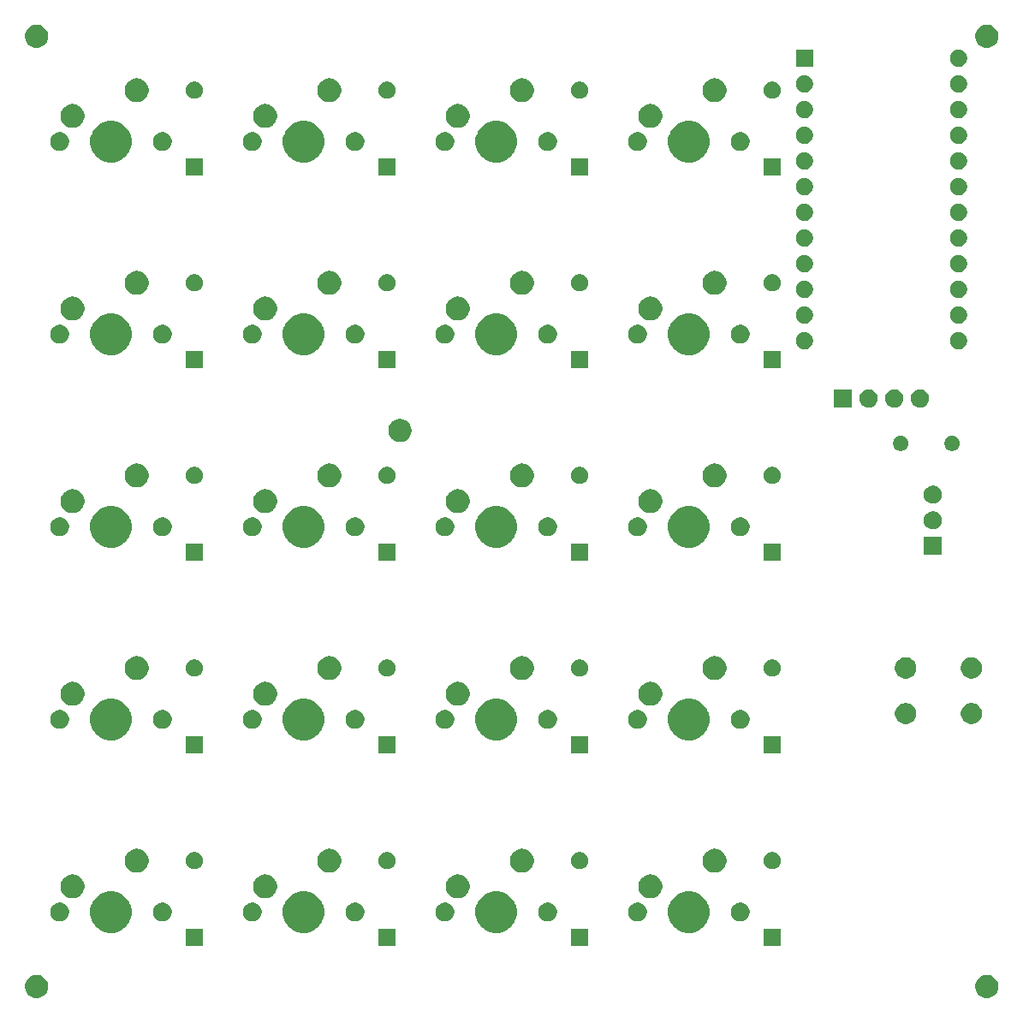
<source format=gbr>
G04 #@! TF.GenerationSoftware,KiCad,Pcbnew,(5.1.5)-3*
G04 #@! TF.CreationDate,2020-01-22T10:49:56+00:00*
G04 #@! TF.ProjectId,macro20,6d616372-6f32-4302-9e6b-696361645f70,rev?*
G04 #@! TF.SameCoordinates,Original*
G04 #@! TF.FileFunction,Soldermask,Bot*
G04 #@! TF.FilePolarity,Negative*
%FSLAX46Y46*%
G04 Gerber Fmt 4.6, Leading zero omitted, Abs format (unit mm)*
G04 Created by KiCad (PCBNEW (5.1.5)-3) date 2020-01-22 10:49:56*
%MOMM*%
%LPD*%
G04 APERTURE LIST*
%ADD10C,0.100000*%
G04 APERTURE END LIST*
D10*
G36*
X166848549Y-144667116D02*
G01*
X166959734Y-144689232D01*
X167169203Y-144775997D01*
X167357720Y-144901960D01*
X167518040Y-145062280D01*
X167644003Y-145250797D01*
X167730768Y-145460266D01*
X167775000Y-145682636D01*
X167775000Y-145909364D01*
X167730768Y-146131734D01*
X167644003Y-146341203D01*
X167518040Y-146529720D01*
X167357720Y-146690040D01*
X167169203Y-146816003D01*
X166959734Y-146902768D01*
X166848549Y-146924884D01*
X166737365Y-146947000D01*
X166510635Y-146947000D01*
X166399451Y-146924884D01*
X166288266Y-146902768D01*
X166078797Y-146816003D01*
X165890280Y-146690040D01*
X165729960Y-146529720D01*
X165603997Y-146341203D01*
X165517232Y-146131734D01*
X165473000Y-145909364D01*
X165473000Y-145682636D01*
X165517232Y-145460266D01*
X165603997Y-145250797D01*
X165729960Y-145062280D01*
X165890280Y-144901960D01*
X166078797Y-144775997D01*
X166288266Y-144689232D01*
X166399451Y-144667116D01*
X166510635Y-144645000D01*
X166737365Y-144645000D01*
X166848549Y-144667116D01*
G37*
G36*
X72868549Y-144667116D02*
G01*
X72979734Y-144689232D01*
X73189203Y-144775997D01*
X73377720Y-144901960D01*
X73538040Y-145062280D01*
X73664003Y-145250797D01*
X73750768Y-145460266D01*
X73795000Y-145682636D01*
X73795000Y-145909364D01*
X73750768Y-146131734D01*
X73664003Y-146341203D01*
X73538040Y-146529720D01*
X73377720Y-146690040D01*
X73189203Y-146816003D01*
X72979734Y-146902768D01*
X72868549Y-146924884D01*
X72757365Y-146947000D01*
X72530635Y-146947000D01*
X72419451Y-146924884D01*
X72308266Y-146902768D01*
X72098797Y-146816003D01*
X71910280Y-146690040D01*
X71749960Y-146529720D01*
X71623997Y-146341203D01*
X71537232Y-146131734D01*
X71493000Y-145909364D01*
X71493000Y-145682636D01*
X71537232Y-145460266D01*
X71623997Y-145250797D01*
X71749960Y-145062280D01*
X71910280Y-144901960D01*
X72098797Y-144775997D01*
X72308266Y-144689232D01*
X72419451Y-144667116D01*
X72530635Y-144645000D01*
X72757365Y-144645000D01*
X72868549Y-144667116D01*
G37*
G36*
X127216000Y-141821000D02*
G01*
X125514000Y-141821000D01*
X125514000Y-140119000D01*
X127216000Y-140119000D01*
X127216000Y-141821000D01*
G37*
G36*
X146266000Y-141821000D02*
G01*
X144564000Y-141821000D01*
X144564000Y-140119000D01*
X146266000Y-140119000D01*
X146266000Y-141821000D01*
G37*
G36*
X89116000Y-141821000D02*
G01*
X87414000Y-141821000D01*
X87414000Y-140119000D01*
X89116000Y-140119000D01*
X89116000Y-141821000D01*
G37*
G36*
X108166000Y-141821000D02*
G01*
X106464000Y-141821000D01*
X106464000Y-140119000D01*
X108166000Y-140119000D01*
X108166000Y-141821000D01*
G37*
G36*
X99656474Y-136463684D02*
G01*
X99874474Y-136553983D01*
X100028623Y-136617833D01*
X100363548Y-136841623D01*
X100648377Y-137126452D01*
X100872167Y-137461377D01*
X100904562Y-137539586D01*
X101026316Y-137833526D01*
X101104900Y-138228594D01*
X101104900Y-138631406D01*
X101026316Y-139026474D01*
X100975451Y-139149272D01*
X100872167Y-139398623D01*
X100648377Y-139733548D01*
X100363548Y-140018377D01*
X100028623Y-140242167D01*
X99874474Y-140306017D01*
X99656474Y-140396316D01*
X99261406Y-140474900D01*
X98858594Y-140474900D01*
X98463526Y-140396316D01*
X98245526Y-140306017D01*
X98091377Y-140242167D01*
X97756452Y-140018377D01*
X97471623Y-139733548D01*
X97247833Y-139398623D01*
X97144549Y-139149272D01*
X97093684Y-139026474D01*
X97015100Y-138631406D01*
X97015100Y-138228594D01*
X97093684Y-137833526D01*
X97215438Y-137539586D01*
X97247833Y-137461377D01*
X97471623Y-137126452D01*
X97756452Y-136841623D01*
X98091377Y-136617833D01*
X98245526Y-136553983D01*
X98463526Y-136463684D01*
X98858594Y-136385100D01*
X99261406Y-136385100D01*
X99656474Y-136463684D01*
G37*
G36*
X137756474Y-136463684D02*
G01*
X137974474Y-136553983D01*
X138128623Y-136617833D01*
X138463548Y-136841623D01*
X138748377Y-137126452D01*
X138972167Y-137461377D01*
X139004562Y-137539586D01*
X139126316Y-137833526D01*
X139204900Y-138228594D01*
X139204900Y-138631406D01*
X139126316Y-139026474D01*
X139075451Y-139149272D01*
X138972167Y-139398623D01*
X138748377Y-139733548D01*
X138463548Y-140018377D01*
X138128623Y-140242167D01*
X137974474Y-140306017D01*
X137756474Y-140396316D01*
X137361406Y-140474900D01*
X136958594Y-140474900D01*
X136563526Y-140396316D01*
X136345526Y-140306017D01*
X136191377Y-140242167D01*
X135856452Y-140018377D01*
X135571623Y-139733548D01*
X135347833Y-139398623D01*
X135244549Y-139149272D01*
X135193684Y-139026474D01*
X135115100Y-138631406D01*
X135115100Y-138228594D01*
X135193684Y-137833526D01*
X135315438Y-137539586D01*
X135347833Y-137461377D01*
X135571623Y-137126452D01*
X135856452Y-136841623D01*
X136191377Y-136617833D01*
X136345526Y-136553983D01*
X136563526Y-136463684D01*
X136958594Y-136385100D01*
X137361406Y-136385100D01*
X137756474Y-136463684D01*
G37*
G36*
X80606474Y-136463684D02*
G01*
X80824474Y-136553983D01*
X80978623Y-136617833D01*
X81313548Y-136841623D01*
X81598377Y-137126452D01*
X81822167Y-137461377D01*
X81854562Y-137539586D01*
X81976316Y-137833526D01*
X82054900Y-138228594D01*
X82054900Y-138631406D01*
X81976316Y-139026474D01*
X81925451Y-139149272D01*
X81822167Y-139398623D01*
X81598377Y-139733548D01*
X81313548Y-140018377D01*
X80978623Y-140242167D01*
X80824474Y-140306017D01*
X80606474Y-140396316D01*
X80211406Y-140474900D01*
X79808594Y-140474900D01*
X79413526Y-140396316D01*
X79195526Y-140306017D01*
X79041377Y-140242167D01*
X78706452Y-140018377D01*
X78421623Y-139733548D01*
X78197833Y-139398623D01*
X78094549Y-139149272D01*
X78043684Y-139026474D01*
X77965100Y-138631406D01*
X77965100Y-138228594D01*
X78043684Y-137833526D01*
X78165438Y-137539586D01*
X78197833Y-137461377D01*
X78421623Y-137126452D01*
X78706452Y-136841623D01*
X79041377Y-136617833D01*
X79195526Y-136553983D01*
X79413526Y-136463684D01*
X79808594Y-136385100D01*
X80211406Y-136385100D01*
X80606474Y-136463684D01*
G37*
G36*
X118706474Y-136463684D02*
G01*
X118924474Y-136553983D01*
X119078623Y-136617833D01*
X119413548Y-136841623D01*
X119698377Y-137126452D01*
X119922167Y-137461377D01*
X119954562Y-137539586D01*
X120076316Y-137833526D01*
X120154900Y-138228594D01*
X120154900Y-138631406D01*
X120076316Y-139026474D01*
X120025451Y-139149272D01*
X119922167Y-139398623D01*
X119698377Y-139733548D01*
X119413548Y-140018377D01*
X119078623Y-140242167D01*
X118924474Y-140306017D01*
X118706474Y-140396316D01*
X118311406Y-140474900D01*
X117908594Y-140474900D01*
X117513526Y-140396316D01*
X117295526Y-140306017D01*
X117141377Y-140242167D01*
X116806452Y-140018377D01*
X116521623Y-139733548D01*
X116297833Y-139398623D01*
X116194549Y-139149272D01*
X116143684Y-139026474D01*
X116065100Y-138631406D01*
X116065100Y-138228594D01*
X116143684Y-137833526D01*
X116265438Y-137539586D01*
X116297833Y-137461377D01*
X116521623Y-137126452D01*
X116806452Y-136841623D01*
X117141377Y-136617833D01*
X117295526Y-136553983D01*
X117513526Y-136463684D01*
X117908594Y-136385100D01*
X118311406Y-136385100D01*
X118706474Y-136463684D01*
G37*
G36*
X132350104Y-137539585D02*
G01*
X132518626Y-137609389D01*
X132670291Y-137710728D01*
X132799272Y-137839709D01*
X132900611Y-137991374D01*
X132970415Y-138159896D01*
X133006000Y-138338797D01*
X133006000Y-138521203D01*
X132970415Y-138700104D01*
X132900611Y-138868626D01*
X132799272Y-139020291D01*
X132670291Y-139149272D01*
X132518626Y-139250611D01*
X132350104Y-139320415D01*
X132171203Y-139356000D01*
X131988797Y-139356000D01*
X131809896Y-139320415D01*
X131641374Y-139250611D01*
X131489709Y-139149272D01*
X131360728Y-139020291D01*
X131259389Y-138868626D01*
X131189585Y-138700104D01*
X131154000Y-138521203D01*
X131154000Y-138338797D01*
X131189585Y-138159896D01*
X131259389Y-137991374D01*
X131360728Y-137839709D01*
X131489709Y-137710728D01*
X131641374Y-137609389D01*
X131809896Y-137539585D01*
X131988797Y-137504000D01*
X132171203Y-137504000D01*
X132350104Y-137539585D01*
G37*
G36*
X142510104Y-137539585D02*
G01*
X142678626Y-137609389D01*
X142830291Y-137710728D01*
X142959272Y-137839709D01*
X143060611Y-137991374D01*
X143130415Y-138159896D01*
X143166000Y-138338797D01*
X143166000Y-138521203D01*
X143130415Y-138700104D01*
X143060611Y-138868626D01*
X142959272Y-139020291D01*
X142830291Y-139149272D01*
X142678626Y-139250611D01*
X142510104Y-139320415D01*
X142331203Y-139356000D01*
X142148797Y-139356000D01*
X141969896Y-139320415D01*
X141801374Y-139250611D01*
X141649709Y-139149272D01*
X141520728Y-139020291D01*
X141419389Y-138868626D01*
X141349585Y-138700104D01*
X141314000Y-138521203D01*
X141314000Y-138338797D01*
X141349585Y-138159896D01*
X141419389Y-137991374D01*
X141520728Y-137839709D01*
X141649709Y-137710728D01*
X141801374Y-137609389D01*
X141969896Y-137539585D01*
X142148797Y-137504000D01*
X142331203Y-137504000D01*
X142510104Y-137539585D01*
G37*
G36*
X123460104Y-137539585D02*
G01*
X123628626Y-137609389D01*
X123780291Y-137710728D01*
X123909272Y-137839709D01*
X124010611Y-137991374D01*
X124080415Y-138159896D01*
X124116000Y-138338797D01*
X124116000Y-138521203D01*
X124080415Y-138700104D01*
X124010611Y-138868626D01*
X123909272Y-139020291D01*
X123780291Y-139149272D01*
X123628626Y-139250611D01*
X123460104Y-139320415D01*
X123281203Y-139356000D01*
X123098797Y-139356000D01*
X122919896Y-139320415D01*
X122751374Y-139250611D01*
X122599709Y-139149272D01*
X122470728Y-139020291D01*
X122369389Y-138868626D01*
X122299585Y-138700104D01*
X122264000Y-138521203D01*
X122264000Y-138338797D01*
X122299585Y-138159896D01*
X122369389Y-137991374D01*
X122470728Y-137839709D01*
X122599709Y-137710728D01*
X122751374Y-137609389D01*
X122919896Y-137539585D01*
X123098797Y-137504000D01*
X123281203Y-137504000D01*
X123460104Y-137539585D01*
G37*
G36*
X104410104Y-137539585D02*
G01*
X104578626Y-137609389D01*
X104730291Y-137710728D01*
X104859272Y-137839709D01*
X104960611Y-137991374D01*
X105030415Y-138159896D01*
X105066000Y-138338797D01*
X105066000Y-138521203D01*
X105030415Y-138700104D01*
X104960611Y-138868626D01*
X104859272Y-139020291D01*
X104730291Y-139149272D01*
X104578626Y-139250611D01*
X104410104Y-139320415D01*
X104231203Y-139356000D01*
X104048797Y-139356000D01*
X103869896Y-139320415D01*
X103701374Y-139250611D01*
X103549709Y-139149272D01*
X103420728Y-139020291D01*
X103319389Y-138868626D01*
X103249585Y-138700104D01*
X103214000Y-138521203D01*
X103214000Y-138338797D01*
X103249585Y-138159896D01*
X103319389Y-137991374D01*
X103420728Y-137839709D01*
X103549709Y-137710728D01*
X103701374Y-137609389D01*
X103869896Y-137539585D01*
X104048797Y-137504000D01*
X104231203Y-137504000D01*
X104410104Y-137539585D01*
G37*
G36*
X94250104Y-137539585D02*
G01*
X94418626Y-137609389D01*
X94570291Y-137710728D01*
X94699272Y-137839709D01*
X94800611Y-137991374D01*
X94870415Y-138159896D01*
X94906000Y-138338797D01*
X94906000Y-138521203D01*
X94870415Y-138700104D01*
X94800611Y-138868626D01*
X94699272Y-139020291D01*
X94570291Y-139149272D01*
X94418626Y-139250611D01*
X94250104Y-139320415D01*
X94071203Y-139356000D01*
X93888797Y-139356000D01*
X93709896Y-139320415D01*
X93541374Y-139250611D01*
X93389709Y-139149272D01*
X93260728Y-139020291D01*
X93159389Y-138868626D01*
X93089585Y-138700104D01*
X93054000Y-138521203D01*
X93054000Y-138338797D01*
X93089585Y-138159896D01*
X93159389Y-137991374D01*
X93260728Y-137839709D01*
X93389709Y-137710728D01*
X93541374Y-137609389D01*
X93709896Y-137539585D01*
X93888797Y-137504000D01*
X94071203Y-137504000D01*
X94250104Y-137539585D01*
G37*
G36*
X113300104Y-137539585D02*
G01*
X113468626Y-137609389D01*
X113620291Y-137710728D01*
X113749272Y-137839709D01*
X113850611Y-137991374D01*
X113920415Y-138159896D01*
X113956000Y-138338797D01*
X113956000Y-138521203D01*
X113920415Y-138700104D01*
X113850611Y-138868626D01*
X113749272Y-139020291D01*
X113620291Y-139149272D01*
X113468626Y-139250611D01*
X113300104Y-139320415D01*
X113121203Y-139356000D01*
X112938797Y-139356000D01*
X112759896Y-139320415D01*
X112591374Y-139250611D01*
X112439709Y-139149272D01*
X112310728Y-139020291D01*
X112209389Y-138868626D01*
X112139585Y-138700104D01*
X112104000Y-138521203D01*
X112104000Y-138338797D01*
X112139585Y-138159896D01*
X112209389Y-137991374D01*
X112310728Y-137839709D01*
X112439709Y-137710728D01*
X112591374Y-137609389D01*
X112759896Y-137539585D01*
X112938797Y-137504000D01*
X113121203Y-137504000D01*
X113300104Y-137539585D01*
G37*
G36*
X75200104Y-137539585D02*
G01*
X75368626Y-137609389D01*
X75520291Y-137710728D01*
X75649272Y-137839709D01*
X75750611Y-137991374D01*
X75820415Y-138159896D01*
X75856000Y-138338797D01*
X75856000Y-138521203D01*
X75820415Y-138700104D01*
X75750611Y-138868626D01*
X75649272Y-139020291D01*
X75520291Y-139149272D01*
X75368626Y-139250611D01*
X75200104Y-139320415D01*
X75021203Y-139356000D01*
X74838797Y-139356000D01*
X74659896Y-139320415D01*
X74491374Y-139250611D01*
X74339709Y-139149272D01*
X74210728Y-139020291D01*
X74109389Y-138868626D01*
X74039585Y-138700104D01*
X74004000Y-138521203D01*
X74004000Y-138338797D01*
X74039585Y-138159896D01*
X74109389Y-137991374D01*
X74210728Y-137839709D01*
X74339709Y-137710728D01*
X74491374Y-137609389D01*
X74659896Y-137539585D01*
X74838797Y-137504000D01*
X75021203Y-137504000D01*
X75200104Y-137539585D01*
G37*
G36*
X85360104Y-137539585D02*
G01*
X85528626Y-137609389D01*
X85680291Y-137710728D01*
X85809272Y-137839709D01*
X85910611Y-137991374D01*
X85980415Y-138159896D01*
X86016000Y-138338797D01*
X86016000Y-138521203D01*
X85980415Y-138700104D01*
X85910611Y-138868626D01*
X85809272Y-139020291D01*
X85680291Y-139149272D01*
X85528626Y-139250611D01*
X85360104Y-139320415D01*
X85181203Y-139356000D01*
X84998797Y-139356000D01*
X84819896Y-139320415D01*
X84651374Y-139250611D01*
X84499709Y-139149272D01*
X84370728Y-139020291D01*
X84269389Y-138868626D01*
X84199585Y-138700104D01*
X84164000Y-138521203D01*
X84164000Y-138338797D01*
X84199585Y-138159896D01*
X84269389Y-137991374D01*
X84370728Y-137839709D01*
X84499709Y-137710728D01*
X84651374Y-137609389D01*
X84819896Y-137539585D01*
X84998797Y-137504000D01*
X85181203Y-137504000D01*
X85360104Y-137539585D01*
G37*
G36*
X114491560Y-134729064D02*
G01*
X114643027Y-134759193D01*
X114857045Y-134847842D01*
X114857046Y-134847843D01*
X115049654Y-134976539D01*
X115213461Y-135140346D01*
X115299258Y-135268751D01*
X115342158Y-135332955D01*
X115430807Y-135546973D01*
X115476000Y-135774174D01*
X115476000Y-136005826D01*
X115430807Y-136233027D01*
X115342158Y-136447045D01*
X115342157Y-136447046D01*
X115213461Y-136639654D01*
X115049654Y-136803461D01*
X114992540Y-136841623D01*
X114857045Y-136932158D01*
X114643027Y-137020807D01*
X114491560Y-137050936D01*
X114415827Y-137066000D01*
X114184173Y-137066000D01*
X114108440Y-137050936D01*
X113956973Y-137020807D01*
X113742955Y-136932158D01*
X113607460Y-136841623D01*
X113550346Y-136803461D01*
X113386539Y-136639654D01*
X113257843Y-136447046D01*
X113257842Y-136447045D01*
X113169193Y-136233027D01*
X113124000Y-136005826D01*
X113124000Y-135774174D01*
X113169193Y-135546973D01*
X113257842Y-135332955D01*
X113300742Y-135268751D01*
X113386539Y-135140346D01*
X113550346Y-134976539D01*
X113742954Y-134847843D01*
X113742955Y-134847842D01*
X113956973Y-134759193D01*
X114108440Y-134729064D01*
X114184173Y-134714000D01*
X114415827Y-134714000D01*
X114491560Y-134729064D01*
G37*
G36*
X95441560Y-134729064D02*
G01*
X95593027Y-134759193D01*
X95807045Y-134847842D01*
X95807046Y-134847843D01*
X95999654Y-134976539D01*
X96163461Y-135140346D01*
X96249258Y-135268751D01*
X96292158Y-135332955D01*
X96380807Y-135546973D01*
X96426000Y-135774174D01*
X96426000Y-136005826D01*
X96380807Y-136233027D01*
X96292158Y-136447045D01*
X96292157Y-136447046D01*
X96163461Y-136639654D01*
X95999654Y-136803461D01*
X95942540Y-136841623D01*
X95807045Y-136932158D01*
X95593027Y-137020807D01*
X95441560Y-137050936D01*
X95365827Y-137066000D01*
X95134173Y-137066000D01*
X95058440Y-137050936D01*
X94906973Y-137020807D01*
X94692955Y-136932158D01*
X94557460Y-136841623D01*
X94500346Y-136803461D01*
X94336539Y-136639654D01*
X94207843Y-136447046D01*
X94207842Y-136447045D01*
X94119193Y-136233027D01*
X94074000Y-136005826D01*
X94074000Y-135774174D01*
X94119193Y-135546973D01*
X94207842Y-135332955D01*
X94250742Y-135268751D01*
X94336539Y-135140346D01*
X94500346Y-134976539D01*
X94692954Y-134847843D01*
X94692955Y-134847842D01*
X94906973Y-134759193D01*
X95058440Y-134729064D01*
X95134173Y-134714000D01*
X95365827Y-134714000D01*
X95441560Y-134729064D01*
G37*
G36*
X76391560Y-134729064D02*
G01*
X76543027Y-134759193D01*
X76757045Y-134847842D01*
X76757046Y-134847843D01*
X76949654Y-134976539D01*
X77113461Y-135140346D01*
X77199258Y-135268751D01*
X77242158Y-135332955D01*
X77330807Y-135546973D01*
X77376000Y-135774174D01*
X77376000Y-136005826D01*
X77330807Y-136233027D01*
X77242158Y-136447045D01*
X77242157Y-136447046D01*
X77113461Y-136639654D01*
X76949654Y-136803461D01*
X76892540Y-136841623D01*
X76757045Y-136932158D01*
X76543027Y-137020807D01*
X76391560Y-137050936D01*
X76315827Y-137066000D01*
X76084173Y-137066000D01*
X76008440Y-137050936D01*
X75856973Y-137020807D01*
X75642955Y-136932158D01*
X75507460Y-136841623D01*
X75450346Y-136803461D01*
X75286539Y-136639654D01*
X75157843Y-136447046D01*
X75157842Y-136447045D01*
X75069193Y-136233027D01*
X75024000Y-136005826D01*
X75024000Y-135774174D01*
X75069193Y-135546973D01*
X75157842Y-135332955D01*
X75200742Y-135268751D01*
X75286539Y-135140346D01*
X75450346Y-134976539D01*
X75642954Y-134847843D01*
X75642955Y-134847842D01*
X75856973Y-134759193D01*
X76008440Y-134729064D01*
X76084173Y-134714000D01*
X76315827Y-134714000D01*
X76391560Y-134729064D01*
G37*
G36*
X133541560Y-134729064D02*
G01*
X133693027Y-134759193D01*
X133907045Y-134847842D01*
X133907046Y-134847843D01*
X134099654Y-134976539D01*
X134263461Y-135140346D01*
X134349258Y-135268751D01*
X134392158Y-135332955D01*
X134480807Y-135546973D01*
X134526000Y-135774174D01*
X134526000Y-136005826D01*
X134480807Y-136233027D01*
X134392158Y-136447045D01*
X134392157Y-136447046D01*
X134263461Y-136639654D01*
X134099654Y-136803461D01*
X134042540Y-136841623D01*
X133907045Y-136932158D01*
X133693027Y-137020807D01*
X133541560Y-137050936D01*
X133465827Y-137066000D01*
X133234173Y-137066000D01*
X133158440Y-137050936D01*
X133006973Y-137020807D01*
X132792955Y-136932158D01*
X132657460Y-136841623D01*
X132600346Y-136803461D01*
X132436539Y-136639654D01*
X132307843Y-136447046D01*
X132307842Y-136447045D01*
X132219193Y-136233027D01*
X132174000Y-136005826D01*
X132174000Y-135774174D01*
X132219193Y-135546973D01*
X132307842Y-135332955D01*
X132350742Y-135268751D01*
X132436539Y-135140346D01*
X132600346Y-134976539D01*
X132792954Y-134847843D01*
X132792955Y-134847842D01*
X133006973Y-134759193D01*
X133158440Y-134729064D01*
X133234173Y-134714000D01*
X133465827Y-134714000D01*
X133541560Y-134729064D01*
G37*
G36*
X101791560Y-132189064D02*
G01*
X101943027Y-132219193D01*
X102157045Y-132307842D01*
X102157046Y-132307843D01*
X102349654Y-132436539D01*
X102513461Y-132600346D01*
X102572687Y-132688985D01*
X102642158Y-132792955D01*
X102730807Y-133006973D01*
X102776000Y-133234174D01*
X102776000Y-133465826D01*
X102730807Y-133693027D01*
X102642158Y-133907045D01*
X102642157Y-133907046D01*
X102513461Y-134099654D01*
X102349654Y-134263461D01*
X102221249Y-134349258D01*
X102157045Y-134392158D01*
X101943027Y-134480807D01*
X101791560Y-134510936D01*
X101715827Y-134526000D01*
X101484173Y-134526000D01*
X101408440Y-134510936D01*
X101256973Y-134480807D01*
X101042955Y-134392158D01*
X100978751Y-134349258D01*
X100850346Y-134263461D01*
X100686539Y-134099654D01*
X100557843Y-133907046D01*
X100557842Y-133907045D01*
X100469193Y-133693027D01*
X100424000Y-133465826D01*
X100424000Y-133234174D01*
X100469193Y-133006973D01*
X100557842Y-132792955D01*
X100627313Y-132688985D01*
X100686539Y-132600346D01*
X100850346Y-132436539D01*
X101042954Y-132307843D01*
X101042955Y-132307842D01*
X101256973Y-132219193D01*
X101408440Y-132189064D01*
X101484173Y-132174000D01*
X101715827Y-132174000D01*
X101791560Y-132189064D01*
G37*
G36*
X120841560Y-132189064D02*
G01*
X120993027Y-132219193D01*
X121207045Y-132307842D01*
X121207046Y-132307843D01*
X121399654Y-132436539D01*
X121563461Y-132600346D01*
X121622687Y-132688985D01*
X121692158Y-132792955D01*
X121780807Y-133006973D01*
X121826000Y-133234174D01*
X121826000Y-133465826D01*
X121780807Y-133693027D01*
X121692158Y-133907045D01*
X121692157Y-133907046D01*
X121563461Y-134099654D01*
X121399654Y-134263461D01*
X121271249Y-134349258D01*
X121207045Y-134392158D01*
X120993027Y-134480807D01*
X120841560Y-134510936D01*
X120765827Y-134526000D01*
X120534173Y-134526000D01*
X120458440Y-134510936D01*
X120306973Y-134480807D01*
X120092955Y-134392158D01*
X120028751Y-134349258D01*
X119900346Y-134263461D01*
X119736539Y-134099654D01*
X119607843Y-133907046D01*
X119607842Y-133907045D01*
X119519193Y-133693027D01*
X119474000Y-133465826D01*
X119474000Y-133234174D01*
X119519193Y-133006973D01*
X119607842Y-132792955D01*
X119677313Y-132688985D01*
X119736539Y-132600346D01*
X119900346Y-132436539D01*
X120092954Y-132307843D01*
X120092955Y-132307842D01*
X120306973Y-132219193D01*
X120458440Y-132189064D01*
X120534173Y-132174000D01*
X120765827Y-132174000D01*
X120841560Y-132189064D01*
G37*
G36*
X139891560Y-132189064D02*
G01*
X140043027Y-132219193D01*
X140257045Y-132307842D01*
X140257046Y-132307843D01*
X140449654Y-132436539D01*
X140613461Y-132600346D01*
X140672687Y-132688985D01*
X140742158Y-132792955D01*
X140830807Y-133006973D01*
X140876000Y-133234174D01*
X140876000Y-133465826D01*
X140830807Y-133693027D01*
X140742158Y-133907045D01*
X140742157Y-133907046D01*
X140613461Y-134099654D01*
X140449654Y-134263461D01*
X140321249Y-134349258D01*
X140257045Y-134392158D01*
X140043027Y-134480807D01*
X139891560Y-134510936D01*
X139815827Y-134526000D01*
X139584173Y-134526000D01*
X139508440Y-134510936D01*
X139356973Y-134480807D01*
X139142955Y-134392158D01*
X139078751Y-134349258D01*
X138950346Y-134263461D01*
X138786539Y-134099654D01*
X138657843Y-133907046D01*
X138657842Y-133907045D01*
X138569193Y-133693027D01*
X138524000Y-133465826D01*
X138524000Y-133234174D01*
X138569193Y-133006973D01*
X138657842Y-132792955D01*
X138727313Y-132688985D01*
X138786539Y-132600346D01*
X138950346Y-132436539D01*
X139142954Y-132307843D01*
X139142955Y-132307842D01*
X139356973Y-132219193D01*
X139508440Y-132189064D01*
X139584173Y-132174000D01*
X139815827Y-132174000D01*
X139891560Y-132189064D01*
G37*
G36*
X82741560Y-132189064D02*
G01*
X82893027Y-132219193D01*
X83107045Y-132307842D01*
X83107046Y-132307843D01*
X83299654Y-132436539D01*
X83463461Y-132600346D01*
X83522687Y-132688985D01*
X83592158Y-132792955D01*
X83680807Y-133006973D01*
X83726000Y-133234174D01*
X83726000Y-133465826D01*
X83680807Y-133693027D01*
X83592158Y-133907045D01*
X83592157Y-133907046D01*
X83463461Y-134099654D01*
X83299654Y-134263461D01*
X83171249Y-134349258D01*
X83107045Y-134392158D01*
X82893027Y-134480807D01*
X82741560Y-134510936D01*
X82665827Y-134526000D01*
X82434173Y-134526000D01*
X82358440Y-134510936D01*
X82206973Y-134480807D01*
X81992955Y-134392158D01*
X81928751Y-134349258D01*
X81800346Y-134263461D01*
X81636539Y-134099654D01*
X81507843Y-133907046D01*
X81507842Y-133907045D01*
X81419193Y-133693027D01*
X81374000Y-133465826D01*
X81374000Y-133234174D01*
X81419193Y-133006973D01*
X81507842Y-132792955D01*
X81577313Y-132688985D01*
X81636539Y-132600346D01*
X81800346Y-132436539D01*
X81992954Y-132307843D01*
X81992955Y-132307842D01*
X82206973Y-132219193D01*
X82358440Y-132189064D01*
X82434173Y-132174000D01*
X82665827Y-132174000D01*
X82741560Y-132189064D01*
G37*
G36*
X145663228Y-132531703D02*
G01*
X145818100Y-132595853D01*
X145957481Y-132688985D01*
X146076015Y-132807519D01*
X146169147Y-132946900D01*
X146233297Y-133101772D01*
X146266000Y-133266184D01*
X146266000Y-133433816D01*
X146233297Y-133598228D01*
X146169147Y-133753100D01*
X146076015Y-133892481D01*
X145957481Y-134011015D01*
X145818100Y-134104147D01*
X145663228Y-134168297D01*
X145498816Y-134201000D01*
X145331184Y-134201000D01*
X145166772Y-134168297D01*
X145011900Y-134104147D01*
X144872519Y-134011015D01*
X144753985Y-133892481D01*
X144660853Y-133753100D01*
X144596703Y-133598228D01*
X144564000Y-133433816D01*
X144564000Y-133266184D01*
X144596703Y-133101772D01*
X144660853Y-132946900D01*
X144753985Y-132807519D01*
X144872519Y-132688985D01*
X145011900Y-132595853D01*
X145166772Y-132531703D01*
X145331184Y-132499000D01*
X145498816Y-132499000D01*
X145663228Y-132531703D01*
G37*
G36*
X88513228Y-132531703D02*
G01*
X88668100Y-132595853D01*
X88807481Y-132688985D01*
X88926015Y-132807519D01*
X89019147Y-132946900D01*
X89083297Y-133101772D01*
X89116000Y-133266184D01*
X89116000Y-133433816D01*
X89083297Y-133598228D01*
X89019147Y-133753100D01*
X88926015Y-133892481D01*
X88807481Y-134011015D01*
X88668100Y-134104147D01*
X88513228Y-134168297D01*
X88348816Y-134201000D01*
X88181184Y-134201000D01*
X88016772Y-134168297D01*
X87861900Y-134104147D01*
X87722519Y-134011015D01*
X87603985Y-133892481D01*
X87510853Y-133753100D01*
X87446703Y-133598228D01*
X87414000Y-133433816D01*
X87414000Y-133266184D01*
X87446703Y-133101772D01*
X87510853Y-132946900D01*
X87603985Y-132807519D01*
X87722519Y-132688985D01*
X87861900Y-132595853D01*
X88016772Y-132531703D01*
X88181184Y-132499000D01*
X88348816Y-132499000D01*
X88513228Y-132531703D01*
G37*
G36*
X126613228Y-132531703D02*
G01*
X126768100Y-132595853D01*
X126907481Y-132688985D01*
X127026015Y-132807519D01*
X127119147Y-132946900D01*
X127183297Y-133101772D01*
X127216000Y-133266184D01*
X127216000Y-133433816D01*
X127183297Y-133598228D01*
X127119147Y-133753100D01*
X127026015Y-133892481D01*
X126907481Y-134011015D01*
X126768100Y-134104147D01*
X126613228Y-134168297D01*
X126448816Y-134201000D01*
X126281184Y-134201000D01*
X126116772Y-134168297D01*
X125961900Y-134104147D01*
X125822519Y-134011015D01*
X125703985Y-133892481D01*
X125610853Y-133753100D01*
X125546703Y-133598228D01*
X125514000Y-133433816D01*
X125514000Y-133266184D01*
X125546703Y-133101772D01*
X125610853Y-132946900D01*
X125703985Y-132807519D01*
X125822519Y-132688985D01*
X125961900Y-132595853D01*
X126116772Y-132531703D01*
X126281184Y-132499000D01*
X126448816Y-132499000D01*
X126613228Y-132531703D01*
G37*
G36*
X107563228Y-132531703D02*
G01*
X107718100Y-132595853D01*
X107857481Y-132688985D01*
X107976015Y-132807519D01*
X108069147Y-132946900D01*
X108133297Y-133101772D01*
X108166000Y-133266184D01*
X108166000Y-133433816D01*
X108133297Y-133598228D01*
X108069147Y-133753100D01*
X107976015Y-133892481D01*
X107857481Y-134011015D01*
X107718100Y-134104147D01*
X107563228Y-134168297D01*
X107398816Y-134201000D01*
X107231184Y-134201000D01*
X107066772Y-134168297D01*
X106911900Y-134104147D01*
X106772519Y-134011015D01*
X106653985Y-133892481D01*
X106560853Y-133753100D01*
X106496703Y-133598228D01*
X106464000Y-133433816D01*
X106464000Y-133266184D01*
X106496703Y-133101772D01*
X106560853Y-132946900D01*
X106653985Y-132807519D01*
X106772519Y-132688985D01*
X106911900Y-132595853D01*
X107066772Y-132531703D01*
X107231184Y-132499000D01*
X107398816Y-132499000D01*
X107563228Y-132531703D01*
G37*
G36*
X146266000Y-122771000D02*
G01*
X144564000Y-122771000D01*
X144564000Y-121069000D01*
X146266000Y-121069000D01*
X146266000Y-122771000D01*
G37*
G36*
X89116000Y-122771000D02*
G01*
X87414000Y-122771000D01*
X87414000Y-121069000D01*
X89116000Y-121069000D01*
X89116000Y-122771000D01*
G37*
G36*
X127216000Y-122771000D02*
G01*
X125514000Y-122771000D01*
X125514000Y-121069000D01*
X127216000Y-121069000D01*
X127216000Y-122771000D01*
G37*
G36*
X108166000Y-122771000D02*
G01*
X106464000Y-122771000D01*
X106464000Y-121069000D01*
X108166000Y-121069000D01*
X108166000Y-122771000D01*
G37*
G36*
X137756474Y-117413684D02*
G01*
X137974474Y-117503983D01*
X138128623Y-117567833D01*
X138463548Y-117791623D01*
X138748377Y-118076452D01*
X138972167Y-118411377D01*
X139004562Y-118489586D01*
X139126316Y-118783526D01*
X139204900Y-119178594D01*
X139204900Y-119581406D01*
X139126316Y-119976474D01*
X139075451Y-120099272D01*
X138972167Y-120348623D01*
X138748377Y-120683548D01*
X138463548Y-120968377D01*
X138128623Y-121192167D01*
X137974474Y-121256017D01*
X137756474Y-121346316D01*
X137361406Y-121424900D01*
X136958594Y-121424900D01*
X136563526Y-121346316D01*
X136345526Y-121256017D01*
X136191377Y-121192167D01*
X135856452Y-120968377D01*
X135571623Y-120683548D01*
X135347833Y-120348623D01*
X135244549Y-120099272D01*
X135193684Y-119976474D01*
X135115100Y-119581406D01*
X135115100Y-119178594D01*
X135193684Y-118783526D01*
X135315438Y-118489586D01*
X135347833Y-118411377D01*
X135571623Y-118076452D01*
X135856452Y-117791623D01*
X136191377Y-117567833D01*
X136345526Y-117503983D01*
X136563526Y-117413684D01*
X136958594Y-117335100D01*
X137361406Y-117335100D01*
X137756474Y-117413684D01*
G37*
G36*
X80606474Y-117413684D02*
G01*
X80824474Y-117503983D01*
X80978623Y-117567833D01*
X81313548Y-117791623D01*
X81598377Y-118076452D01*
X81822167Y-118411377D01*
X81854562Y-118489586D01*
X81976316Y-118783526D01*
X82054900Y-119178594D01*
X82054900Y-119581406D01*
X81976316Y-119976474D01*
X81925451Y-120099272D01*
X81822167Y-120348623D01*
X81598377Y-120683548D01*
X81313548Y-120968377D01*
X80978623Y-121192167D01*
X80824474Y-121256017D01*
X80606474Y-121346316D01*
X80211406Y-121424900D01*
X79808594Y-121424900D01*
X79413526Y-121346316D01*
X79195526Y-121256017D01*
X79041377Y-121192167D01*
X78706452Y-120968377D01*
X78421623Y-120683548D01*
X78197833Y-120348623D01*
X78094549Y-120099272D01*
X78043684Y-119976474D01*
X77965100Y-119581406D01*
X77965100Y-119178594D01*
X78043684Y-118783526D01*
X78165438Y-118489586D01*
X78197833Y-118411377D01*
X78421623Y-118076452D01*
X78706452Y-117791623D01*
X79041377Y-117567833D01*
X79195526Y-117503983D01*
X79413526Y-117413684D01*
X79808594Y-117335100D01*
X80211406Y-117335100D01*
X80606474Y-117413684D01*
G37*
G36*
X99656474Y-117413684D02*
G01*
X99874474Y-117503983D01*
X100028623Y-117567833D01*
X100363548Y-117791623D01*
X100648377Y-118076452D01*
X100872167Y-118411377D01*
X100904562Y-118489586D01*
X101026316Y-118783526D01*
X101104900Y-119178594D01*
X101104900Y-119581406D01*
X101026316Y-119976474D01*
X100975451Y-120099272D01*
X100872167Y-120348623D01*
X100648377Y-120683548D01*
X100363548Y-120968377D01*
X100028623Y-121192167D01*
X99874474Y-121256017D01*
X99656474Y-121346316D01*
X99261406Y-121424900D01*
X98858594Y-121424900D01*
X98463526Y-121346316D01*
X98245526Y-121256017D01*
X98091377Y-121192167D01*
X97756452Y-120968377D01*
X97471623Y-120683548D01*
X97247833Y-120348623D01*
X97144549Y-120099272D01*
X97093684Y-119976474D01*
X97015100Y-119581406D01*
X97015100Y-119178594D01*
X97093684Y-118783526D01*
X97215438Y-118489586D01*
X97247833Y-118411377D01*
X97471623Y-118076452D01*
X97756452Y-117791623D01*
X98091377Y-117567833D01*
X98245526Y-117503983D01*
X98463526Y-117413684D01*
X98858594Y-117335100D01*
X99261406Y-117335100D01*
X99656474Y-117413684D01*
G37*
G36*
X118706474Y-117413684D02*
G01*
X118924474Y-117503983D01*
X119078623Y-117567833D01*
X119413548Y-117791623D01*
X119698377Y-118076452D01*
X119922167Y-118411377D01*
X119954562Y-118489586D01*
X120076316Y-118783526D01*
X120154900Y-119178594D01*
X120154900Y-119581406D01*
X120076316Y-119976474D01*
X120025451Y-120099272D01*
X119922167Y-120348623D01*
X119698377Y-120683548D01*
X119413548Y-120968377D01*
X119078623Y-121192167D01*
X118924474Y-121256017D01*
X118706474Y-121346316D01*
X118311406Y-121424900D01*
X117908594Y-121424900D01*
X117513526Y-121346316D01*
X117295526Y-121256017D01*
X117141377Y-121192167D01*
X116806452Y-120968377D01*
X116521623Y-120683548D01*
X116297833Y-120348623D01*
X116194549Y-120099272D01*
X116143684Y-119976474D01*
X116065100Y-119581406D01*
X116065100Y-119178594D01*
X116143684Y-118783526D01*
X116265438Y-118489586D01*
X116297833Y-118411377D01*
X116521623Y-118076452D01*
X116806452Y-117791623D01*
X117141377Y-117567833D01*
X117295526Y-117503983D01*
X117513526Y-117413684D01*
X117908594Y-117335100D01*
X118311406Y-117335100D01*
X118706474Y-117413684D01*
G37*
G36*
X113300104Y-118489585D02*
G01*
X113468626Y-118559389D01*
X113620291Y-118660728D01*
X113749272Y-118789709D01*
X113850611Y-118941374D01*
X113920415Y-119109896D01*
X113956000Y-119288797D01*
X113956000Y-119471203D01*
X113920415Y-119650104D01*
X113850611Y-119818626D01*
X113749272Y-119970291D01*
X113620291Y-120099272D01*
X113468626Y-120200611D01*
X113300104Y-120270415D01*
X113121203Y-120306000D01*
X112938797Y-120306000D01*
X112759896Y-120270415D01*
X112591374Y-120200611D01*
X112439709Y-120099272D01*
X112310728Y-119970291D01*
X112209389Y-119818626D01*
X112139585Y-119650104D01*
X112104000Y-119471203D01*
X112104000Y-119288797D01*
X112139585Y-119109896D01*
X112209389Y-118941374D01*
X112310728Y-118789709D01*
X112439709Y-118660728D01*
X112591374Y-118559389D01*
X112759896Y-118489585D01*
X112938797Y-118454000D01*
X113121203Y-118454000D01*
X113300104Y-118489585D01*
G37*
G36*
X142510104Y-118489585D02*
G01*
X142678626Y-118559389D01*
X142830291Y-118660728D01*
X142959272Y-118789709D01*
X143060611Y-118941374D01*
X143130415Y-119109896D01*
X143166000Y-119288797D01*
X143166000Y-119471203D01*
X143130415Y-119650104D01*
X143060611Y-119818626D01*
X142959272Y-119970291D01*
X142830291Y-120099272D01*
X142678626Y-120200611D01*
X142510104Y-120270415D01*
X142331203Y-120306000D01*
X142148797Y-120306000D01*
X141969896Y-120270415D01*
X141801374Y-120200611D01*
X141649709Y-120099272D01*
X141520728Y-119970291D01*
X141419389Y-119818626D01*
X141349585Y-119650104D01*
X141314000Y-119471203D01*
X141314000Y-119288797D01*
X141349585Y-119109896D01*
X141419389Y-118941374D01*
X141520728Y-118789709D01*
X141649709Y-118660728D01*
X141801374Y-118559389D01*
X141969896Y-118489585D01*
X142148797Y-118454000D01*
X142331203Y-118454000D01*
X142510104Y-118489585D01*
G37*
G36*
X85360104Y-118489585D02*
G01*
X85528626Y-118559389D01*
X85680291Y-118660728D01*
X85809272Y-118789709D01*
X85910611Y-118941374D01*
X85980415Y-119109896D01*
X86016000Y-119288797D01*
X86016000Y-119471203D01*
X85980415Y-119650104D01*
X85910611Y-119818626D01*
X85809272Y-119970291D01*
X85680291Y-120099272D01*
X85528626Y-120200611D01*
X85360104Y-120270415D01*
X85181203Y-120306000D01*
X84998797Y-120306000D01*
X84819896Y-120270415D01*
X84651374Y-120200611D01*
X84499709Y-120099272D01*
X84370728Y-119970291D01*
X84269389Y-119818626D01*
X84199585Y-119650104D01*
X84164000Y-119471203D01*
X84164000Y-119288797D01*
X84199585Y-119109896D01*
X84269389Y-118941374D01*
X84370728Y-118789709D01*
X84499709Y-118660728D01*
X84651374Y-118559389D01*
X84819896Y-118489585D01*
X84998797Y-118454000D01*
X85181203Y-118454000D01*
X85360104Y-118489585D01*
G37*
G36*
X75200104Y-118489585D02*
G01*
X75368626Y-118559389D01*
X75520291Y-118660728D01*
X75649272Y-118789709D01*
X75750611Y-118941374D01*
X75820415Y-119109896D01*
X75856000Y-119288797D01*
X75856000Y-119471203D01*
X75820415Y-119650104D01*
X75750611Y-119818626D01*
X75649272Y-119970291D01*
X75520291Y-120099272D01*
X75368626Y-120200611D01*
X75200104Y-120270415D01*
X75021203Y-120306000D01*
X74838797Y-120306000D01*
X74659896Y-120270415D01*
X74491374Y-120200611D01*
X74339709Y-120099272D01*
X74210728Y-119970291D01*
X74109389Y-119818626D01*
X74039585Y-119650104D01*
X74004000Y-119471203D01*
X74004000Y-119288797D01*
X74039585Y-119109896D01*
X74109389Y-118941374D01*
X74210728Y-118789709D01*
X74339709Y-118660728D01*
X74491374Y-118559389D01*
X74659896Y-118489585D01*
X74838797Y-118454000D01*
X75021203Y-118454000D01*
X75200104Y-118489585D01*
G37*
G36*
X94250104Y-118489585D02*
G01*
X94418626Y-118559389D01*
X94570291Y-118660728D01*
X94699272Y-118789709D01*
X94800611Y-118941374D01*
X94870415Y-119109896D01*
X94906000Y-119288797D01*
X94906000Y-119471203D01*
X94870415Y-119650104D01*
X94800611Y-119818626D01*
X94699272Y-119970291D01*
X94570291Y-120099272D01*
X94418626Y-120200611D01*
X94250104Y-120270415D01*
X94071203Y-120306000D01*
X93888797Y-120306000D01*
X93709896Y-120270415D01*
X93541374Y-120200611D01*
X93389709Y-120099272D01*
X93260728Y-119970291D01*
X93159389Y-119818626D01*
X93089585Y-119650104D01*
X93054000Y-119471203D01*
X93054000Y-119288797D01*
X93089585Y-119109896D01*
X93159389Y-118941374D01*
X93260728Y-118789709D01*
X93389709Y-118660728D01*
X93541374Y-118559389D01*
X93709896Y-118489585D01*
X93888797Y-118454000D01*
X94071203Y-118454000D01*
X94250104Y-118489585D01*
G37*
G36*
X104410104Y-118489585D02*
G01*
X104578626Y-118559389D01*
X104730291Y-118660728D01*
X104859272Y-118789709D01*
X104960611Y-118941374D01*
X105030415Y-119109896D01*
X105066000Y-119288797D01*
X105066000Y-119471203D01*
X105030415Y-119650104D01*
X104960611Y-119818626D01*
X104859272Y-119970291D01*
X104730291Y-120099272D01*
X104578626Y-120200611D01*
X104410104Y-120270415D01*
X104231203Y-120306000D01*
X104048797Y-120306000D01*
X103869896Y-120270415D01*
X103701374Y-120200611D01*
X103549709Y-120099272D01*
X103420728Y-119970291D01*
X103319389Y-119818626D01*
X103249585Y-119650104D01*
X103214000Y-119471203D01*
X103214000Y-119288797D01*
X103249585Y-119109896D01*
X103319389Y-118941374D01*
X103420728Y-118789709D01*
X103549709Y-118660728D01*
X103701374Y-118559389D01*
X103869896Y-118489585D01*
X104048797Y-118454000D01*
X104231203Y-118454000D01*
X104410104Y-118489585D01*
G37*
G36*
X132350104Y-118489585D02*
G01*
X132518626Y-118559389D01*
X132670291Y-118660728D01*
X132799272Y-118789709D01*
X132900611Y-118941374D01*
X132970415Y-119109896D01*
X133006000Y-119288797D01*
X133006000Y-119471203D01*
X132970415Y-119650104D01*
X132900611Y-119818626D01*
X132799272Y-119970291D01*
X132670291Y-120099272D01*
X132518626Y-120200611D01*
X132350104Y-120270415D01*
X132171203Y-120306000D01*
X131988797Y-120306000D01*
X131809896Y-120270415D01*
X131641374Y-120200611D01*
X131489709Y-120099272D01*
X131360728Y-119970291D01*
X131259389Y-119818626D01*
X131189585Y-119650104D01*
X131154000Y-119471203D01*
X131154000Y-119288797D01*
X131189585Y-119109896D01*
X131259389Y-118941374D01*
X131360728Y-118789709D01*
X131489709Y-118660728D01*
X131641374Y-118559389D01*
X131809896Y-118489585D01*
X131988797Y-118454000D01*
X132171203Y-118454000D01*
X132350104Y-118489585D01*
G37*
G36*
X123460104Y-118489585D02*
G01*
X123628626Y-118559389D01*
X123780291Y-118660728D01*
X123909272Y-118789709D01*
X124010611Y-118941374D01*
X124080415Y-119109896D01*
X124116000Y-119288797D01*
X124116000Y-119471203D01*
X124080415Y-119650104D01*
X124010611Y-119818626D01*
X123909272Y-119970291D01*
X123780291Y-120099272D01*
X123628626Y-120200611D01*
X123460104Y-120270415D01*
X123281203Y-120306000D01*
X123098797Y-120306000D01*
X122919896Y-120270415D01*
X122751374Y-120200611D01*
X122599709Y-120099272D01*
X122470728Y-119970291D01*
X122369389Y-119818626D01*
X122299585Y-119650104D01*
X122264000Y-119471203D01*
X122264000Y-119288797D01*
X122299585Y-119109896D01*
X122369389Y-118941374D01*
X122470728Y-118789709D01*
X122599709Y-118660728D01*
X122751374Y-118559389D01*
X122919896Y-118489585D01*
X123098797Y-118454000D01*
X123281203Y-118454000D01*
X123460104Y-118489585D01*
G37*
G36*
X165406564Y-117789389D02*
G01*
X165597833Y-117868615D01*
X165597835Y-117868616D01*
X165769973Y-117983635D01*
X165916365Y-118130027D01*
X166031385Y-118302167D01*
X166110611Y-118493436D01*
X166151000Y-118696484D01*
X166151000Y-118903516D01*
X166110611Y-119106564D01*
X166035128Y-119288797D01*
X166031384Y-119297835D01*
X165916365Y-119469973D01*
X165769973Y-119616365D01*
X165597835Y-119731384D01*
X165597834Y-119731385D01*
X165597833Y-119731385D01*
X165406564Y-119810611D01*
X165203516Y-119851000D01*
X164996484Y-119851000D01*
X164793436Y-119810611D01*
X164602167Y-119731385D01*
X164602166Y-119731385D01*
X164602165Y-119731384D01*
X164430027Y-119616365D01*
X164283635Y-119469973D01*
X164168616Y-119297835D01*
X164164872Y-119288797D01*
X164089389Y-119106564D01*
X164049000Y-118903516D01*
X164049000Y-118696484D01*
X164089389Y-118493436D01*
X164168615Y-118302167D01*
X164283635Y-118130027D01*
X164430027Y-117983635D01*
X164602165Y-117868616D01*
X164602167Y-117868615D01*
X164793436Y-117789389D01*
X164996484Y-117749000D01*
X165203516Y-117749000D01*
X165406564Y-117789389D01*
G37*
G36*
X158906564Y-117789389D02*
G01*
X159097833Y-117868615D01*
X159097835Y-117868616D01*
X159269973Y-117983635D01*
X159416365Y-118130027D01*
X159531385Y-118302167D01*
X159610611Y-118493436D01*
X159651000Y-118696484D01*
X159651000Y-118903516D01*
X159610611Y-119106564D01*
X159535128Y-119288797D01*
X159531384Y-119297835D01*
X159416365Y-119469973D01*
X159269973Y-119616365D01*
X159097835Y-119731384D01*
X159097834Y-119731385D01*
X159097833Y-119731385D01*
X158906564Y-119810611D01*
X158703516Y-119851000D01*
X158496484Y-119851000D01*
X158293436Y-119810611D01*
X158102167Y-119731385D01*
X158102166Y-119731385D01*
X158102165Y-119731384D01*
X157930027Y-119616365D01*
X157783635Y-119469973D01*
X157668616Y-119297835D01*
X157664872Y-119288797D01*
X157589389Y-119106564D01*
X157549000Y-118903516D01*
X157549000Y-118696484D01*
X157589389Y-118493436D01*
X157668615Y-118302167D01*
X157783635Y-118130027D01*
X157930027Y-117983635D01*
X158102165Y-117868616D01*
X158102167Y-117868615D01*
X158293436Y-117789389D01*
X158496484Y-117749000D01*
X158703516Y-117749000D01*
X158906564Y-117789389D01*
G37*
G36*
X76391560Y-115679064D02*
G01*
X76543027Y-115709193D01*
X76757045Y-115797842D01*
X76757046Y-115797843D01*
X76949654Y-115926539D01*
X77113461Y-116090346D01*
X77199258Y-116218751D01*
X77242158Y-116282955D01*
X77330807Y-116496973D01*
X77376000Y-116724174D01*
X77376000Y-116955826D01*
X77330807Y-117183027D01*
X77242158Y-117397045D01*
X77242157Y-117397046D01*
X77113461Y-117589654D01*
X76949654Y-117753461D01*
X76895882Y-117789390D01*
X76757045Y-117882158D01*
X76543027Y-117970807D01*
X76391560Y-118000936D01*
X76315827Y-118016000D01*
X76084173Y-118016000D01*
X76008440Y-118000936D01*
X75856973Y-117970807D01*
X75642955Y-117882158D01*
X75504118Y-117789390D01*
X75450346Y-117753461D01*
X75286539Y-117589654D01*
X75157843Y-117397046D01*
X75157842Y-117397045D01*
X75069193Y-117183027D01*
X75024000Y-116955826D01*
X75024000Y-116724174D01*
X75069193Y-116496973D01*
X75157842Y-116282955D01*
X75200742Y-116218751D01*
X75286539Y-116090346D01*
X75450346Y-115926539D01*
X75642954Y-115797843D01*
X75642955Y-115797842D01*
X75856973Y-115709193D01*
X76008440Y-115679064D01*
X76084173Y-115664000D01*
X76315827Y-115664000D01*
X76391560Y-115679064D01*
G37*
G36*
X133541560Y-115679064D02*
G01*
X133693027Y-115709193D01*
X133907045Y-115797842D01*
X133907046Y-115797843D01*
X134099654Y-115926539D01*
X134263461Y-116090346D01*
X134349258Y-116218751D01*
X134392158Y-116282955D01*
X134480807Y-116496973D01*
X134526000Y-116724174D01*
X134526000Y-116955826D01*
X134480807Y-117183027D01*
X134392158Y-117397045D01*
X134392157Y-117397046D01*
X134263461Y-117589654D01*
X134099654Y-117753461D01*
X134045882Y-117789390D01*
X133907045Y-117882158D01*
X133693027Y-117970807D01*
X133541560Y-118000936D01*
X133465827Y-118016000D01*
X133234173Y-118016000D01*
X133158440Y-118000936D01*
X133006973Y-117970807D01*
X132792955Y-117882158D01*
X132654118Y-117789390D01*
X132600346Y-117753461D01*
X132436539Y-117589654D01*
X132307843Y-117397046D01*
X132307842Y-117397045D01*
X132219193Y-117183027D01*
X132174000Y-116955826D01*
X132174000Y-116724174D01*
X132219193Y-116496973D01*
X132307842Y-116282955D01*
X132350742Y-116218751D01*
X132436539Y-116090346D01*
X132600346Y-115926539D01*
X132792954Y-115797843D01*
X132792955Y-115797842D01*
X133006973Y-115709193D01*
X133158440Y-115679064D01*
X133234173Y-115664000D01*
X133465827Y-115664000D01*
X133541560Y-115679064D01*
G37*
G36*
X95441560Y-115679064D02*
G01*
X95593027Y-115709193D01*
X95807045Y-115797842D01*
X95807046Y-115797843D01*
X95999654Y-115926539D01*
X96163461Y-116090346D01*
X96249258Y-116218751D01*
X96292158Y-116282955D01*
X96380807Y-116496973D01*
X96426000Y-116724174D01*
X96426000Y-116955826D01*
X96380807Y-117183027D01*
X96292158Y-117397045D01*
X96292157Y-117397046D01*
X96163461Y-117589654D01*
X95999654Y-117753461D01*
X95945882Y-117789390D01*
X95807045Y-117882158D01*
X95593027Y-117970807D01*
X95441560Y-118000936D01*
X95365827Y-118016000D01*
X95134173Y-118016000D01*
X95058440Y-118000936D01*
X94906973Y-117970807D01*
X94692955Y-117882158D01*
X94554118Y-117789390D01*
X94500346Y-117753461D01*
X94336539Y-117589654D01*
X94207843Y-117397046D01*
X94207842Y-117397045D01*
X94119193Y-117183027D01*
X94074000Y-116955826D01*
X94074000Y-116724174D01*
X94119193Y-116496973D01*
X94207842Y-116282955D01*
X94250742Y-116218751D01*
X94336539Y-116090346D01*
X94500346Y-115926539D01*
X94692954Y-115797843D01*
X94692955Y-115797842D01*
X94906973Y-115709193D01*
X95058440Y-115679064D01*
X95134173Y-115664000D01*
X95365827Y-115664000D01*
X95441560Y-115679064D01*
G37*
G36*
X114491560Y-115679064D02*
G01*
X114643027Y-115709193D01*
X114857045Y-115797842D01*
X114857046Y-115797843D01*
X115049654Y-115926539D01*
X115213461Y-116090346D01*
X115299258Y-116218751D01*
X115342158Y-116282955D01*
X115430807Y-116496973D01*
X115476000Y-116724174D01*
X115476000Y-116955826D01*
X115430807Y-117183027D01*
X115342158Y-117397045D01*
X115342157Y-117397046D01*
X115213461Y-117589654D01*
X115049654Y-117753461D01*
X114995882Y-117789390D01*
X114857045Y-117882158D01*
X114643027Y-117970807D01*
X114491560Y-118000936D01*
X114415827Y-118016000D01*
X114184173Y-118016000D01*
X114108440Y-118000936D01*
X113956973Y-117970807D01*
X113742955Y-117882158D01*
X113604118Y-117789390D01*
X113550346Y-117753461D01*
X113386539Y-117589654D01*
X113257843Y-117397046D01*
X113257842Y-117397045D01*
X113169193Y-117183027D01*
X113124000Y-116955826D01*
X113124000Y-116724174D01*
X113169193Y-116496973D01*
X113257842Y-116282955D01*
X113300742Y-116218751D01*
X113386539Y-116090346D01*
X113550346Y-115926539D01*
X113742954Y-115797843D01*
X113742955Y-115797842D01*
X113956973Y-115709193D01*
X114108440Y-115679064D01*
X114184173Y-115664000D01*
X114415827Y-115664000D01*
X114491560Y-115679064D01*
G37*
G36*
X139891560Y-113139064D02*
G01*
X140043027Y-113169193D01*
X140257045Y-113257842D01*
X140257046Y-113257843D01*
X140449654Y-113386539D01*
X140613461Y-113550346D01*
X140666702Y-113630027D01*
X140742158Y-113742955D01*
X140830807Y-113956973D01*
X140876000Y-114184174D01*
X140876000Y-114415826D01*
X140830807Y-114643027D01*
X140742158Y-114857045D01*
X140677590Y-114953677D01*
X140613461Y-115049654D01*
X140449654Y-115213461D01*
X140321249Y-115299258D01*
X140257045Y-115342158D01*
X140043027Y-115430807D01*
X139891560Y-115460936D01*
X139815827Y-115476000D01*
X139584173Y-115476000D01*
X139508440Y-115460936D01*
X139356973Y-115430807D01*
X139142955Y-115342158D01*
X139078751Y-115299258D01*
X138950346Y-115213461D01*
X138786539Y-115049654D01*
X138722410Y-114953677D01*
X138657842Y-114857045D01*
X138569193Y-114643027D01*
X138524000Y-114415826D01*
X138524000Y-114184174D01*
X138569193Y-113956973D01*
X138657842Y-113742955D01*
X138733298Y-113630027D01*
X138786539Y-113550346D01*
X138950346Y-113386539D01*
X139142954Y-113257843D01*
X139142955Y-113257842D01*
X139356973Y-113169193D01*
X139508440Y-113139064D01*
X139584173Y-113124000D01*
X139815827Y-113124000D01*
X139891560Y-113139064D01*
G37*
G36*
X101791560Y-113139064D02*
G01*
X101943027Y-113169193D01*
X102157045Y-113257842D01*
X102157046Y-113257843D01*
X102349654Y-113386539D01*
X102513461Y-113550346D01*
X102566702Y-113630027D01*
X102642158Y-113742955D01*
X102730807Y-113956973D01*
X102776000Y-114184174D01*
X102776000Y-114415826D01*
X102730807Y-114643027D01*
X102642158Y-114857045D01*
X102577590Y-114953677D01*
X102513461Y-115049654D01*
X102349654Y-115213461D01*
X102221249Y-115299258D01*
X102157045Y-115342158D01*
X101943027Y-115430807D01*
X101791560Y-115460936D01*
X101715827Y-115476000D01*
X101484173Y-115476000D01*
X101408440Y-115460936D01*
X101256973Y-115430807D01*
X101042955Y-115342158D01*
X100978751Y-115299258D01*
X100850346Y-115213461D01*
X100686539Y-115049654D01*
X100622410Y-114953677D01*
X100557842Y-114857045D01*
X100469193Y-114643027D01*
X100424000Y-114415826D01*
X100424000Y-114184174D01*
X100469193Y-113956973D01*
X100557842Y-113742955D01*
X100633298Y-113630027D01*
X100686539Y-113550346D01*
X100850346Y-113386539D01*
X101042954Y-113257843D01*
X101042955Y-113257842D01*
X101256973Y-113169193D01*
X101408440Y-113139064D01*
X101484173Y-113124000D01*
X101715827Y-113124000D01*
X101791560Y-113139064D01*
G37*
G36*
X82741560Y-113139064D02*
G01*
X82893027Y-113169193D01*
X83107045Y-113257842D01*
X83107046Y-113257843D01*
X83299654Y-113386539D01*
X83463461Y-113550346D01*
X83516702Y-113630027D01*
X83592158Y-113742955D01*
X83680807Y-113956973D01*
X83726000Y-114184174D01*
X83726000Y-114415826D01*
X83680807Y-114643027D01*
X83592158Y-114857045D01*
X83527590Y-114953677D01*
X83463461Y-115049654D01*
X83299654Y-115213461D01*
X83171249Y-115299258D01*
X83107045Y-115342158D01*
X82893027Y-115430807D01*
X82741560Y-115460936D01*
X82665827Y-115476000D01*
X82434173Y-115476000D01*
X82358440Y-115460936D01*
X82206973Y-115430807D01*
X81992955Y-115342158D01*
X81928751Y-115299258D01*
X81800346Y-115213461D01*
X81636539Y-115049654D01*
X81572410Y-114953677D01*
X81507842Y-114857045D01*
X81419193Y-114643027D01*
X81374000Y-114415826D01*
X81374000Y-114184174D01*
X81419193Y-113956973D01*
X81507842Y-113742955D01*
X81583298Y-113630027D01*
X81636539Y-113550346D01*
X81800346Y-113386539D01*
X81992954Y-113257843D01*
X81992955Y-113257842D01*
X82206973Y-113169193D01*
X82358440Y-113139064D01*
X82434173Y-113124000D01*
X82665827Y-113124000D01*
X82741560Y-113139064D01*
G37*
G36*
X120841560Y-113139064D02*
G01*
X120993027Y-113169193D01*
X121207045Y-113257842D01*
X121207046Y-113257843D01*
X121399654Y-113386539D01*
X121563461Y-113550346D01*
X121616702Y-113630027D01*
X121692158Y-113742955D01*
X121780807Y-113956973D01*
X121826000Y-114184174D01*
X121826000Y-114415826D01*
X121780807Y-114643027D01*
X121692158Y-114857045D01*
X121627590Y-114953677D01*
X121563461Y-115049654D01*
X121399654Y-115213461D01*
X121271249Y-115299258D01*
X121207045Y-115342158D01*
X120993027Y-115430807D01*
X120841560Y-115460936D01*
X120765827Y-115476000D01*
X120534173Y-115476000D01*
X120458440Y-115460936D01*
X120306973Y-115430807D01*
X120092955Y-115342158D01*
X120028751Y-115299258D01*
X119900346Y-115213461D01*
X119736539Y-115049654D01*
X119672410Y-114953677D01*
X119607842Y-114857045D01*
X119519193Y-114643027D01*
X119474000Y-114415826D01*
X119474000Y-114184174D01*
X119519193Y-113956973D01*
X119607842Y-113742955D01*
X119683298Y-113630027D01*
X119736539Y-113550346D01*
X119900346Y-113386539D01*
X120092954Y-113257843D01*
X120092955Y-113257842D01*
X120306973Y-113169193D01*
X120458440Y-113139064D01*
X120534173Y-113124000D01*
X120765827Y-113124000D01*
X120841560Y-113139064D01*
G37*
G36*
X165406564Y-113289389D02*
G01*
X165597833Y-113368615D01*
X165597835Y-113368616D01*
X165718138Y-113449000D01*
X165769973Y-113483635D01*
X165916365Y-113630027D01*
X166031385Y-113802167D01*
X166110611Y-113993436D01*
X166151000Y-114196484D01*
X166151000Y-114403516D01*
X166110611Y-114606564D01*
X166031385Y-114797833D01*
X166031384Y-114797835D01*
X165916365Y-114969973D01*
X165769973Y-115116365D01*
X165597835Y-115231384D01*
X165597834Y-115231385D01*
X165597833Y-115231385D01*
X165406564Y-115310611D01*
X165203516Y-115351000D01*
X164996484Y-115351000D01*
X164793436Y-115310611D01*
X164602167Y-115231385D01*
X164602166Y-115231385D01*
X164602165Y-115231384D01*
X164430027Y-115116365D01*
X164283635Y-114969973D01*
X164168616Y-114797835D01*
X164168615Y-114797833D01*
X164089389Y-114606564D01*
X164049000Y-114403516D01*
X164049000Y-114196484D01*
X164089389Y-113993436D01*
X164168615Y-113802167D01*
X164283635Y-113630027D01*
X164430027Y-113483635D01*
X164481862Y-113449000D01*
X164602165Y-113368616D01*
X164602167Y-113368615D01*
X164793436Y-113289389D01*
X164996484Y-113249000D01*
X165203516Y-113249000D01*
X165406564Y-113289389D01*
G37*
G36*
X158906564Y-113289389D02*
G01*
X159097833Y-113368615D01*
X159097835Y-113368616D01*
X159218138Y-113449000D01*
X159269973Y-113483635D01*
X159416365Y-113630027D01*
X159531385Y-113802167D01*
X159610611Y-113993436D01*
X159651000Y-114196484D01*
X159651000Y-114403516D01*
X159610611Y-114606564D01*
X159531385Y-114797833D01*
X159531384Y-114797835D01*
X159416365Y-114969973D01*
X159269973Y-115116365D01*
X159097835Y-115231384D01*
X159097834Y-115231385D01*
X159097833Y-115231385D01*
X158906564Y-115310611D01*
X158703516Y-115351000D01*
X158496484Y-115351000D01*
X158293436Y-115310611D01*
X158102167Y-115231385D01*
X158102166Y-115231385D01*
X158102165Y-115231384D01*
X157930027Y-115116365D01*
X157783635Y-114969973D01*
X157668616Y-114797835D01*
X157668615Y-114797833D01*
X157589389Y-114606564D01*
X157549000Y-114403516D01*
X157549000Y-114196484D01*
X157589389Y-113993436D01*
X157668615Y-113802167D01*
X157783635Y-113630027D01*
X157930027Y-113483635D01*
X157981862Y-113449000D01*
X158102165Y-113368616D01*
X158102167Y-113368615D01*
X158293436Y-113289389D01*
X158496484Y-113249000D01*
X158703516Y-113249000D01*
X158906564Y-113289389D01*
G37*
G36*
X88513228Y-113481703D02*
G01*
X88668100Y-113545853D01*
X88807481Y-113638985D01*
X88926015Y-113757519D01*
X89019147Y-113896900D01*
X89083297Y-114051772D01*
X89116000Y-114216184D01*
X89116000Y-114383816D01*
X89083297Y-114548228D01*
X89019147Y-114703100D01*
X88926015Y-114842481D01*
X88807481Y-114961015D01*
X88668100Y-115054147D01*
X88513228Y-115118297D01*
X88348816Y-115151000D01*
X88181184Y-115151000D01*
X88016772Y-115118297D01*
X87861900Y-115054147D01*
X87722519Y-114961015D01*
X87603985Y-114842481D01*
X87510853Y-114703100D01*
X87446703Y-114548228D01*
X87414000Y-114383816D01*
X87414000Y-114216184D01*
X87446703Y-114051772D01*
X87510853Y-113896900D01*
X87603985Y-113757519D01*
X87722519Y-113638985D01*
X87861900Y-113545853D01*
X88016772Y-113481703D01*
X88181184Y-113449000D01*
X88348816Y-113449000D01*
X88513228Y-113481703D01*
G37*
G36*
X145663228Y-113481703D02*
G01*
X145818100Y-113545853D01*
X145957481Y-113638985D01*
X146076015Y-113757519D01*
X146169147Y-113896900D01*
X146233297Y-114051772D01*
X146266000Y-114216184D01*
X146266000Y-114383816D01*
X146233297Y-114548228D01*
X146169147Y-114703100D01*
X146076015Y-114842481D01*
X145957481Y-114961015D01*
X145818100Y-115054147D01*
X145663228Y-115118297D01*
X145498816Y-115151000D01*
X145331184Y-115151000D01*
X145166772Y-115118297D01*
X145011900Y-115054147D01*
X144872519Y-114961015D01*
X144753985Y-114842481D01*
X144660853Y-114703100D01*
X144596703Y-114548228D01*
X144564000Y-114383816D01*
X144564000Y-114216184D01*
X144596703Y-114051772D01*
X144660853Y-113896900D01*
X144753985Y-113757519D01*
X144872519Y-113638985D01*
X145011900Y-113545853D01*
X145166772Y-113481703D01*
X145331184Y-113449000D01*
X145498816Y-113449000D01*
X145663228Y-113481703D01*
G37*
G36*
X107563228Y-113481703D02*
G01*
X107718100Y-113545853D01*
X107857481Y-113638985D01*
X107976015Y-113757519D01*
X108069147Y-113896900D01*
X108133297Y-114051772D01*
X108166000Y-114216184D01*
X108166000Y-114383816D01*
X108133297Y-114548228D01*
X108069147Y-114703100D01*
X107976015Y-114842481D01*
X107857481Y-114961015D01*
X107718100Y-115054147D01*
X107563228Y-115118297D01*
X107398816Y-115151000D01*
X107231184Y-115151000D01*
X107066772Y-115118297D01*
X106911900Y-115054147D01*
X106772519Y-114961015D01*
X106653985Y-114842481D01*
X106560853Y-114703100D01*
X106496703Y-114548228D01*
X106464000Y-114383816D01*
X106464000Y-114216184D01*
X106496703Y-114051772D01*
X106560853Y-113896900D01*
X106653985Y-113757519D01*
X106772519Y-113638985D01*
X106911900Y-113545853D01*
X107066772Y-113481703D01*
X107231184Y-113449000D01*
X107398816Y-113449000D01*
X107563228Y-113481703D01*
G37*
G36*
X126613228Y-113481703D02*
G01*
X126768100Y-113545853D01*
X126907481Y-113638985D01*
X127026015Y-113757519D01*
X127119147Y-113896900D01*
X127183297Y-114051772D01*
X127216000Y-114216184D01*
X127216000Y-114383816D01*
X127183297Y-114548228D01*
X127119147Y-114703100D01*
X127026015Y-114842481D01*
X126907481Y-114961015D01*
X126768100Y-115054147D01*
X126613228Y-115118297D01*
X126448816Y-115151000D01*
X126281184Y-115151000D01*
X126116772Y-115118297D01*
X125961900Y-115054147D01*
X125822519Y-114961015D01*
X125703985Y-114842481D01*
X125610853Y-114703100D01*
X125546703Y-114548228D01*
X125514000Y-114383816D01*
X125514000Y-114216184D01*
X125546703Y-114051772D01*
X125610853Y-113896900D01*
X125703985Y-113757519D01*
X125822519Y-113638985D01*
X125961900Y-113545853D01*
X126116772Y-113481703D01*
X126281184Y-113449000D01*
X126448816Y-113449000D01*
X126613228Y-113481703D01*
G37*
G36*
X127216000Y-103721000D02*
G01*
X125514000Y-103721000D01*
X125514000Y-102019000D01*
X127216000Y-102019000D01*
X127216000Y-103721000D01*
G37*
G36*
X146266000Y-103721000D02*
G01*
X144564000Y-103721000D01*
X144564000Y-102019000D01*
X146266000Y-102019000D01*
X146266000Y-103721000D01*
G37*
G36*
X89116000Y-103721000D02*
G01*
X87414000Y-103721000D01*
X87414000Y-102019000D01*
X89116000Y-102019000D01*
X89116000Y-103721000D01*
G37*
G36*
X108166000Y-103721000D02*
G01*
X106464000Y-103721000D01*
X106464000Y-102019000D01*
X108166000Y-102019000D01*
X108166000Y-103721000D01*
G37*
G36*
X162191000Y-103136000D02*
G01*
X160389000Y-103136000D01*
X160389000Y-101334000D01*
X162191000Y-101334000D01*
X162191000Y-103136000D01*
G37*
G36*
X99656474Y-98363684D02*
G01*
X99874474Y-98453983D01*
X100028623Y-98517833D01*
X100363548Y-98741623D01*
X100648377Y-99026452D01*
X100872167Y-99361377D01*
X100904562Y-99439586D01*
X101026316Y-99733526D01*
X101104900Y-100128594D01*
X101104900Y-100531406D01*
X101026316Y-100926474D01*
X100975451Y-101049272D01*
X100872167Y-101298623D01*
X100648377Y-101633548D01*
X100363548Y-101918377D01*
X100028623Y-102142167D01*
X99874474Y-102206017D01*
X99656474Y-102296316D01*
X99261406Y-102374900D01*
X98858594Y-102374900D01*
X98463526Y-102296316D01*
X98245526Y-102206017D01*
X98091377Y-102142167D01*
X97756452Y-101918377D01*
X97471623Y-101633548D01*
X97247833Y-101298623D01*
X97144549Y-101049272D01*
X97093684Y-100926474D01*
X97015100Y-100531406D01*
X97015100Y-100128594D01*
X97093684Y-99733526D01*
X97215438Y-99439586D01*
X97247833Y-99361377D01*
X97471623Y-99026452D01*
X97756452Y-98741623D01*
X98091377Y-98517833D01*
X98245526Y-98453983D01*
X98463526Y-98363684D01*
X98858594Y-98285100D01*
X99261406Y-98285100D01*
X99656474Y-98363684D01*
G37*
G36*
X118706474Y-98363684D02*
G01*
X118924474Y-98453983D01*
X119078623Y-98517833D01*
X119413548Y-98741623D01*
X119698377Y-99026452D01*
X119922167Y-99361377D01*
X119954562Y-99439586D01*
X120076316Y-99733526D01*
X120154900Y-100128594D01*
X120154900Y-100531406D01*
X120076316Y-100926474D01*
X120025451Y-101049272D01*
X119922167Y-101298623D01*
X119698377Y-101633548D01*
X119413548Y-101918377D01*
X119078623Y-102142167D01*
X118924474Y-102206017D01*
X118706474Y-102296316D01*
X118311406Y-102374900D01*
X117908594Y-102374900D01*
X117513526Y-102296316D01*
X117295526Y-102206017D01*
X117141377Y-102142167D01*
X116806452Y-101918377D01*
X116521623Y-101633548D01*
X116297833Y-101298623D01*
X116194549Y-101049272D01*
X116143684Y-100926474D01*
X116065100Y-100531406D01*
X116065100Y-100128594D01*
X116143684Y-99733526D01*
X116265438Y-99439586D01*
X116297833Y-99361377D01*
X116521623Y-99026452D01*
X116806452Y-98741623D01*
X117141377Y-98517833D01*
X117295526Y-98453983D01*
X117513526Y-98363684D01*
X117908594Y-98285100D01*
X118311406Y-98285100D01*
X118706474Y-98363684D01*
G37*
G36*
X80606474Y-98363684D02*
G01*
X80824474Y-98453983D01*
X80978623Y-98517833D01*
X81313548Y-98741623D01*
X81598377Y-99026452D01*
X81822167Y-99361377D01*
X81854562Y-99439586D01*
X81976316Y-99733526D01*
X82054900Y-100128594D01*
X82054900Y-100531406D01*
X81976316Y-100926474D01*
X81925451Y-101049272D01*
X81822167Y-101298623D01*
X81598377Y-101633548D01*
X81313548Y-101918377D01*
X80978623Y-102142167D01*
X80824474Y-102206017D01*
X80606474Y-102296316D01*
X80211406Y-102374900D01*
X79808594Y-102374900D01*
X79413526Y-102296316D01*
X79195526Y-102206017D01*
X79041377Y-102142167D01*
X78706452Y-101918377D01*
X78421623Y-101633548D01*
X78197833Y-101298623D01*
X78094549Y-101049272D01*
X78043684Y-100926474D01*
X77965100Y-100531406D01*
X77965100Y-100128594D01*
X78043684Y-99733526D01*
X78165438Y-99439586D01*
X78197833Y-99361377D01*
X78421623Y-99026452D01*
X78706452Y-98741623D01*
X79041377Y-98517833D01*
X79195526Y-98453983D01*
X79413526Y-98363684D01*
X79808594Y-98285100D01*
X80211406Y-98285100D01*
X80606474Y-98363684D01*
G37*
G36*
X137756474Y-98363684D02*
G01*
X137974474Y-98453983D01*
X138128623Y-98517833D01*
X138463548Y-98741623D01*
X138748377Y-99026452D01*
X138972167Y-99361377D01*
X139004562Y-99439586D01*
X139126316Y-99733526D01*
X139204900Y-100128594D01*
X139204900Y-100531406D01*
X139126316Y-100926474D01*
X139075451Y-101049272D01*
X138972167Y-101298623D01*
X138748377Y-101633548D01*
X138463548Y-101918377D01*
X138128623Y-102142167D01*
X137974474Y-102206017D01*
X137756474Y-102296316D01*
X137361406Y-102374900D01*
X136958594Y-102374900D01*
X136563526Y-102296316D01*
X136345526Y-102206017D01*
X136191377Y-102142167D01*
X135856452Y-101918377D01*
X135571623Y-101633548D01*
X135347833Y-101298623D01*
X135244549Y-101049272D01*
X135193684Y-100926474D01*
X135115100Y-100531406D01*
X135115100Y-100128594D01*
X135193684Y-99733526D01*
X135315438Y-99439586D01*
X135347833Y-99361377D01*
X135571623Y-99026452D01*
X135856452Y-98741623D01*
X136191377Y-98517833D01*
X136345526Y-98453983D01*
X136563526Y-98363684D01*
X136958594Y-98285100D01*
X137361406Y-98285100D01*
X137756474Y-98363684D01*
G37*
G36*
X75200104Y-99439585D02*
G01*
X75368626Y-99509389D01*
X75520291Y-99610728D01*
X75649272Y-99739709D01*
X75750611Y-99891374D01*
X75820415Y-100059896D01*
X75856000Y-100238797D01*
X75856000Y-100421203D01*
X75820415Y-100600104D01*
X75750611Y-100768626D01*
X75649272Y-100920291D01*
X75520291Y-101049272D01*
X75368626Y-101150611D01*
X75200104Y-101220415D01*
X75021203Y-101256000D01*
X74838797Y-101256000D01*
X74659896Y-101220415D01*
X74491374Y-101150611D01*
X74339709Y-101049272D01*
X74210728Y-100920291D01*
X74109389Y-100768626D01*
X74039585Y-100600104D01*
X74004000Y-100421203D01*
X74004000Y-100238797D01*
X74039585Y-100059896D01*
X74109389Y-99891374D01*
X74210728Y-99739709D01*
X74339709Y-99610728D01*
X74491374Y-99509389D01*
X74659896Y-99439585D01*
X74838797Y-99404000D01*
X75021203Y-99404000D01*
X75200104Y-99439585D01*
G37*
G36*
X123460104Y-99439585D02*
G01*
X123628626Y-99509389D01*
X123780291Y-99610728D01*
X123909272Y-99739709D01*
X124010611Y-99891374D01*
X124080415Y-100059896D01*
X124116000Y-100238797D01*
X124116000Y-100421203D01*
X124080415Y-100600104D01*
X124010611Y-100768626D01*
X123909272Y-100920291D01*
X123780291Y-101049272D01*
X123628626Y-101150611D01*
X123460104Y-101220415D01*
X123281203Y-101256000D01*
X123098797Y-101256000D01*
X122919896Y-101220415D01*
X122751374Y-101150611D01*
X122599709Y-101049272D01*
X122470728Y-100920291D01*
X122369389Y-100768626D01*
X122299585Y-100600104D01*
X122264000Y-100421203D01*
X122264000Y-100238797D01*
X122299585Y-100059896D01*
X122369389Y-99891374D01*
X122470728Y-99739709D01*
X122599709Y-99610728D01*
X122751374Y-99509389D01*
X122919896Y-99439585D01*
X123098797Y-99404000D01*
X123281203Y-99404000D01*
X123460104Y-99439585D01*
G37*
G36*
X113300104Y-99439585D02*
G01*
X113468626Y-99509389D01*
X113620291Y-99610728D01*
X113749272Y-99739709D01*
X113850611Y-99891374D01*
X113920415Y-100059896D01*
X113956000Y-100238797D01*
X113956000Y-100421203D01*
X113920415Y-100600104D01*
X113850611Y-100768626D01*
X113749272Y-100920291D01*
X113620291Y-101049272D01*
X113468626Y-101150611D01*
X113300104Y-101220415D01*
X113121203Y-101256000D01*
X112938797Y-101256000D01*
X112759896Y-101220415D01*
X112591374Y-101150611D01*
X112439709Y-101049272D01*
X112310728Y-100920291D01*
X112209389Y-100768626D01*
X112139585Y-100600104D01*
X112104000Y-100421203D01*
X112104000Y-100238797D01*
X112139585Y-100059896D01*
X112209389Y-99891374D01*
X112310728Y-99739709D01*
X112439709Y-99610728D01*
X112591374Y-99509389D01*
X112759896Y-99439585D01*
X112938797Y-99404000D01*
X113121203Y-99404000D01*
X113300104Y-99439585D01*
G37*
G36*
X132350104Y-99439585D02*
G01*
X132518626Y-99509389D01*
X132670291Y-99610728D01*
X132799272Y-99739709D01*
X132900611Y-99891374D01*
X132970415Y-100059896D01*
X133006000Y-100238797D01*
X133006000Y-100421203D01*
X132970415Y-100600104D01*
X132900611Y-100768626D01*
X132799272Y-100920291D01*
X132670291Y-101049272D01*
X132518626Y-101150611D01*
X132350104Y-101220415D01*
X132171203Y-101256000D01*
X131988797Y-101256000D01*
X131809896Y-101220415D01*
X131641374Y-101150611D01*
X131489709Y-101049272D01*
X131360728Y-100920291D01*
X131259389Y-100768626D01*
X131189585Y-100600104D01*
X131154000Y-100421203D01*
X131154000Y-100238797D01*
X131189585Y-100059896D01*
X131259389Y-99891374D01*
X131360728Y-99739709D01*
X131489709Y-99610728D01*
X131641374Y-99509389D01*
X131809896Y-99439585D01*
X131988797Y-99404000D01*
X132171203Y-99404000D01*
X132350104Y-99439585D01*
G37*
G36*
X104410104Y-99439585D02*
G01*
X104578626Y-99509389D01*
X104730291Y-99610728D01*
X104859272Y-99739709D01*
X104960611Y-99891374D01*
X105030415Y-100059896D01*
X105066000Y-100238797D01*
X105066000Y-100421203D01*
X105030415Y-100600104D01*
X104960611Y-100768626D01*
X104859272Y-100920291D01*
X104730291Y-101049272D01*
X104578626Y-101150611D01*
X104410104Y-101220415D01*
X104231203Y-101256000D01*
X104048797Y-101256000D01*
X103869896Y-101220415D01*
X103701374Y-101150611D01*
X103549709Y-101049272D01*
X103420728Y-100920291D01*
X103319389Y-100768626D01*
X103249585Y-100600104D01*
X103214000Y-100421203D01*
X103214000Y-100238797D01*
X103249585Y-100059896D01*
X103319389Y-99891374D01*
X103420728Y-99739709D01*
X103549709Y-99610728D01*
X103701374Y-99509389D01*
X103869896Y-99439585D01*
X104048797Y-99404000D01*
X104231203Y-99404000D01*
X104410104Y-99439585D01*
G37*
G36*
X94250104Y-99439585D02*
G01*
X94418626Y-99509389D01*
X94570291Y-99610728D01*
X94699272Y-99739709D01*
X94800611Y-99891374D01*
X94870415Y-100059896D01*
X94906000Y-100238797D01*
X94906000Y-100421203D01*
X94870415Y-100600104D01*
X94800611Y-100768626D01*
X94699272Y-100920291D01*
X94570291Y-101049272D01*
X94418626Y-101150611D01*
X94250104Y-101220415D01*
X94071203Y-101256000D01*
X93888797Y-101256000D01*
X93709896Y-101220415D01*
X93541374Y-101150611D01*
X93389709Y-101049272D01*
X93260728Y-100920291D01*
X93159389Y-100768626D01*
X93089585Y-100600104D01*
X93054000Y-100421203D01*
X93054000Y-100238797D01*
X93089585Y-100059896D01*
X93159389Y-99891374D01*
X93260728Y-99739709D01*
X93389709Y-99610728D01*
X93541374Y-99509389D01*
X93709896Y-99439585D01*
X93888797Y-99404000D01*
X94071203Y-99404000D01*
X94250104Y-99439585D01*
G37*
G36*
X85360104Y-99439585D02*
G01*
X85528626Y-99509389D01*
X85680291Y-99610728D01*
X85809272Y-99739709D01*
X85910611Y-99891374D01*
X85980415Y-100059896D01*
X86016000Y-100238797D01*
X86016000Y-100421203D01*
X85980415Y-100600104D01*
X85910611Y-100768626D01*
X85809272Y-100920291D01*
X85680291Y-101049272D01*
X85528626Y-101150611D01*
X85360104Y-101220415D01*
X85181203Y-101256000D01*
X84998797Y-101256000D01*
X84819896Y-101220415D01*
X84651374Y-101150611D01*
X84499709Y-101049272D01*
X84370728Y-100920291D01*
X84269389Y-100768626D01*
X84199585Y-100600104D01*
X84164000Y-100421203D01*
X84164000Y-100238797D01*
X84199585Y-100059896D01*
X84269389Y-99891374D01*
X84370728Y-99739709D01*
X84499709Y-99610728D01*
X84651374Y-99509389D01*
X84819896Y-99439585D01*
X84998797Y-99404000D01*
X85181203Y-99404000D01*
X85360104Y-99439585D01*
G37*
G36*
X142510104Y-99439585D02*
G01*
X142678626Y-99509389D01*
X142830291Y-99610728D01*
X142959272Y-99739709D01*
X143060611Y-99891374D01*
X143130415Y-100059896D01*
X143166000Y-100238797D01*
X143166000Y-100421203D01*
X143130415Y-100600104D01*
X143060611Y-100768626D01*
X142959272Y-100920291D01*
X142830291Y-101049272D01*
X142678626Y-101150611D01*
X142510104Y-101220415D01*
X142331203Y-101256000D01*
X142148797Y-101256000D01*
X141969896Y-101220415D01*
X141801374Y-101150611D01*
X141649709Y-101049272D01*
X141520728Y-100920291D01*
X141419389Y-100768626D01*
X141349585Y-100600104D01*
X141314000Y-100421203D01*
X141314000Y-100238797D01*
X141349585Y-100059896D01*
X141419389Y-99891374D01*
X141520728Y-99739709D01*
X141649709Y-99610728D01*
X141801374Y-99509389D01*
X141969896Y-99439585D01*
X142148797Y-99404000D01*
X142331203Y-99404000D01*
X142510104Y-99439585D01*
G37*
G36*
X161403512Y-98798927D02*
G01*
X161552812Y-98828624D01*
X161716784Y-98896544D01*
X161864354Y-98995147D01*
X161989853Y-99120646D01*
X162088456Y-99268216D01*
X162156376Y-99432188D01*
X162191000Y-99606259D01*
X162191000Y-99783741D01*
X162156376Y-99957812D01*
X162088456Y-100121784D01*
X161989853Y-100269354D01*
X161864354Y-100394853D01*
X161716784Y-100493456D01*
X161552812Y-100561376D01*
X161403512Y-100591073D01*
X161378742Y-100596000D01*
X161201258Y-100596000D01*
X161176488Y-100591073D01*
X161027188Y-100561376D01*
X160863216Y-100493456D01*
X160715646Y-100394853D01*
X160590147Y-100269354D01*
X160491544Y-100121784D01*
X160423624Y-99957812D01*
X160389000Y-99783741D01*
X160389000Y-99606259D01*
X160423624Y-99432188D01*
X160491544Y-99268216D01*
X160590147Y-99120646D01*
X160715646Y-98995147D01*
X160863216Y-98896544D01*
X161027188Y-98828624D01*
X161176488Y-98798927D01*
X161201258Y-98794000D01*
X161378742Y-98794000D01*
X161403512Y-98798927D01*
G37*
G36*
X76391560Y-96629064D02*
G01*
X76543027Y-96659193D01*
X76757045Y-96747842D01*
X76757046Y-96747843D01*
X76949654Y-96876539D01*
X77113461Y-97040346D01*
X77130775Y-97066259D01*
X77242158Y-97232955D01*
X77330807Y-97446973D01*
X77376000Y-97674174D01*
X77376000Y-97905826D01*
X77330807Y-98133027D01*
X77242158Y-98347045D01*
X77242157Y-98347046D01*
X77113461Y-98539654D01*
X76949654Y-98703461D01*
X76892540Y-98741623D01*
X76757045Y-98832158D01*
X76543027Y-98920807D01*
X76391560Y-98950936D01*
X76315827Y-98966000D01*
X76084173Y-98966000D01*
X76008440Y-98950936D01*
X75856973Y-98920807D01*
X75642955Y-98832158D01*
X75507460Y-98741623D01*
X75450346Y-98703461D01*
X75286539Y-98539654D01*
X75157843Y-98347046D01*
X75157842Y-98347045D01*
X75069193Y-98133027D01*
X75024000Y-97905826D01*
X75024000Y-97674174D01*
X75069193Y-97446973D01*
X75157842Y-97232955D01*
X75269225Y-97066259D01*
X75286539Y-97040346D01*
X75450346Y-96876539D01*
X75642954Y-96747843D01*
X75642955Y-96747842D01*
X75856973Y-96659193D01*
X76008440Y-96629064D01*
X76084173Y-96614000D01*
X76315827Y-96614000D01*
X76391560Y-96629064D01*
G37*
G36*
X133541560Y-96629064D02*
G01*
X133693027Y-96659193D01*
X133907045Y-96747842D01*
X133907046Y-96747843D01*
X134099654Y-96876539D01*
X134263461Y-97040346D01*
X134280775Y-97066259D01*
X134392158Y-97232955D01*
X134480807Y-97446973D01*
X134526000Y-97674174D01*
X134526000Y-97905826D01*
X134480807Y-98133027D01*
X134392158Y-98347045D01*
X134392157Y-98347046D01*
X134263461Y-98539654D01*
X134099654Y-98703461D01*
X134042540Y-98741623D01*
X133907045Y-98832158D01*
X133693027Y-98920807D01*
X133541560Y-98950936D01*
X133465827Y-98966000D01*
X133234173Y-98966000D01*
X133158440Y-98950936D01*
X133006973Y-98920807D01*
X132792955Y-98832158D01*
X132657460Y-98741623D01*
X132600346Y-98703461D01*
X132436539Y-98539654D01*
X132307843Y-98347046D01*
X132307842Y-98347045D01*
X132219193Y-98133027D01*
X132174000Y-97905826D01*
X132174000Y-97674174D01*
X132219193Y-97446973D01*
X132307842Y-97232955D01*
X132419225Y-97066259D01*
X132436539Y-97040346D01*
X132600346Y-96876539D01*
X132792954Y-96747843D01*
X132792955Y-96747842D01*
X133006973Y-96659193D01*
X133158440Y-96629064D01*
X133234173Y-96614000D01*
X133465827Y-96614000D01*
X133541560Y-96629064D01*
G37*
G36*
X114491560Y-96629064D02*
G01*
X114643027Y-96659193D01*
X114857045Y-96747842D01*
X114857046Y-96747843D01*
X115049654Y-96876539D01*
X115213461Y-97040346D01*
X115230775Y-97066259D01*
X115342158Y-97232955D01*
X115430807Y-97446973D01*
X115476000Y-97674174D01*
X115476000Y-97905826D01*
X115430807Y-98133027D01*
X115342158Y-98347045D01*
X115342157Y-98347046D01*
X115213461Y-98539654D01*
X115049654Y-98703461D01*
X114992540Y-98741623D01*
X114857045Y-98832158D01*
X114643027Y-98920807D01*
X114491560Y-98950936D01*
X114415827Y-98966000D01*
X114184173Y-98966000D01*
X114108440Y-98950936D01*
X113956973Y-98920807D01*
X113742955Y-98832158D01*
X113607460Y-98741623D01*
X113550346Y-98703461D01*
X113386539Y-98539654D01*
X113257843Y-98347046D01*
X113257842Y-98347045D01*
X113169193Y-98133027D01*
X113124000Y-97905826D01*
X113124000Y-97674174D01*
X113169193Y-97446973D01*
X113257842Y-97232955D01*
X113369225Y-97066259D01*
X113386539Y-97040346D01*
X113550346Y-96876539D01*
X113742954Y-96747843D01*
X113742955Y-96747842D01*
X113956973Y-96659193D01*
X114108440Y-96629064D01*
X114184173Y-96614000D01*
X114415827Y-96614000D01*
X114491560Y-96629064D01*
G37*
G36*
X95441560Y-96629064D02*
G01*
X95593027Y-96659193D01*
X95807045Y-96747842D01*
X95807046Y-96747843D01*
X95999654Y-96876539D01*
X96163461Y-97040346D01*
X96180775Y-97066259D01*
X96292158Y-97232955D01*
X96380807Y-97446973D01*
X96426000Y-97674174D01*
X96426000Y-97905826D01*
X96380807Y-98133027D01*
X96292158Y-98347045D01*
X96292157Y-98347046D01*
X96163461Y-98539654D01*
X95999654Y-98703461D01*
X95942540Y-98741623D01*
X95807045Y-98832158D01*
X95593027Y-98920807D01*
X95441560Y-98950936D01*
X95365827Y-98966000D01*
X95134173Y-98966000D01*
X95058440Y-98950936D01*
X94906973Y-98920807D01*
X94692955Y-98832158D01*
X94557460Y-98741623D01*
X94500346Y-98703461D01*
X94336539Y-98539654D01*
X94207843Y-98347046D01*
X94207842Y-98347045D01*
X94119193Y-98133027D01*
X94074000Y-97905826D01*
X94074000Y-97674174D01*
X94119193Y-97446973D01*
X94207842Y-97232955D01*
X94319225Y-97066259D01*
X94336539Y-97040346D01*
X94500346Y-96876539D01*
X94692954Y-96747843D01*
X94692955Y-96747842D01*
X94906973Y-96659193D01*
X95058440Y-96629064D01*
X95134173Y-96614000D01*
X95365827Y-96614000D01*
X95441560Y-96629064D01*
G37*
G36*
X161403512Y-96258927D02*
G01*
X161552812Y-96288624D01*
X161716784Y-96356544D01*
X161864354Y-96455147D01*
X161989853Y-96580646D01*
X162088456Y-96728216D01*
X162156376Y-96892188D01*
X162191000Y-97066259D01*
X162191000Y-97243741D01*
X162156376Y-97417812D01*
X162088456Y-97581784D01*
X161989853Y-97729354D01*
X161864354Y-97854853D01*
X161716784Y-97953456D01*
X161552812Y-98021376D01*
X161403512Y-98051073D01*
X161378742Y-98056000D01*
X161201258Y-98056000D01*
X161176488Y-98051073D01*
X161027188Y-98021376D01*
X160863216Y-97953456D01*
X160715646Y-97854853D01*
X160590147Y-97729354D01*
X160491544Y-97581784D01*
X160423624Y-97417812D01*
X160389000Y-97243741D01*
X160389000Y-97066259D01*
X160423624Y-96892188D01*
X160491544Y-96728216D01*
X160590147Y-96580646D01*
X160715646Y-96455147D01*
X160863216Y-96356544D01*
X161027188Y-96288624D01*
X161176488Y-96258927D01*
X161201258Y-96254000D01*
X161378742Y-96254000D01*
X161403512Y-96258927D01*
G37*
G36*
X101791560Y-94089064D02*
G01*
X101943027Y-94119193D01*
X102157045Y-94207842D01*
X102157046Y-94207843D01*
X102349654Y-94336539D01*
X102513461Y-94500346D01*
X102572687Y-94588985D01*
X102642158Y-94692955D01*
X102730807Y-94906973D01*
X102776000Y-95134174D01*
X102776000Y-95365826D01*
X102730807Y-95593027D01*
X102642158Y-95807045D01*
X102642157Y-95807046D01*
X102513461Y-95999654D01*
X102349654Y-96163461D01*
X102221249Y-96249258D01*
X102157045Y-96292158D01*
X101943027Y-96380807D01*
X101791560Y-96410936D01*
X101715827Y-96426000D01*
X101484173Y-96426000D01*
X101408440Y-96410936D01*
X101256973Y-96380807D01*
X101042955Y-96292158D01*
X100978751Y-96249258D01*
X100850346Y-96163461D01*
X100686539Y-95999654D01*
X100557843Y-95807046D01*
X100557842Y-95807045D01*
X100469193Y-95593027D01*
X100424000Y-95365826D01*
X100424000Y-95134174D01*
X100469193Y-94906973D01*
X100557842Y-94692955D01*
X100627313Y-94588985D01*
X100686539Y-94500346D01*
X100850346Y-94336539D01*
X101042954Y-94207843D01*
X101042955Y-94207842D01*
X101256973Y-94119193D01*
X101408440Y-94089064D01*
X101484173Y-94074000D01*
X101715827Y-94074000D01*
X101791560Y-94089064D01*
G37*
G36*
X120841560Y-94089064D02*
G01*
X120993027Y-94119193D01*
X121207045Y-94207842D01*
X121207046Y-94207843D01*
X121399654Y-94336539D01*
X121563461Y-94500346D01*
X121622687Y-94588985D01*
X121692158Y-94692955D01*
X121780807Y-94906973D01*
X121826000Y-95134174D01*
X121826000Y-95365826D01*
X121780807Y-95593027D01*
X121692158Y-95807045D01*
X121692157Y-95807046D01*
X121563461Y-95999654D01*
X121399654Y-96163461D01*
X121271249Y-96249258D01*
X121207045Y-96292158D01*
X120993027Y-96380807D01*
X120841560Y-96410936D01*
X120765827Y-96426000D01*
X120534173Y-96426000D01*
X120458440Y-96410936D01*
X120306973Y-96380807D01*
X120092955Y-96292158D01*
X120028751Y-96249258D01*
X119900346Y-96163461D01*
X119736539Y-95999654D01*
X119607843Y-95807046D01*
X119607842Y-95807045D01*
X119519193Y-95593027D01*
X119474000Y-95365826D01*
X119474000Y-95134174D01*
X119519193Y-94906973D01*
X119607842Y-94692955D01*
X119677313Y-94588985D01*
X119736539Y-94500346D01*
X119900346Y-94336539D01*
X120092954Y-94207843D01*
X120092955Y-94207842D01*
X120306973Y-94119193D01*
X120458440Y-94089064D01*
X120534173Y-94074000D01*
X120765827Y-94074000D01*
X120841560Y-94089064D01*
G37*
G36*
X139891560Y-94089064D02*
G01*
X140043027Y-94119193D01*
X140257045Y-94207842D01*
X140257046Y-94207843D01*
X140449654Y-94336539D01*
X140613461Y-94500346D01*
X140672687Y-94588985D01*
X140742158Y-94692955D01*
X140830807Y-94906973D01*
X140876000Y-95134174D01*
X140876000Y-95365826D01*
X140830807Y-95593027D01*
X140742158Y-95807045D01*
X140742157Y-95807046D01*
X140613461Y-95999654D01*
X140449654Y-96163461D01*
X140321249Y-96249258D01*
X140257045Y-96292158D01*
X140043027Y-96380807D01*
X139891560Y-96410936D01*
X139815827Y-96426000D01*
X139584173Y-96426000D01*
X139508440Y-96410936D01*
X139356973Y-96380807D01*
X139142955Y-96292158D01*
X139078751Y-96249258D01*
X138950346Y-96163461D01*
X138786539Y-95999654D01*
X138657843Y-95807046D01*
X138657842Y-95807045D01*
X138569193Y-95593027D01*
X138524000Y-95365826D01*
X138524000Y-95134174D01*
X138569193Y-94906973D01*
X138657842Y-94692955D01*
X138727313Y-94588985D01*
X138786539Y-94500346D01*
X138950346Y-94336539D01*
X139142954Y-94207843D01*
X139142955Y-94207842D01*
X139356973Y-94119193D01*
X139508440Y-94089064D01*
X139584173Y-94074000D01*
X139815827Y-94074000D01*
X139891560Y-94089064D01*
G37*
G36*
X82741560Y-94089064D02*
G01*
X82893027Y-94119193D01*
X83107045Y-94207842D01*
X83107046Y-94207843D01*
X83299654Y-94336539D01*
X83463461Y-94500346D01*
X83522687Y-94588985D01*
X83592158Y-94692955D01*
X83680807Y-94906973D01*
X83726000Y-95134174D01*
X83726000Y-95365826D01*
X83680807Y-95593027D01*
X83592158Y-95807045D01*
X83592157Y-95807046D01*
X83463461Y-95999654D01*
X83299654Y-96163461D01*
X83171249Y-96249258D01*
X83107045Y-96292158D01*
X82893027Y-96380807D01*
X82741560Y-96410936D01*
X82665827Y-96426000D01*
X82434173Y-96426000D01*
X82358440Y-96410936D01*
X82206973Y-96380807D01*
X81992955Y-96292158D01*
X81928751Y-96249258D01*
X81800346Y-96163461D01*
X81636539Y-95999654D01*
X81507843Y-95807046D01*
X81507842Y-95807045D01*
X81419193Y-95593027D01*
X81374000Y-95365826D01*
X81374000Y-95134174D01*
X81419193Y-94906973D01*
X81507842Y-94692955D01*
X81577313Y-94588985D01*
X81636539Y-94500346D01*
X81800346Y-94336539D01*
X81992954Y-94207843D01*
X81992955Y-94207842D01*
X82206973Y-94119193D01*
X82358440Y-94089064D01*
X82434173Y-94074000D01*
X82665827Y-94074000D01*
X82741560Y-94089064D01*
G37*
G36*
X145663228Y-94431703D02*
G01*
X145818100Y-94495853D01*
X145957481Y-94588985D01*
X146076015Y-94707519D01*
X146169147Y-94846900D01*
X146233297Y-95001772D01*
X146266000Y-95166184D01*
X146266000Y-95333816D01*
X146233297Y-95498228D01*
X146169147Y-95653100D01*
X146076015Y-95792481D01*
X145957481Y-95911015D01*
X145818100Y-96004147D01*
X145663228Y-96068297D01*
X145498816Y-96101000D01*
X145331184Y-96101000D01*
X145166772Y-96068297D01*
X145011900Y-96004147D01*
X144872519Y-95911015D01*
X144753985Y-95792481D01*
X144660853Y-95653100D01*
X144596703Y-95498228D01*
X144564000Y-95333816D01*
X144564000Y-95166184D01*
X144596703Y-95001772D01*
X144660853Y-94846900D01*
X144753985Y-94707519D01*
X144872519Y-94588985D01*
X145011900Y-94495853D01*
X145166772Y-94431703D01*
X145331184Y-94399000D01*
X145498816Y-94399000D01*
X145663228Y-94431703D01*
G37*
G36*
X126613228Y-94431703D02*
G01*
X126768100Y-94495853D01*
X126907481Y-94588985D01*
X127026015Y-94707519D01*
X127119147Y-94846900D01*
X127183297Y-95001772D01*
X127216000Y-95166184D01*
X127216000Y-95333816D01*
X127183297Y-95498228D01*
X127119147Y-95653100D01*
X127026015Y-95792481D01*
X126907481Y-95911015D01*
X126768100Y-96004147D01*
X126613228Y-96068297D01*
X126448816Y-96101000D01*
X126281184Y-96101000D01*
X126116772Y-96068297D01*
X125961900Y-96004147D01*
X125822519Y-95911015D01*
X125703985Y-95792481D01*
X125610853Y-95653100D01*
X125546703Y-95498228D01*
X125514000Y-95333816D01*
X125514000Y-95166184D01*
X125546703Y-95001772D01*
X125610853Y-94846900D01*
X125703985Y-94707519D01*
X125822519Y-94588985D01*
X125961900Y-94495853D01*
X126116772Y-94431703D01*
X126281184Y-94399000D01*
X126448816Y-94399000D01*
X126613228Y-94431703D01*
G37*
G36*
X88513228Y-94431703D02*
G01*
X88668100Y-94495853D01*
X88807481Y-94588985D01*
X88926015Y-94707519D01*
X89019147Y-94846900D01*
X89083297Y-95001772D01*
X89116000Y-95166184D01*
X89116000Y-95333816D01*
X89083297Y-95498228D01*
X89019147Y-95653100D01*
X88926015Y-95792481D01*
X88807481Y-95911015D01*
X88668100Y-96004147D01*
X88513228Y-96068297D01*
X88348816Y-96101000D01*
X88181184Y-96101000D01*
X88016772Y-96068297D01*
X87861900Y-96004147D01*
X87722519Y-95911015D01*
X87603985Y-95792481D01*
X87510853Y-95653100D01*
X87446703Y-95498228D01*
X87414000Y-95333816D01*
X87414000Y-95166184D01*
X87446703Y-95001772D01*
X87510853Y-94846900D01*
X87603985Y-94707519D01*
X87722519Y-94588985D01*
X87861900Y-94495853D01*
X88016772Y-94431703D01*
X88181184Y-94399000D01*
X88348816Y-94399000D01*
X88513228Y-94431703D01*
G37*
G36*
X107563228Y-94431703D02*
G01*
X107718100Y-94495853D01*
X107857481Y-94588985D01*
X107976015Y-94707519D01*
X108069147Y-94846900D01*
X108133297Y-95001772D01*
X108166000Y-95166184D01*
X108166000Y-95333816D01*
X108133297Y-95498228D01*
X108069147Y-95653100D01*
X107976015Y-95792481D01*
X107857481Y-95911015D01*
X107718100Y-96004147D01*
X107563228Y-96068297D01*
X107398816Y-96101000D01*
X107231184Y-96101000D01*
X107066772Y-96068297D01*
X106911900Y-96004147D01*
X106772519Y-95911015D01*
X106653985Y-95792481D01*
X106560853Y-95653100D01*
X106496703Y-95498228D01*
X106464000Y-95333816D01*
X106464000Y-95166184D01*
X106496703Y-95001772D01*
X106560853Y-94846900D01*
X106653985Y-94707519D01*
X106772519Y-94588985D01*
X106911900Y-94495853D01*
X107066772Y-94431703D01*
X107231184Y-94399000D01*
X107398816Y-94399000D01*
X107563228Y-94431703D01*
G37*
G36*
X163400691Y-91350201D02*
G01*
X163414059Y-91352860D01*
X163550732Y-91409472D01*
X163673735Y-91491660D01*
X163778340Y-91596265D01*
X163778341Y-91596267D01*
X163860529Y-91719270D01*
X163917140Y-91855941D01*
X163928245Y-91911768D01*
X163946000Y-92001033D01*
X163946000Y-92148967D01*
X163917140Y-92294059D01*
X163860528Y-92430732D01*
X163778340Y-92553735D01*
X163673735Y-92658340D01*
X163550732Y-92740528D01*
X163550731Y-92740529D01*
X163550730Y-92740529D01*
X163414059Y-92797140D01*
X163268968Y-92826000D01*
X163121032Y-92826000D01*
X162975941Y-92797140D01*
X162839270Y-92740529D01*
X162839269Y-92740529D01*
X162839268Y-92740528D01*
X162716265Y-92658340D01*
X162611660Y-92553735D01*
X162529472Y-92430732D01*
X162472860Y-92294059D01*
X162444000Y-92148967D01*
X162444000Y-92001033D01*
X162461756Y-91911768D01*
X162472860Y-91855941D01*
X162529471Y-91719270D01*
X162611659Y-91596267D01*
X162611660Y-91596265D01*
X162716265Y-91491660D01*
X162839268Y-91409472D01*
X162975941Y-91352860D01*
X162989309Y-91350201D01*
X163121032Y-91324000D01*
X163268968Y-91324000D01*
X163400691Y-91350201D01*
G37*
G36*
X158320691Y-91350201D02*
G01*
X158334059Y-91352860D01*
X158470732Y-91409472D01*
X158593735Y-91491660D01*
X158698340Y-91596265D01*
X158698341Y-91596267D01*
X158780529Y-91719270D01*
X158837140Y-91855941D01*
X158848245Y-91911768D01*
X158866000Y-92001033D01*
X158866000Y-92148967D01*
X158837140Y-92294059D01*
X158780528Y-92430732D01*
X158698340Y-92553735D01*
X158593735Y-92658340D01*
X158470732Y-92740528D01*
X158470731Y-92740529D01*
X158470730Y-92740529D01*
X158334059Y-92797140D01*
X158188968Y-92826000D01*
X158041032Y-92826000D01*
X157895941Y-92797140D01*
X157759270Y-92740529D01*
X157759269Y-92740529D01*
X157759268Y-92740528D01*
X157636265Y-92658340D01*
X157531660Y-92553735D01*
X157449472Y-92430732D01*
X157392860Y-92294059D01*
X157364000Y-92148967D01*
X157364000Y-92001033D01*
X157381756Y-91911768D01*
X157392860Y-91855941D01*
X157449471Y-91719270D01*
X157531659Y-91596267D01*
X157531660Y-91596265D01*
X157636265Y-91491660D01*
X157759268Y-91409472D01*
X157895941Y-91352860D01*
X157909309Y-91350201D01*
X158041032Y-91324000D01*
X158188968Y-91324000D01*
X158320691Y-91350201D01*
G37*
G36*
X108809549Y-89676116D02*
G01*
X108920734Y-89698232D01*
X109130203Y-89784997D01*
X109318720Y-89910960D01*
X109479040Y-90071280D01*
X109605003Y-90259797D01*
X109691768Y-90469266D01*
X109736000Y-90691636D01*
X109736000Y-90918364D01*
X109691768Y-91140734D01*
X109605003Y-91350203D01*
X109479040Y-91538720D01*
X109318720Y-91699040D01*
X109130203Y-91825003D01*
X108920734Y-91911768D01*
X108809549Y-91933884D01*
X108698365Y-91956000D01*
X108471635Y-91956000D01*
X108360451Y-91933884D01*
X108249266Y-91911768D01*
X108039797Y-91825003D01*
X107851280Y-91699040D01*
X107690960Y-91538720D01*
X107564997Y-91350203D01*
X107478232Y-91140734D01*
X107434000Y-90918364D01*
X107434000Y-90691636D01*
X107478232Y-90469266D01*
X107564997Y-90259797D01*
X107690960Y-90071280D01*
X107851280Y-89910960D01*
X108039797Y-89784997D01*
X108249266Y-89698232D01*
X108360451Y-89676116D01*
X108471635Y-89654000D01*
X108698365Y-89654000D01*
X108809549Y-89676116D01*
G37*
G36*
X155053512Y-86733927D02*
G01*
X155202812Y-86763624D01*
X155366784Y-86831544D01*
X155514354Y-86930147D01*
X155639853Y-87055646D01*
X155738456Y-87203216D01*
X155806376Y-87367188D01*
X155841000Y-87541259D01*
X155841000Y-87718741D01*
X155806376Y-87892812D01*
X155738456Y-88056784D01*
X155639853Y-88204354D01*
X155514354Y-88329853D01*
X155366784Y-88428456D01*
X155202812Y-88496376D01*
X155053512Y-88526073D01*
X155028742Y-88531000D01*
X154851258Y-88531000D01*
X154826488Y-88526073D01*
X154677188Y-88496376D01*
X154513216Y-88428456D01*
X154365646Y-88329853D01*
X154240147Y-88204354D01*
X154141544Y-88056784D01*
X154073624Y-87892812D01*
X154039000Y-87718741D01*
X154039000Y-87541259D01*
X154073624Y-87367188D01*
X154141544Y-87203216D01*
X154240147Y-87055646D01*
X154365646Y-86930147D01*
X154513216Y-86831544D01*
X154677188Y-86763624D01*
X154826488Y-86733927D01*
X154851258Y-86729000D01*
X155028742Y-86729000D01*
X155053512Y-86733927D01*
G37*
G36*
X157593512Y-86733927D02*
G01*
X157742812Y-86763624D01*
X157906784Y-86831544D01*
X158054354Y-86930147D01*
X158179853Y-87055646D01*
X158278456Y-87203216D01*
X158346376Y-87367188D01*
X158381000Y-87541259D01*
X158381000Y-87718741D01*
X158346376Y-87892812D01*
X158278456Y-88056784D01*
X158179853Y-88204354D01*
X158054354Y-88329853D01*
X157906784Y-88428456D01*
X157742812Y-88496376D01*
X157593512Y-88526073D01*
X157568742Y-88531000D01*
X157391258Y-88531000D01*
X157366488Y-88526073D01*
X157217188Y-88496376D01*
X157053216Y-88428456D01*
X156905646Y-88329853D01*
X156780147Y-88204354D01*
X156681544Y-88056784D01*
X156613624Y-87892812D01*
X156579000Y-87718741D01*
X156579000Y-87541259D01*
X156613624Y-87367188D01*
X156681544Y-87203216D01*
X156780147Y-87055646D01*
X156905646Y-86930147D01*
X157053216Y-86831544D01*
X157217188Y-86763624D01*
X157366488Y-86733927D01*
X157391258Y-86729000D01*
X157568742Y-86729000D01*
X157593512Y-86733927D01*
G37*
G36*
X160133512Y-86733927D02*
G01*
X160282812Y-86763624D01*
X160446784Y-86831544D01*
X160594354Y-86930147D01*
X160719853Y-87055646D01*
X160818456Y-87203216D01*
X160886376Y-87367188D01*
X160921000Y-87541259D01*
X160921000Y-87718741D01*
X160886376Y-87892812D01*
X160818456Y-88056784D01*
X160719853Y-88204354D01*
X160594354Y-88329853D01*
X160446784Y-88428456D01*
X160282812Y-88496376D01*
X160133512Y-88526073D01*
X160108742Y-88531000D01*
X159931258Y-88531000D01*
X159906488Y-88526073D01*
X159757188Y-88496376D01*
X159593216Y-88428456D01*
X159445646Y-88329853D01*
X159320147Y-88204354D01*
X159221544Y-88056784D01*
X159153624Y-87892812D01*
X159119000Y-87718741D01*
X159119000Y-87541259D01*
X159153624Y-87367188D01*
X159221544Y-87203216D01*
X159320147Y-87055646D01*
X159445646Y-86930147D01*
X159593216Y-86831544D01*
X159757188Y-86763624D01*
X159906488Y-86733927D01*
X159931258Y-86729000D01*
X160108742Y-86729000D01*
X160133512Y-86733927D01*
G37*
G36*
X153301000Y-88531000D02*
G01*
X151499000Y-88531000D01*
X151499000Y-86729000D01*
X153301000Y-86729000D01*
X153301000Y-88531000D01*
G37*
G36*
X108166000Y-84671000D02*
G01*
X106464000Y-84671000D01*
X106464000Y-82969000D01*
X108166000Y-82969000D01*
X108166000Y-84671000D01*
G37*
G36*
X127216000Y-84671000D02*
G01*
X125514000Y-84671000D01*
X125514000Y-82969000D01*
X127216000Y-82969000D01*
X127216000Y-84671000D01*
G37*
G36*
X146266000Y-84671000D02*
G01*
X144564000Y-84671000D01*
X144564000Y-82969000D01*
X146266000Y-82969000D01*
X146266000Y-84671000D01*
G37*
G36*
X89116000Y-84671000D02*
G01*
X87414000Y-84671000D01*
X87414000Y-82969000D01*
X89116000Y-82969000D01*
X89116000Y-84671000D01*
G37*
G36*
X137756474Y-79313684D02*
G01*
X137974474Y-79403983D01*
X138128623Y-79467833D01*
X138463548Y-79691623D01*
X138748377Y-79976452D01*
X138972167Y-80311377D01*
X139004562Y-80389586D01*
X139126316Y-80683526D01*
X139204900Y-81078594D01*
X139204900Y-81481406D01*
X139126316Y-81876474D01*
X139075451Y-81999272D01*
X138972167Y-82248623D01*
X138748377Y-82583548D01*
X138463548Y-82868377D01*
X138128623Y-83092167D01*
X137974474Y-83156017D01*
X137756474Y-83246316D01*
X137361406Y-83324900D01*
X136958594Y-83324900D01*
X136563526Y-83246316D01*
X136345526Y-83156017D01*
X136191377Y-83092167D01*
X135856452Y-82868377D01*
X135571623Y-82583548D01*
X135347833Y-82248623D01*
X135244549Y-81999272D01*
X135193684Y-81876474D01*
X135115100Y-81481406D01*
X135115100Y-81078594D01*
X135193684Y-80683526D01*
X135315438Y-80389586D01*
X135347833Y-80311377D01*
X135571623Y-79976452D01*
X135856452Y-79691623D01*
X136191377Y-79467833D01*
X136345526Y-79403983D01*
X136563526Y-79313684D01*
X136958594Y-79235100D01*
X137361406Y-79235100D01*
X137756474Y-79313684D01*
G37*
G36*
X118706474Y-79313684D02*
G01*
X118924474Y-79403983D01*
X119078623Y-79467833D01*
X119413548Y-79691623D01*
X119698377Y-79976452D01*
X119922167Y-80311377D01*
X119954562Y-80389586D01*
X120076316Y-80683526D01*
X120154900Y-81078594D01*
X120154900Y-81481406D01*
X120076316Y-81876474D01*
X120025451Y-81999272D01*
X119922167Y-82248623D01*
X119698377Y-82583548D01*
X119413548Y-82868377D01*
X119078623Y-83092167D01*
X118924474Y-83156017D01*
X118706474Y-83246316D01*
X118311406Y-83324900D01*
X117908594Y-83324900D01*
X117513526Y-83246316D01*
X117295526Y-83156017D01*
X117141377Y-83092167D01*
X116806452Y-82868377D01*
X116521623Y-82583548D01*
X116297833Y-82248623D01*
X116194549Y-81999272D01*
X116143684Y-81876474D01*
X116065100Y-81481406D01*
X116065100Y-81078594D01*
X116143684Y-80683526D01*
X116265438Y-80389586D01*
X116297833Y-80311377D01*
X116521623Y-79976452D01*
X116806452Y-79691623D01*
X117141377Y-79467833D01*
X117295526Y-79403983D01*
X117513526Y-79313684D01*
X117908594Y-79235100D01*
X118311406Y-79235100D01*
X118706474Y-79313684D01*
G37*
G36*
X99656474Y-79313684D02*
G01*
X99874474Y-79403983D01*
X100028623Y-79467833D01*
X100363548Y-79691623D01*
X100648377Y-79976452D01*
X100872167Y-80311377D01*
X100904562Y-80389586D01*
X101026316Y-80683526D01*
X101104900Y-81078594D01*
X101104900Y-81481406D01*
X101026316Y-81876474D01*
X100975451Y-81999272D01*
X100872167Y-82248623D01*
X100648377Y-82583548D01*
X100363548Y-82868377D01*
X100028623Y-83092167D01*
X99874474Y-83156017D01*
X99656474Y-83246316D01*
X99261406Y-83324900D01*
X98858594Y-83324900D01*
X98463526Y-83246316D01*
X98245526Y-83156017D01*
X98091377Y-83092167D01*
X97756452Y-82868377D01*
X97471623Y-82583548D01*
X97247833Y-82248623D01*
X97144549Y-81999272D01*
X97093684Y-81876474D01*
X97015100Y-81481406D01*
X97015100Y-81078594D01*
X97093684Y-80683526D01*
X97215438Y-80389586D01*
X97247833Y-80311377D01*
X97471623Y-79976452D01*
X97756452Y-79691623D01*
X98091377Y-79467833D01*
X98245526Y-79403983D01*
X98463526Y-79313684D01*
X98858594Y-79235100D01*
X99261406Y-79235100D01*
X99656474Y-79313684D01*
G37*
G36*
X80606474Y-79313684D02*
G01*
X80824474Y-79403983D01*
X80978623Y-79467833D01*
X81313548Y-79691623D01*
X81598377Y-79976452D01*
X81822167Y-80311377D01*
X81854562Y-80389586D01*
X81976316Y-80683526D01*
X82054900Y-81078594D01*
X82054900Y-81481406D01*
X81976316Y-81876474D01*
X81925451Y-81999272D01*
X81822167Y-82248623D01*
X81598377Y-82583548D01*
X81313548Y-82868377D01*
X80978623Y-83092167D01*
X80824474Y-83156017D01*
X80606474Y-83246316D01*
X80211406Y-83324900D01*
X79808594Y-83324900D01*
X79413526Y-83246316D01*
X79195526Y-83156017D01*
X79041377Y-83092167D01*
X78706452Y-82868377D01*
X78421623Y-82583548D01*
X78197833Y-82248623D01*
X78094549Y-81999272D01*
X78043684Y-81876474D01*
X77965100Y-81481406D01*
X77965100Y-81078594D01*
X78043684Y-80683526D01*
X78165438Y-80389586D01*
X78197833Y-80311377D01*
X78421623Y-79976452D01*
X78706452Y-79691623D01*
X79041377Y-79467833D01*
X79195526Y-79403983D01*
X79413526Y-79313684D01*
X79808594Y-79235100D01*
X80211406Y-79235100D01*
X80606474Y-79313684D01*
G37*
G36*
X164078228Y-81096703D02*
G01*
X164233100Y-81160853D01*
X164372481Y-81253985D01*
X164491015Y-81372519D01*
X164584147Y-81511900D01*
X164648297Y-81666772D01*
X164681000Y-81831184D01*
X164681000Y-81998816D01*
X164648297Y-82163228D01*
X164584147Y-82318100D01*
X164491015Y-82457481D01*
X164372481Y-82576015D01*
X164233100Y-82669147D01*
X164078228Y-82733297D01*
X163913816Y-82766000D01*
X163746184Y-82766000D01*
X163581772Y-82733297D01*
X163426900Y-82669147D01*
X163287519Y-82576015D01*
X163168985Y-82457481D01*
X163075853Y-82318100D01*
X163011703Y-82163228D01*
X162979000Y-81998816D01*
X162979000Y-81831184D01*
X163011703Y-81666772D01*
X163075853Y-81511900D01*
X163168985Y-81372519D01*
X163287519Y-81253985D01*
X163426900Y-81160853D01*
X163581772Y-81096703D01*
X163746184Y-81064000D01*
X163913816Y-81064000D01*
X164078228Y-81096703D01*
G37*
G36*
X148838228Y-81096703D02*
G01*
X148993100Y-81160853D01*
X149132481Y-81253985D01*
X149251015Y-81372519D01*
X149344147Y-81511900D01*
X149408297Y-81666772D01*
X149441000Y-81831184D01*
X149441000Y-81998816D01*
X149408297Y-82163228D01*
X149344147Y-82318100D01*
X149251015Y-82457481D01*
X149132481Y-82576015D01*
X148993100Y-82669147D01*
X148838228Y-82733297D01*
X148673816Y-82766000D01*
X148506184Y-82766000D01*
X148341772Y-82733297D01*
X148186900Y-82669147D01*
X148047519Y-82576015D01*
X147928985Y-82457481D01*
X147835853Y-82318100D01*
X147771703Y-82163228D01*
X147739000Y-81998816D01*
X147739000Y-81831184D01*
X147771703Y-81666772D01*
X147835853Y-81511900D01*
X147928985Y-81372519D01*
X148047519Y-81253985D01*
X148186900Y-81160853D01*
X148341772Y-81096703D01*
X148506184Y-81064000D01*
X148673816Y-81064000D01*
X148838228Y-81096703D01*
G37*
G36*
X94250104Y-80389585D02*
G01*
X94418626Y-80459389D01*
X94570291Y-80560728D01*
X94699272Y-80689709D01*
X94800611Y-80841374D01*
X94870415Y-81009896D01*
X94906000Y-81188797D01*
X94906000Y-81371203D01*
X94870415Y-81550104D01*
X94800611Y-81718626D01*
X94699272Y-81870291D01*
X94570291Y-81999272D01*
X94418626Y-82100611D01*
X94250104Y-82170415D01*
X94071203Y-82206000D01*
X93888797Y-82206000D01*
X93709896Y-82170415D01*
X93541374Y-82100611D01*
X93389709Y-81999272D01*
X93260728Y-81870291D01*
X93159389Y-81718626D01*
X93089585Y-81550104D01*
X93054000Y-81371203D01*
X93054000Y-81188797D01*
X93089585Y-81009896D01*
X93159389Y-80841374D01*
X93260728Y-80689709D01*
X93389709Y-80560728D01*
X93541374Y-80459389D01*
X93709896Y-80389585D01*
X93888797Y-80354000D01*
X94071203Y-80354000D01*
X94250104Y-80389585D01*
G37*
G36*
X123460104Y-80389585D02*
G01*
X123628626Y-80459389D01*
X123780291Y-80560728D01*
X123909272Y-80689709D01*
X124010611Y-80841374D01*
X124080415Y-81009896D01*
X124116000Y-81188797D01*
X124116000Y-81371203D01*
X124080415Y-81550104D01*
X124010611Y-81718626D01*
X123909272Y-81870291D01*
X123780291Y-81999272D01*
X123628626Y-82100611D01*
X123460104Y-82170415D01*
X123281203Y-82206000D01*
X123098797Y-82206000D01*
X122919896Y-82170415D01*
X122751374Y-82100611D01*
X122599709Y-81999272D01*
X122470728Y-81870291D01*
X122369389Y-81718626D01*
X122299585Y-81550104D01*
X122264000Y-81371203D01*
X122264000Y-81188797D01*
X122299585Y-81009896D01*
X122369389Y-80841374D01*
X122470728Y-80689709D01*
X122599709Y-80560728D01*
X122751374Y-80459389D01*
X122919896Y-80389585D01*
X123098797Y-80354000D01*
X123281203Y-80354000D01*
X123460104Y-80389585D01*
G37*
G36*
X113300104Y-80389585D02*
G01*
X113468626Y-80459389D01*
X113620291Y-80560728D01*
X113749272Y-80689709D01*
X113850611Y-80841374D01*
X113920415Y-81009896D01*
X113956000Y-81188797D01*
X113956000Y-81371203D01*
X113920415Y-81550104D01*
X113850611Y-81718626D01*
X113749272Y-81870291D01*
X113620291Y-81999272D01*
X113468626Y-82100611D01*
X113300104Y-82170415D01*
X113121203Y-82206000D01*
X112938797Y-82206000D01*
X112759896Y-82170415D01*
X112591374Y-82100611D01*
X112439709Y-81999272D01*
X112310728Y-81870291D01*
X112209389Y-81718626D01*
X112139585Y-81550104D01*
X112104000Y-81371203D01*
X112104000Y-81188797D01*
X112139585Y-81009896D01*
X112209389Y-80841374D01*
X112310728Y-80689709D01*
X112439709Y-80560728D01*
X112591374Y-80459389D01*
X112759896Y-80389585D01*
X112938797Y-80354000D01*
X113121203Y-80354000D01*
X113300104Y-80389585D01*
G37*
G36*
X85360104Y-80389585D02*
G01*
X85528626Y-80459389D01*
X85680291Y-80560728D01*
X85809272Y-80689709D01*
X85910611Y-80841374D01*
X85980415Y-81009896D01*
X86016000Y-81188797D01*
X86016000Y-81371203D01*
X85980415Y-81550104D01*
X85910611Y-81718626D01*
X85809272Y-81870291D01*
X85680291Y-81999272D01*
X85528626Y-82100611D01*
X85360104Y-82170415D01*
X85181203Y-82206000D01*
X84998797Y-82206000D01*
X84819896Y-82170415D01*
X84651374Y-82100611D01*
X84499709Y-81999272D01*
X84370728Y-81870291D01*
X84269389Y-81718626D01*
X84199585Y-81550104D01*
X84164000Y-81371203D01*
X84164000Y-81188797D01*
X84199585Y-81009896D01*
X84269389Y-80841374D01*
X84370728Y-80689709D01*
X84499709Y-80560728D01*
X84651374Y-80459389D01*
X84819896Y-80389585D01*
X84998797Y-80354000D01*
X85181203Y-80354000D01*
X85360104Y-80389585D01*
G37*
G36*
X75200104Y-80389585D02*
G01*
X75368626Y-80459389D01*
X75520291Y-80560728D01*
X75649272Y-80689709D01*
X75750611Y-80841374D01*
X75820415Y-81009896D01*
X75856000Y-81188797D01*
X75856000Y-81371203D01*
X75820415Y-81550104D01*
X75750611Y-81718626D01*
X75649272Y-81870291D01*
X75520291Y-81999272D01*
X75368626Y-82100611D01*
X75200104Y-82170415D01*
X75021203Y-82206000D01*
X74838797Y-82206000D01*
X74659896Y-82170415D01*
X74491374Y-82100611D01*
X74339709Y-81999272D01*
X74210728Y-81870291D01*
X74109389Y-81718626D01*
X74039585Y-81550104D01*
X74004000Y-81371203D01*
X74004000Y-81188797D01*
X74039585Y-81009896D01*
X74109389Y-80841374D01*
X74210728Y-80689709D01*
X74339709Y-80560728D01*
X74491374Y-80459389D01*
X74659896Y-80389585D01*
X74838797Y-80354000D01*
X75021203Y-80354000D01*
X75200104Y-80389585D01*
G37*
G36*
X132350104Y-80389585D02*
G01*
X132518626Y-80459389D01*
X132670291Y-80560728D01*
X132799272Y-80689709D01*
X132900611Y-80841374D01*
X132970415Y-81009896D01*
X133006000Y-81188797D01*
X133006000Y-81371203D01*
X132970415Y-81550104D01*
X132900611Y-81718626D01*
X132799272Y-81870291D01*
X132670291Y-81999272D01*
X132518626Y-82100611D01*
X132350104Y-82170415D01*
X132171203Y-82206000D01*
X131988797Y-82206000D01*
X131809896Y-82170415D01*
X131641374Y-82100611D01*
X131489709Y-81999272D01*
X131360728Y-81870291D01*
X131259389Y-81718626D01*
X131189585Y-81550104D01*
X131154000Y-81371203D01*
X131154000Y-81188797D01*
X131189585Y-81009896D01*
X131259389Y-80841374D01*
X131360728Y-80689709D01*
X131489709Y-80560728D01*
X131641374Y-80459389D01*
X131809896Y-80389585D01*
X131988797Y-80354000D01*
X132171203Y-80354000D01*
X132350104Y-80389585D01*
G37*
G36*
X142510104Y-80389585D02*
G01*
X142678626Y-80459389D01*
X142830291Y-80560728D01*
X142959272Y-80689709D01*
X143060611Y-80841374D01*
X143130415Y-81009896D01*
X143166000Y-81188797D01*
X143166000Y-81371203D01*
X143130415Y-81550104D01*
X143060611Y-81718626D01*
X142959272Y-81870291D01*
X142830291Y-81999272D01*
X142678626Y-82100611D01*
X142510104Y-82170415D01*
X142331203Y-82206000D01*
X142148797Y-82206000D01*
X141969896Y-82170415D01*
X141801374Y-82100611D01*
X141649709Y-81999272D01*
X141520728Y-81870291D01*
X141419389Y-81718626D01*
X141349585Y-81550104D01*
X141314000Y-81371203D01*
X141314000Y-81188797D01*
X141349585Y-81009896D01*
X141419389Y-80841374D01*
X141520728Y-80689709D01*
X141649709Y-80560728D01*
X141801374Y-80459389D01*
X141969896Y-80389585D01*
X142148797Y-80354000D01*
X142331203Y-80354000D01*
X142510104Y-80389585D01*
G37*
G36*
X104410104Y-80389585D02*
G01*
X104578626Y-80459389D01*
X104730291Y-80560728D01*
X104859272Y-80689709D01*
X104960611Y-80841374D01*
X105030415Y-81009896D01*
X105066000Y-81188797D01*
X105066000Y-81371203D01*
X105030415Y-81550104D01*
X104960611Y-81718626D01*
X104859272Y-81870291D01*
X104730291Y-81999272D01*
X104578626Y-82100611D01*
X104410104Y-82170415D01*
X104231203Y-82206000D01*
X104048797Y-82206000D01*
X103869896Y-82170415D01*
X103701374Y-82100611D01*
X103549709Y-81999272D01*
X103420728Y-81870291D01*
X103319389Y-81718626D01*
X103249585Y-81550104D01*
X103214000Y-81371203D01*
X103214000Y-81188797D01*
X103249585Y-81009896D01*
X103319389Y-80841374D01*
X103420728Y-80689709D01*
X103549709Y-80560728D01*
X103701374Y-80459389D01*
X103869896Y-80389585D01*
X104048797Y-80354000D01*
X104231203Y-80354000D01*
X104410104Y-80389585D01*
G37*
G36*
X164078228Y-78556703D02*
G01*
X164233100Y-78620853D01*
X164372481Y-78713985D01*
X164491015Y-78832519D01*
X164584147Y-78971900D01*
X164648297Y-79126772D01*
X164681000Y-79291184D01*
X164681000Y-79458816D01*
X164648297Y-79623228D01*
X164584147Y-79778100D01*
X164491015Y-79917481D01*
X164372481Y-80036015D01*
X164233100Y-80129147D01*
X164078228Y-80193297D01*
X163913816Y-80226000D01*
X163746184Y-80226000D01*
X163581772Y-80193297D01*
X163426900Y-80129147D01*
X163287519Y-80036015D01*
X163168985Y-79917481D01*
X163075853Y-79778100D01*
X163011703Y-79623228D01*
X162979000Y-79458816D01*
X162979000Y-79291184D01*
X163011703Y-79126772D01*
X163075853Y-78971900D01*
X163168985Y-78832519D01*
X163287519Y-78713985D01*
X163426900Y-78620853D01*
X163581772Y-78556703D01*
X163746184Y-78524000D01*
X163913816Y-78524000D01*
X164078228Y-78556703D01*
G37*
G36*
X148838228Y-78556703D02*
G01*
X148993100Y-78620853D01*
X149132481Y-78713985D01*
X149251015Y-78832519D01*
X149344147Y-78971900D01*
X149408297Y-79126772D01*
X149441000Y-79291184D01*
X149441000Y-79458816D01*
X149408297Y-79623228D01*
X149344147Y-79778100D01*
X149251015Y-79917481D01*
X149132481Y-80036015D01*
X148993100Y-80129147D01*
X148838228Y-80193297D01*
X148673816Y-80226000D01*
X148506184Y-80226000D01*
X148341772Y-80193297D01*
X148186900Y-80129147D01*
X148047519Y-80036015D01*
X147928985Y-79917481D01*
X147835853Y-79778100D01*
X147771703Y-79623228D01*
X147739000Y-79458816D01*
X147739000Y-79291184D01*
X147771703Y-79126772D01*
X147835853Y-78971900D01*
X147928985Y-78832519D01*
X148047519Y-78713985D01*
X148186900Y-78620853D01*
X148341772Y-78556703D01*
X148506184Y-78524000D01*
X148673816Y-78524000D01*
X148838228Y-78556703D01*
G37*
G36*
X133541560Y-77579064D02*
G01*
X133693027Y-77609193D01*
X133907045Y-77697842D01*
X133907046Y-77697843D01*
X134099654Y-77826539D01*
X134263461Y-77990346D01*
X134349258Y-78118751D01*
X134392158Y-78182955D01*
X134480807Y-78396973D01*
X134480807Y-78396975D01*
X134525340Y-78620853D01*
X134526000Y-78624174D01*
X134526000Y-78855826D01*
X134480807Y-79083027D01*
X134392158Y-79297045D01*
X134392157Y-79297046D01*
X134263461Y-79489654D01*
X134099654Y-79653461D01*
X134042540Y-79691623D01*
X133907045Y-79782158D01*
X133693027Y-79870807D01*
X133541560Y-79900936D01*
X133465827Y-79916000D01*
X133234173Y-79916000D01*
X133158440Y-79900936D01*
X133006973Y-79870807D01*
X132792955Y-79782158D01*
X132657460Y-79691623D01*
X132600346Y-79653461D01*
X132436539Y-79489654D01*
X132307843Y-79297046D01*
X132307842Y-79297045D01*
X132219193Y-79083027D01*
X132174000Y-78855826D01*
X132174000Y-78624174D01*
X132174661Y-78620853D01*
X132219193Y-78396975D01*
X132219193Y-78396973D01*
X132307842Y-78182955D01*
X132350742Y-78118751D01*
X132436539Y-77990346D01*
X132600346Y-77826539D01*
X132792954Y-77697843D01*
X132792955Y-77697842D01*
X133006973Y-77609193D01*
X133158440Y-77579064D01*
X133234173Y-77564000D01*
X133465827Y-77564000D01*
X133541560Y-77579064D01*
G37*
G36*
X76391560Y-77579064D02*
G01*
X76543027Y-77609193D01*
X76757045Y-77697842D01*
X76757046Y-77697843D01*
X76949654Y-77826539D01*
X77113461Y-77990346D01*
X77199258Y-78118751D01*
X77242158Y-78182955D01*
X77330807Y-78396973D01*
X77330807Y-78396975D01*
X77375340Y-78620853D01*
X77376000Y-78624174D01*
X77376000Y-78855826D01*
X77330807Y-79083027D01*
X77242158Y-79297045D01*
X77242157Y-79297046D01*
X77113461Y-79489654D01*
X76949654Y-79653461D01*
X76892540Y-79691623D01*
X76757045Y-79782158D01*
X76543027Y-79870807D01*
X76391560Y-79900936D01*
X76315827Y-79916000D01*
X76084173Y-79916000D01*
X76008440Y-79900936D01*
X75856973Y-79870807D01*
X75642955Y-79782158D01*
X75507460Y-79691623D01*
X75450346Y-79653461D01*
X75286539Y-79489654D01*
X75157843Y-79297046D01*
X75157842Y-79297045D01*
X75069193Y-79083027D01*
X75024000Y-78855826D01*
X75024000Y-78624174D01*
X75024661Y-78620853D01*
X75069193Y-78396975D01*
X75069193Y-78396973D01*
X75157842Y-78182955D01*
X75200742Y-78118751D01*
X75286539Y-77990346D01*
X75450346Y-77826539D01*
X75642954Y-77697843D01*
X75642955Y-77697842D01*
X75856973Y-77609193D01*
X76008440Y-77579064D01*
X76084173Y-77564000D01*
X76315827Y-77564000D01*
X76391560Y-77579064D01*
G37*
G36*
X114491560Y-77579064D02*
G01*
X114643027Y-77609193D01*
X114857045Y-77697842D01*
X114857046Y-77697843D01*
X115049654Y-77826539D01*
X115213461Y-77990346D01*
X115299258Y-78118751D01*
X115342158Y-78182955D01*
X115430807Y-78396973D01*
X115430807Y-78396975D01*
X115475340Y-78620853D01*
X115476000Y-78624174D01*
X115476000Y-78855826D01*
X115430807Y-79083027D01*
X115342158Y-79297045D01*
X115342157Y-79297046D01*
X115213461Y-79489654D01*
X115049654Y-79653461D01*
X114992540Y-79691623D01*
X114857045Y-79782158D01*
X114643027Y-79870807D01*
X114491560Y-79900936D01*
X114415827Y-79916000D01*
X114184173Y-79916000D01*
X114108440Y-79900936D01*
X113956973Y-79870807D01*
X113742955Y-79782158D01*
X113607460Y-79691623D01*
X113550346Y-79653461D01*
X113386539Y-79489654D01*
X113257843Y-79297046D01*
X113257842Y-79297045D01*
X113169193Y-79083027D01*
X113124000Y-78855826D01*
X113124000Y-78624174D01*
X113124661Y-78620853D01*
X113169193Y-78396975D01*
X113169193Y-78396973D01*
X113257842Y-78182955D01*
X113300742Y-78118751D01*
X113386539Y-77990346D01*
X113550346Y-77826539D01*
X113742954Y-77697843D01*
X113742955Y-77697842D01*
X113956973Y-77609193D01*
X114108440Y-77579064D01*
X114184173Y-77564000D01*
X114415827Y-77564000D01*
X114491560Y-77579064D01*
G37*
G36*
X95441560Y-77579064D02*
G01*
X95593027Y-77609193D01*
X95807045Y-77697842D01*
X95807046Y-77697843D01*
X95999654Y-77826539D01*
X96163461Y-77990346D01*
X96249258Y-78118751D01*
X96292158Y-78182955D01*
X96380807Y-78396973D01*
X96380807Y-78396975D01*
X96425340Y-78620853D01*
X96426000Y-78624174D01*
X96426000Y-78855826D01*
X96380807Y-79083027D01*
X96292158Y-79297045D01*
X96292157Y-79297046D01*
X96163461Y-79489654D01*
X95999654Y-79653461D01*
X95942540Y-79691623D01*
X95807045Y-79782158D01*
X95593027Y-79870807D01*
X95441560Y-79900936D01*
X95365827Y-79916000D01*
X95134173Y-79916000D01*
X95058440Y-79900936D01*
X94906973Y-79870807D01*
X94692955Y-79782158D01*
X94557460Y-79691623D01*
X94500346Y-79653461D01*
X94336539Y-79489654D01*
X94207843Y-79297046D01*
X94207842Y-79297045D01*
X94119193Y-79083027D01*
X94074000Y-78855826D01*
X94074000Y-78624174D01*
X94074661Y-78620853D01*
X94119193Y-78396975D01*
X94119193Y-78396973D01*
X94207842Y-78182955D01*
X94250742Y-78118751D01*
X94336539Y-77990346D01*
X94500346Y-77826539D01*
X94692954Y-77697843D01*
X94692955Y-77697842D01*
X94906973Y-77609193D01*
X95058440Y-77579064D01*
X95134173Y-77564000D01*
X95365827Y-77564000D01*
X95441560Y-77579064D01*
G37*
G36*
X148838228Y-76016703D02*
G01*
X148993100Y-76080853D01*
X149132481Y-76173985D01*
X149251015Y-76292519D01*
X149344147Y-76431900D01*
X149408297Y-76586772D01*
X149441000Y-76751184D01*
X149441000Y-76918816D01*
X149408297Y-77083228D01*
X149344147Y-77238100D01*
X149251015Y-77377481D01*
X149132481Y-77496015D01*
X148993100Y-77589147D01*
X148838228Y-77653297D01*
X148673816Y-77686000D01*
X148506184Y-77686000D01*
X148341772Y-77653297D01*
X148186900Y-77589147D01*
X148047519Y-77496015D01*
X147928985Y-77377481D01*
X147835853Y-77238100D01*
X147771703Y-77083228D01*
X147739000Y-76918816D01*
X147739000Y-76751184D01*
X147771703Y-76586772D01*
X147835853Y-76431900D01*
X147928985Y-76292519D01*
X148047519Y-76173985D01*
X148186900Y-76080853D01*
X148341772Y-76016703D01*
X148506184Y-75984000D01*
X148673816Y-75984000D01*
X148838228Y-76016703D01*
G37*
G36*
X164078228Y-76016703D02*
G01*
X164233100Y-76080853D01*
X164372481Y-76173985D01*
X164491015Y-76292519D01*
X164584147Y-76431900D01*
X164648297Y-76586772D01*
X164681000Y-76751184D01*
X164681000Y-76918816D01*
X164648297Y-77083228D01*
X164584147Y-77238100D01*
X164491015Y-77377481D01*
X164372481Y-77496015D01*
X164233100Y-77589147D01*
X164078228Y-77653297D01*
X163913816Y-77686000D01*
X163746184Y-77686000D01*
X163581772Y-77653297D01*
X163426900Y-77589147D01*
X163287519Y-77496015D01*
X163168985Y-77377481D01*
X163075853Y-77238100D01*
X163011703Y-77083228D01*
X162979000Y-76918816D01*
X162979000Y-76751184D01*
X163011703Y-76586772D01*
X163075853Y-76431900D01*
X163168985Y-76292519D01*
X163287519Y-76173985D01*
X163426900Y-76080853D01*
X163581772Y-76016703D01*
X163746184Y-75984000D01*
X163913816Y-75984000D01*
X164078228Y-76016703D01*
G37*
G36*
X139891560Y-75039064D02*
G01*
X140043027Y-75069193D01*
X140257045Y-75157842D01*
X140257046Y-75157843D01*
X140449654Y-75286539D01*
X140613461Y-75450346D01*
X140672687Y-75538985D01*
X140742158Y-75642955D01*
X140830807Y-75856973D01*
X140830807Y-75856975D01*
X140875340Y-76080853D01*
X140876000Y-76084174D01*
X140876000Y-76315826D01*
X140830807Y-76543027D01*
X140742158Y-76757045D01*
X140742157Y-76757046D01*
X140613461Y-76949654D01*
X140449654Y-77113461D01*
X140321249Y-77199258D01*
X140257045Y-77242158D01*
X140043027Y-77330807D01*
X139891560Y-77360936D01*
X139815827Y-77376000D01*
X139584173Y-77376000D01*
X139508440Y-77360936D01*
X139356973Y-77330807D01*
X139142955Y-77242158D01*
X139078751Y-77199258D01*
X138950346Y-77113461D01*
X138786539Y-76949654D01*
X138657843Y-76757046D01*
X138657842Y-76757045D01*
X138569193Y-76543027D01*
X138524000Y-76315826D01*
X138524000Y-76084174D01*
X138524661Y-76080853D01*
X138569193Y-75856975D01*
X138569193Y-75856973D01*
X138657842Y-75642955D01*
X138727313Y-75538985D01*
X138786539Y-75450346D01*
X138950346Y-75286539D01*
X139142954Y-75157843D01*
X139142955Y-75157842D01*
X139356973Y-75069193D01*
X139508440Y-75039064D01*
X139584173Y-75024000D01*
X139815827Y-75024000D01*
X139891560Y-75039064D01*
G37*
G36*
X120841560Y-75039064D02*
G01*
X120993027Y-75069193D01*
X121207045Y-75157842D01*
X121207046Y-75157843D01*
X121399654Y-75286539D01*
X121563461Y-75450346D01*
X121622687Y-75538985D01*
X121692158Y-75642955D01*
X121780807Y-75856973D01*
X121780807Y-75856975D01*
X121825340Y-76080853D01*
X121826000Y-76084174D01*
X121826000Y-76315826D01*
X121780807Y-76543027D01*
X121692158Y-76757045D01*
X121692157Y-76757046D01*
X121563461Y-76949654D01*
X121399654Y-77113461D01*
X121271249Y-77199258D01*
X121207045Y-77242158D01*
X120993027Y-77330807D01*
X120841560Y-77360936D01*
X120765827Y-77376000D01*
X120534173Y-77376000D01*
X120458440Y-77360936D01*
X120306973Y-77330807D01*
X120092955Y-77242158D01*
X120028751Y-77199258D01*
X119900346Y-77113461D01*
X119736539Y-76949654D01*
X119607843Y-76757046D01*
X119607842Y-76757045D01*
X119519193Y-76543027D01*
X119474000Y-76315826D01*
X119474000Y-76084174D01*
X119474661Y-76080853D01*
X119519193Y-75856975D01*
X119519193Y-75856973D01*
X119607842Y-75642955D01*
X119677313Y-75538985D01*
X119736539Y-75450346D01*
X119900346Y-75286539D01*
X120092954Y-75157843D01*
X120092955Y-75157842D01*
X120306973Y-75069193D01*
X120458440Y-75039064D01*
X120534173Y-75024000D01*
X120765827Y-75024000D01*
X120841560Y-75039064D01*
G37*
G36*
X101791560Y-75039064D02*
G01*
X101943027Y-75069193D01*
X102157045Y-75157842D01*
X102157046Y-75157843D01*
X102349654Y-75286539D01*
X102513461Y-75450346D01*
X102572687Y-75538985D01*
X102642158Y-75642955D01*
X102730807Y-75856973D01*
X102730807Y-75856975D01*
X102775340Y-76080853D01*
X102776000Y-76084174D01*
X102776000Y-76315826D01*
X102730807Y-76543027D01*
X102642158Y-76757045D01*
X102642157Y-76757046D01*
X102513461Y-76949654D01*
X102349654Y-77113461D01*
X102221249Y-77199258D01*
X102157045Y-77242158D01*
X101943027Y-77330807D01*
X101791560Y-77360936D01*
X101715827Y-77376000D01*
X101484173Y-77376000D01*
X101408440Y-77360936D01*
X101256973Y-77330807D01*
X101042955Y-77242158D01*
X100978751Y-77199258D01*
X100850346Y-77113461D01*
X100686539Y-76949654D01*
X100557843Y-76757046D01*
X100557842Y-76757045D01*
X100469193Y-76543027D01*
X100424000Y-76315826D01*
X100424000Y-76084174D01*
X100424661Y-76080853D01*
X100469193Y-75856975D01*
X100469193Y-75856973D01*
X100557842Y-75642955D01*
X100627313Y-75538985D01*
X100686539Y-75450346D01*
X100850346Y-75286539D01*
X101042954Y-75157843D01*
X101042955Y-75157842D01*
X101256973Y-75069193D01*
X101408440Y-75039064D01*
X101484173Y-75024000D01*
X101715827Y-75024000D01*
X101791560Y-75039064D01*
G37*
G36*
X82741560Y-75039064D02*
G01*
X82893027Y-75069193D01*
X83107045Y-75157842D01*
X83107046Y-75157843D01*
X83299654Y-75286539D01*
X83463461Y-75450346D01*
X83522687Y-75538985D01*
X83592158Y-75642955D01*
X83680807Y-75856973D01*
X83680807Y-75856975D01*
X83725340Y-76080853D01*
X83726000Y-76084174D01*
X83726000Y-76315826D01*
X83680807Y-76543027D01*
X83592158Y-76757045D01*
X83592157Y-76757046D01*
X83463461Y-76949654D01*
X83299654Y-77113461D01*
X83171249Y-77199258D01*
X83107045Y-77242158D01*
X82893027Y-77330807D01*
X82741560Y-77360936D01*
X82665827Y-77376000D01*
X82434173Y-77376000D01*
X82358440Y-77360936D01*
X82206973Y-77330807D01*
X81992955Y-77242158D01*
X81928751Y-77199258D01*
X81800346Y-77113461D01*
X81636539Y-76949654D01*
X81507843Y-76757046D01*
X81507842Y-76757045D01*
X81419193Y-76543027D01*
X81374000Y-76315826D01*
X81374000Y-76084174D01*
X81374661Y-76080853D01*
X81419193Y-75856975D01*
X81419193Y-75856973D01*
X81507842Y-75642955D01*
X81577313Y-75538985D01*
X81636539Y-75450346D01*
X81800346Y-75286539D01*
X81992954Y-75157843D01*
X81992955Y-75157842D01*
X82206973Y-75069193D01*
X82358440Y-75039064D01*
X82434173Y-75024000D01*
X82665827Y-75024000D01*
X82741560Y-75039064D01*
G37*
G36*
X88513228Y-75381703D02*
G01*
X88668100Y-75445853D01*
X88807481Y-75538985D01*
X88926015Y-75657519D01*
X89019147Y-75796900D01*
X89083297Y-75951772D01*
X89116000Y-76116184D01*
X89116000Y-76283816D01*
X89083297Y-76448228D01*
X89019147Y-76603100D01*
X88926015Y-76742481D01*
X88807481Y-76861015D01*
X88668100Y-76954147D01*
X88513228Y-77018297D01*
X88348816Y-77051000D01*
X88181184Y-77051000D01*
X88016772Y-77018297D01*
X87861900Y-76954147D01*
X87722519Y-76861015D01*
X87603985Y-76742481D01*
X87510853Y-76603100D01*
X87446703Y-76448228D01*
X87414000Y-76283816D01*
X87414000Y-76116184D01*
X87446703Y-75951772D01*
X87510853Y-75796900D01*
X87603985Y-75657519D01*
X87722519Y-75538985D01*
X87861900Y-75445853D01*
X88016772Y-75381703D01*
X88181184Y-75349000D01*
X88348816Y-75349000D01*
X88513228Y-75381703D01*
G37*
G36*
X145663228Y-75381703D02*
G01*
X145818100Y-75445853D01*
X145957481Y-75538985D01*
X146076015Y-75657519D01*
X146169147Y-75796900D01*
X146233297Y-75951772D01*
X146266000Y-76116184D01*
X146266000Y-76283816D01*
X146233297Y-76448228D01*
X146169147Y-76603100D01*
X146076015Y-76742481D01*
X145957481Y-76861015D01*
X145818100Y-76954147D01*
X145663228Y-77018297D01*
X145498816Y-77051000D01*
X145331184Y-77051000D01*
X145166772Y-77018297D01*
X145011900Y-76954147D01*
X144872519Y-76861015D01*
X144753985Y-76742481D01*
X144660853Y-76603100D01*
X144596703Y-76448228D01*
X144564000Y-76283816D01*
X144564000Y-76116184D01*
X144596703Y-75951772D01*
X144660853Y-75796900D01*
X144753985Y-75657519D01*
X144872519Y-75538985D01*
X145011900Y-75445853D01*
X145166772Y-75381703D01*
X145331184Y-75349000D01*
X145498816Y-75349000D01*
X145663228Y-75381703D01*
G37*
G36*
X126613228Y-75381703D02*
G01*
X126768100Y-75445853D01*
X126907481Y-75538985D01*
X127026015Y-75657519D01*
X127119147Y-75796900D01*
X127183297Y-75951772D01*
X127216000Y-76116184D01*
X127216000Y-76283816D01*
X127183297Y-76448228D01*
X127119147Y-76603100D01*
X127026015Y-76742481D01*
X126907481Y-76861015D01*
X126768100Y-76954147D01*
X126613228Y-77018297D01*
X126448816Y-77051000D01*
X126281184Y-77051000D01*
X126116772Y-77018297D01*
X125961900Y-76954147D01*
X125822519Y-76861015D01*
X125703985Y-76742481D01*
X125610853Y-76603100D01*
X125546703Y-76448228D01*
X125514000Y-76283816D01*
X125514000Y-76116184D01*
X125546703Y-75951772D01*
X125610853Y-75796900D01*
X125703985Y-75657519D01*
X125822519Y-75538985D01*
X125961900Y-75445853D01*
X126116772Y-75381703D01*
X126281184Y-75349000D01*
X126448816Y-75349000D01*
X126613228Y-75381703D01*
G37*
G36*
X107563228Y-75381703D02*
G01*
X107718100Y-75445853D01*
X107857481Y-75538985D01*
X107976015Y-75657519D01*
X108069147Y-75796900D01*
X108133297Y-75951772D01*
X108166000Y-76116184D01*
X108166000Y-76283816D01*
X108133297Y-76448228D01*
X108069147Y-76603100D01*
X107976015Y-76742481D01*
X107857481Y-76861015D01*
X107718100Y-76954147D01*
X107563228Y-77018297D01*
X107398816Y-77051000D01*
X107231184Y-77051000D01*
X107066772Y-77018297D01*
X106911900Y-76954147D01*
X106772519Y-76861015D01*
X106653985Y-76742481D01*
X106560853Y-76603100D01*
X106496703Y-76448228D01*
X106464000Y-76283816D01*
X106464000Y-76116184D01*
X106496703Y-75951772D01*
X106560853Y-75796900D01*
X106653985Y-75657519D01*
X106772519Y-75538985D01*
X106911900Y-75445853D01*
X107066772Y-75381703D01*
X107231184Y-75349000D01*
X107398816Y-75349000D01*
X107563228Y-75381703D01*
G37*
G36*
X148838228Y-73476703D02*
G01*
X148993100Y-73540853D01*
X149132481Y-73633985D01*
X149251015Y-73752519D01*
X149344147Y-73891900D01*
X149408297Y-74046772D01*
X149441000Y-74211184D01*
X149441000Y-74378816D01*
X149408297Y-74543228D01*
X149344147Y-74698100D01*
X149251015Y-74837481D01*
X149132481Y-74956015D01*
X148993100Y-75049147D01*
X148838228Y-75113297D01*
X148673816Y-75146000D01*
X148506184Y-75146000D01*
X148341772Y-75113297D01*
X148186900Y-75049147D01*
X148047519Y-74956015D01*
X147928985Y-74837481D01*
X147835853Y-74698100D01*
X147771703Y-74543228D01*
X147739000Y-74378816D01*
X147739000Y-74211184D01*
X147771703Y-74046772D01*
X147835853Y-73891900D01*
X147928985Y-73752519D01*
X148047519Y-73633985D01*
X148186900Y-73540853D01*
X148341772Y-73476703D01*
X148506184Y-73444000D01*
X148673816Y-73444000D01*
X148838228Y-73476703D01*
G37*
G36*
X164078228Y-73476703D02*
G01*
X164233100Y-73540853D01*
X164372481Y-73633985D01*
X164491015Y-73752519D01*
X164584147Y-73891900D01*
X164648297Y-74046772D01*
X164681000Y-74211184D01*
X164681000Y-74378816D01*
X164648297Y-74543228D01*
X164584147Y-74698100D01*
X164491015Y-74837481D01*
X164372481Y-74956015D01*
X164233100Y-75049147D01*
X164078228Y-75113297D01*
X163913816Y-75146000D01*
X163746184Y-75146000D01*
X163581772Y-75113297D01*
X163426900Y-75049147D01*
X163287519Y-74956015D01*
X163168985Y-74837481D01*
X163075853Y-74698100D01*
X163011703Y-74543228D01*
X162979000Y-74378816D01*
X162979000Y-74211184D01*
X163011703Y-74046772D01*
X163075853Y-73891900D01*
X163168985Y-73752519D01*
X163287519Y-73633985D01*
X163426900Y-73540853D01*
X163581772Y-73476703D01*
X163746184Y-73444000D01*
X163913816Y-73444000D01*
X164078228Y-73476703D01*
G37*
G36*
X164078228Y-70936703D02*
G01*
X164233100Y-71000853D01*
X164372481Y-71093985D01*
X164491015Y-71212519D01*
X164584147Y-71351900D01*
X164648297Y-71506772D01*
X164681000Y-71671184D01*
X164681000Y-71838816D01*
X164648297Y-72003228D01*
X164584147Y-72158100D01*
X164491015Y-72297481D01*
X164372481Y-72416015D01*
X164233100Y-72509147D01*
X164078228Y-72573297D01*
X163913816Y-72606000D01*
X163746184Y-72606000D01*
X163581772Y-72573297D01*
X163426900Y-72509147D01*
X163287519Y-72416015D01*
X163168985Y-72297481D01*
X163075853Y-72158100D01*
X163011703Y-72003228D01*
X162979000Y-71838816D01*
X162979000Y-71671184D01*
X163011703Y-71506772D01*
X163075853Y-71351900D01*
X163168985Y-71212519D01*
X163287519Y-71093985D01*
X163426900Y-71000853D01*
X163581772Y-70936703D01*
X163746184Y-70904000D01*
X163913816Y-70904000D01*
X164078228Y-70936703D01*
G37*
G36*
X148838228Y-70936703D02*
G01*
X148993100Y-71000853D01*
X149132481Y-71093985D01*
X149251015Y-71212519D01*
X149344147Y-71351900D01*
X149408297Y-71506772D01*
X149441000Y-71671184D01*
X149441000Y-71838816D01*
X149408297Y-72003228D01*
X149344147Y-72158100D01*
X149251015Y-72297481D01*
X149132481Y-72416015D01*
X148993100Y-72509147D01*
X148838228Y-72573297D01*
X148673816Y-72606000D01*
X148506184Y-72606000D01*
X148341772Y-72573297D01*
X148186900Y-72509147D01*
X148047519Y-72416015D01*
X147928985Y-72297481D01*
X147835853Y-72158100D01*
X147771703Y-72003228D01*
X147739000Y-71838816D01*
X147739000Y-71671184D01*
X147771703Y-71506772D01*
X147835853Y-71351900D01*
X147928985Y-71212519D01*
X148047519Y-71093985D01*
X148186900Y-71000853D01*
X148341772Y-70936703D01*
X148506184Y-70904000D01*
X148673816Y-70904000D01*
X148838228Y-70936703D01*
G37*
G36*
X164078228Y-68396703D02*
G01*
X164233100Y-68460853D01*
X164372481Y-68553985D01*
X164491015Y-68672519D01*
X164584147Y-68811900D01*
X164648297Y-68966772D01*
X164681000Y-69131184D01*
X164681000Y-69298816D01*
X164648297Y-69463228D01*
X164584147Y-69618100D01*
X164491015Y-69757481D01*
X164372481Y-69876015D01*
X164233100Y-69969147D01*
X164078228Y-70033297D01*
X163913816Y-70066000D01*
X163746184Y-70066000D01*
X163581772Y-70033297D01*
X163426900Y-69969147D01*
X163287519Y-69876015D01*
X163168985Y-69757481D01*
X163075853Y-69618100D01*
X163011703Y-69463228D01*
X162979000Y-69298816D01*
X162979000Y-69131184D01*
X163011703Y-68966772D01*
X163075853Y-68811900D01*
X163168985Y-68672519D01*
X163287519Y-68553985D01*
X163426900Y-68460853D01*
X163581772Y-68396703D01*
X163746184Y-68364000D01*
X163913816Y-68364000D01*
X164078228Y-68396703D01*
G37*
G36*
X148838228Y-68396703D02*
G01*
X148993100Y-68460853D01*
X149132481Y-68553985D01*
X149251015Y-68672519D01*
X149344147Y-68811900D01*
X149408297Y-68966772D01*
X149441000Y-69131184D01*
X149441000Y-69298816D01*
X149408297Y-69463228D01*
X149344147Y-69618100D01*
X149251015Y-69757481D01*
X149132481Y-69876015D01*
X148993100Y-69969147D01*
X148838228Y-70033297D01*
X148673816Y-70066000D01*
X148506184Y-70066000D01*
X148341772Y-70033297D01*
X148186900Y-69969147D01*
X148047519Y-69876015D01*
X147928985Y-69757481D01*
X147835853Y-69618100D01*
X147771703Y-69463228D01*
X147739000Y-69298816D01*
X147739000Y-69131184D01*
X147771703Y-68966772D01*
X147835853Y-68811900D01*
X147928985Y-68672519D01*
X148047519Y-68553985D01*
X148186900Y-68460853D01*
X148341772Y-68396703D01*
X148506184Y-68364000D01*
X148673816Y-68364000D01*
X148838228Y-68396703D01*
G37*
G36*
X164078228Y-65856703D02*
G01*
X164233100Y-65920853D01*
X164372481Y-66013985D01*
X164491015Y-66132519D01*
X164584147Y-66271900D01*
X164648297Y-66426772D01*
X164681000Y-66591184D01*
X164681000Y-66758816D01*
X164648297Y-66923228D01*
X164584147Y-67078100D01*
X164491015Y-67217481D01*
X164372481Y-67336015D01*
X164233100Y-67429147D01*
X164078228Y-67493297D01*
X163913816Y-67526000D01*
X163746184Y-67526000D01*
X163581772Y-67493297D01*
X163426900Y-67429147D01*
X163287519Y-67336015D01*
X163168985Y-67217481D01*
X163075853Y-67078100D01*
X163011703Y-66923228D01*
X162979000Y-66758816D01*
X162979000Y-66591184D01*
X163011703Y-66426772D01*
X163075853Y-66271900D01*
X163168985Y-66132519D01*
X163287519Y-66013985D01*
X163426900Y-65920853D01*
X163581772Y-65856703D01*
X163746184Y-65824000D01*
X163913816Y-65824000D01*
X164078228Y-65856703D01*
G37*
G36*
X148838228Y-65856703D02*
G01*
X148993100Y-65920853D01*
X149132481Y-66013985D01*
X149251015Y-66132519D01*
X149344147Y-66271900D01*
X149408297Y-66426772D01*
X149441000Y-66591184D01*
X149441000Y-66758816D01*
X149408297Y-66923228D01*
X149344147Y-67078100D01*
X149251015Y-67217481D01*
X149132481Y-67336015D01*
X148993100Y-67429147D01*
X148838228Y-67493297D01*
X148673816Y-67526000D01*
X148506184Y-67526000D01*
X148341772Y-67493297D01*
X148186900Y-67429147D01*
X148047519Y-67336015D01*
X147928985Y-67217481D01*
X147835853Y-67078100D01*
X147771703Y-66923228D01*
X147739000Y-66758816D01*
X147739000Y-66591184D01*
X147771703Y-66426772D01*
X147835853Y-66271900D01*
X147928985Y-66132519D01*
X148047519Y-66013985D01*
X148186900Y-65920853D01*
X148341772Y-65856703D01*
X148506184Y-65824000D01*
X148673816Y-65824000D01*
X148838228Y-65856703D01*
G37*
G36*
X89116000Y-65621000D02*
G01*
X87414000Y-65621000D01*
X87414000Y-63919000D01*
X89116000Y-63919000D01*
X89116000Y-65621000D01*
G37*
G36*
X108166000Y-65621000D02*
G01*
X106464000Y-65621000D01*
X106464000Y-63919000D01*
X108166000Y-63919000D01*
X108166000Y-65621000D01*
G37*
G36*
X127216000Y-65621000D02*
G01*
X125514000Y-65621000D01*
X125514000Y-63919000D01*
X127216000Y-63919000D01*
X127216000Y-65621000D01*
G37*
G36*
X146266000Y-65621000D02*
G01*
X144564000Y-65621000D01*
X144564000Y-63919000D01*
X146266000Y-63919000D01*
X146266000Y-65621000D01*
G37*
G36*
X164078228Y-63316703D02*
G01*
X164233100Y-63380853D01*
X164372481Y-63473985D01*
X164491015Y-63592519D01*
X164584147Y-63731900D01*
X164648297Y-63886772D01*
X164681000Y-64051184D01*
X164681000Y-64218816D01*
X164648297Y-64383228D01*
X164584147Y-64538100D01*
X164491015Y-64677481D01*
X164372481Y-64796015D01*
X164233100Y-64889147D01*
X164078228Y-64953297D01*
X163913816Y-64986000D01*
X163746184Y-64986000D01*
X163581772Y-64953297D01*
X163426900Y-64889147D01*
X163287519Y-64796015D01*
X163168985Y-64677481D01*
X163075853Y-64538100D01*
X163011703Y-64383228D01*
X162979000Y-64218816D01*
X162979000Y-64051184D01*
X163011703Y-63886772D01*
X163075853Y-63731900D01*
X163168985Y-63592519D01*
X163287519Y-63473985D01*
X163426900Y-63380853D01*
X163581772Y-63316703D01*
X163746184Y-63284000D01*
X163913816Y-63284000D01*
X164078228Y-63316703D01*
G37*
G36*
X148838228Y-63316703D02*
G01*
X148993100Y-63380853D01*
X149132481Y-63473985D01*
X149251015Y-63592519D01*
X149344147Y-63731900D01*
X149408297Y-63886772D01*
X149441000Y-64051184D01*
X149441000Y-64218816D01*
X149408297Y-64383228D01*
X149344147Y-64538100D01*
X149251015Y-64677481D01*
X149132481Y-64796015D01*
X148993100Y-64889147D01*
X148838228Y-64953297D01*
X148673816Y-64986000D01*
X148506184Y-64986000D01*
X148341772Y-64953297D01*
X148186900Y-64889147D01*
X148047519Y-64796015D01*
X147928985Y-64677481D01*
X147835853Y-64538100D01*
X147771703Y-64383228D01*
X147739000Y-64218816D01*
X147739000Y-64051184D01*
X147771703Y-63886772D01*
X147835853Y-63731900D01*
X147928985Y-63592519D01*
X148047519Y-63473985D01*
X148186900Y-63380853D01*
X148341772Y-63316703D01*
X148506184Y-63284000D01*
X148673816Y-63284000D01*
X148838228Y-63316703D01*
G37*
G36*
X80606474Y-60263684D02*
G01*
X80824474Y-60353983D01*
X80978623Y-60417833D01*
X81313548Y-60641623D01*
X81598377Y-60926452D01*
X81822167Y-61261377D01*
X81883475Y-61409389D01*
X81976316Y-61633526D01*
X82054900Y-62028594D01*
X82054900Y-62431406D01*
X81976316Y-62826474D01*
X81925451Y-62949272D01*
X81822167Y-63198623D01*
X81598377Y-63533548D01*
X81313548Y-63818377D01*
X80978623Y-64042167D01*
X80824474Y-64106017D01*
X80606474Y-64196316D01*
X80211406Y-64274900D01*
X79808594Y-64274900D01*
X79413526Y-64196316D01*
X79195526Y-64106017D01*
X79041377Y-64042167D01*
X78706452Y-63818377D01*
X78421623Y-63533548D01*
X78197833Y-63198623D01*
X78094549Y-62949272D01*
X78043684Y-62826474D01*
X77965100Y-62431406D01*
X77965100Y-62028594D01*
X78043684Y-61633526D01*
X78136525Y-61409389D01*
X78197833Y-61261377D01*
X78421623Y-60926452D01*
X78706452Y-60641623D01*
X79041377Y-60417833D01*
X79195526Y-60353983D01*
X79413526Y-60263684D01*
X79808594Y-60185100D01*
X80211406Y-60185100D01*
X80606474Y-60263684D01*
G37*
G36*
X137756474Y-60263684D02*
G01*
X137974474Y-60353983D01*
X138128623Y-60417833D01*
X138463548Y-60641623D01*
X138748377Y-60926452D01*
X138972167Y-61261377D01*
X139033475Y-61409389D01*
X139126316Y-61633526D01*
X139204900Y-62028594D01*
X139204900Y-62431406D01*
X139126316Y-62826474D01*
X139075451Y-62949272D01*
X138972167Y-63198623D01*
X138748377Y-63533548D01*
X138463548Y-63818377D01*
X138128623Y-64042167D01*
X137974474Y-64106017D01*
X137756474Y-64196316D01*
X137361406Y-64274900D01*
X136958594Y-64274900D01*
X136563526Y-64196316D01*
X136345526Y-64106017D01*
X136191377Y-64042167D01*
X135856452Y-63818377D01*
X135571623Y-63533548D01*
X135347833Y-63198623D01*
X135244549Y-62949272D01*
X135193684Y-62826474D01*
X135115100Y-62431406D01*
X135115100Y-62028594D01*
X135193684Y-61633526D01*
X135286525Y-61409389D01*
X135347833Y-61261377D01*
X135571623Y-60926452D01*
X135856452Y-60641623D01*
X136191377Y-60417833D01*
X136345526Y-60353983D01*
X136563526Y-60263684D01*
X136958594Y-60185100D01*
X137361406Y-60185100D01*
X137756474Y-60263684D01*
G37*
G36*
X99656474Y-60263684D02*
G01*
X99874474Y-60353983D01*
X100028623Y-60417833D01*
X100363548Y-60641623D01*
X100648377Y-60926452D01*
X100872167Y-61261377D01*
X100933475Y-61409389D01*
X101026316Y-61633526D01*
X101104900Y-62028594D01*
X101104900Y-62431406D01*
X101026316Y-62826474D01*
X100975451Y-62949272D01*
X100872167Y-63198623D01*
X100648377Y-63533548D01*
X100363548Y-63818377D01*
X100028623Y-64042167D01*
X99874474Y-64106017D01*
X99656474Y-64196316D01*
X99261406Y-64274900D01*
X98858594Y-64274900D01*
X98463526Y-64196316D01*
X98245526Y-64106017D01*
X98091377Y-64042167D01*
X97756452Y-63818377D01*
X97471623Y-63533548D01*
X97247833Y-63198623D01*
X97144549Y-62949272D01*
X97093684Y-62826474D01*
X97015100Y-62431406D01*
X97015100Y-62028594D01*
X97093684Y-61633526D01*
X97186525Y-61409389D01*
X97247833Y-61261377D01*
X97471623Y-60926452D01*
X97756452Y-60641623D01*
X98091377Y-60417833D01*
X98245526Y-60353983D01*
X98463526Y-60263684D01*
X98858594Y-60185100D01*
X99261406Y-60185100D01*
X99656474Y-60263684D01*
G37*
G36*
X118706474Y-60263684D02*
G01*
X118924474Y-60353983D01*
X119078623Y-60417833D01*
X119413548Y-60641623D01*
X119698377Y-60926452D01*
X119922167Y-61261377D01*
X119983475Y-61409389D01*
X120076316Y-61633526D01*
X120154900Y-62028594D01*
X120154900Y-62431406D01*
X120076316Y-62826474D01*
X120025451Y-62949272D01*
X119922167Y-63198623D01*
X119698377Y-63533548D01*
X119413548Y-63818377D01*
X119078623Y-64042167D01*
X118924474Y-64106017D01*
X118706474Y-64196316D01*
X118311406Y-64274900D01*
X117908594Y-64274900D01*
X117513526Y-64196316D01*
X117295526Y-64106017D01*
X117141377Y-64042167D01*
X116806452Y-63818377D01*
X116521623Y-63533548D01*
X116297833Y-63198623D01*
X116194549Y-62949272D01*
X116143684Y-62826474D01*
X116065100Y-62431406D01*
X116065100Y-62028594D01*
X116143684Y-61633526D01*
X116236525Y-61409389D01*
X116297833Y-61261377D01*
X116521623Y-60926452D01*
X116806452Y-60641623D01*
X117141377Y-60417833D01*
X117295526Y-60353983D01*
X117513526Y-60263684D01*
X117908594Y-60185100D01*
X118311406Y-60185100D01*
X118706474Y-60263684D01*
G37*
G36*
X142510104Y-61339585D02*
G01*
X142678626Y-61409389D01*
X142830291Y-61510728D01*
X142959272Y-61639709D01*
X143060611Y-61791374D01*
X143130415Y-61959896D01*
X143166000Y-62138797D01*
X143166000Y-62321203D01*
X143130415Y-62500104D01*
X143060611Y-62668626D01*
X142959272Y-62820291D01*
X142830291Y-62949272D01*
X142678626Y-63050611D01*
X142510104Y-63120415D01*
X142331203Y-63156000D01*
X142148797Y-63156000D01*
X141969896Y-63120415D01*
X141801374Y-63050611D01*
X141649709Y-62949272D01*
X141520728Y-62820291D01*
X141419389Y-62668626D01*
X141349585Y-62500104D01*
X141314000Y-62321203D01*
X141314000Y-62138797D01*
X141349585Y-61959896D01*
X141419389Y-61791374D01*
X141520728Y-61639709D01*
X141649709Y-61510728D01*
X141801374Y-61409389D01*
X141969896Y-61339585D01*
X142148797Y-61304000D01*
X142331203Y-61304000D01*
X142510104Y-61339585D01*
G37*
G36*
X132350104Y-61339585D02*
G01*
X132518626Y-61409389D01*
X132670291Y-61510728D01*
X132799272Y-61639709D01*
X132900611Y-61791374D01*
X132970415Y-61959896D01*
X133006000Y-62138797D01*
X133006000Y-62321203D01*
X132970415Y-62500104D01*
X132900611Y-62668626D01*
X132799272Y-62820291D01*
X132670291Y-62949272D01*
X132518626Y-63050611D01*
X132350104Y-63120415D01*
X132171203Y-63156000D01*
X131988797Y-63156000D01*
X131809896Y-63120415D01*
X131641374Y-63050611D01*
X131489709Y-62949272D01*
X131360728Y-62820291D01*
X131259389Y-62668626D01*
X131189585Y-62500104D01*
X131154000Y-62321203D01*
X131154000Y-62138797D01*
X131189585Y-61959896D01*
X131259389Y-61791374D01*
X131360728Y-61639709D01*
X131489709Y-61510728D01*
X131641374Y-61409389D01*
X131809896Y-61339585D01*
X131988797Y-61304000D01*
X132171203Y-61304000D01*
X132350104Y-61339585D01*
G37*
G36*
X113300104Y-61339585D02*
G01*
X113468626Y-61409389D01*
X113620291Y-61510728D01*
X113749272Y-61639709D01*
X113850611Y-61791374D01*
X113920415Y-61959896D01*
X113956000Y-62138797D01*
X113956000Y-62321203D01*
X113920415Y-62500104D01*
X113850611Y-62668626D01*
X113749272Y-62820291D01*
X113620291Y-62949272D01*
X113468626Y-63050611D01*
X113300104Y-63120415D01*
X113121203Y-63156000D01*
X112938797Y-63156000D01*
X112759896Y-63120415D01*
X112591374Y-63050611D01*
X112439709Y-62949272D01*
X112310728Y-62820291D01*
X112209389Y-62668626D01*
X112139585Y-62500104D01*
X112104000Y-62321203D01*
X112104000Y-62138797D01*
X112139585Y-61959896D01*
X112209389Y-61791374D01*
X112310728Y-61639709D01*
X112439709Y-61510728D01*
X112591374Y-61409389D01*
X112759896Y-61339585D01*
X112938797Y-61304000D01*
X113121203Y-61304000D01*
X113300104Y-61339585D01*
G37*
G36*
X123460104Y-61339585D02*
G01*
X123628626Y-61409389D01*
X123780291Y-61510728D01*
X123909272Y-61639709D01*
X124010611Y-61791374D01*
X124080415Y-61959896D01*
X124116000Y-62138797D01*
X124116000Y-62321203D01*
X124080415Y-62500104D01*
X124010611Y-62668626D01*
X123909272Y-62820291D01*
X123780291Y-62949272D01*
X123628626Y-63050611D01*
X123460104Y-63120415D01*
X123281203Y-63156000D01*
X123098797Y-63156000D01*
X122919896Y-63120415D01*
X122751374Y-63050611D01*
X122599709Y-62949272D01*
X122470728Y-62820291D01*
X122369389Y-62668626D01*
X122299585Y-62500104D01*
X122264000Y-62321203D01*
X122264000Y-62138797D01*
X122299585Y-61959896D01*
X122369389Y-61791374D01*
X122470728Y-61639709D01*
X122599709Y-61510728D01*
X122751374Y-61409389D01*
X122919896Y-61339585D01*
X123098797Y-61304000D01*
X123281203Y-61304000D01*
X123460104Y-61339585D01*
G37*
G36*
X85360104Y-61339585D02*
G01*
X85528626Y-61409389D01*
X85680291Y-61510728D01*
X85809272Y-61639709D01*
X85910611Y-61791374D01*
X85980415Y-61959896D01*
X86016000Y-62138797D01*
X86016000Y-62321203D01*
X85980415Y-62500104D01*
X85910611Y-62668626D01*
X85809272Y-62820291D01*
X85680291Y-62949272D01*
X85528626Y-63050611D01*
X85360104Y-63120415D01*
X85181203Y-63156000D01*
X84998797Y-63156000D01*
X84819896Y-63120415D01*
X84651374Y-63050611D01*
X84499709Y-62949272D01*
X84370728Y-62820291D01*
X84269389Y-62668626D01*
X84199585Y-62500104D01*
X84164000Y-62321203D01*
X84164000Y-62138797D01*
X84199585Y-61959896D01*
X84269389Y-61791374D01*
X84370728Y-61639709D01*
X84499709Y-61510728D01*
X84651374Y-61409389D01*
X84819896Y-61339585D01*
X84998797Y-61304000D01*
X85181203Y-61304000D01*
X85360104Y-61339585D01*
G37*
G36*
X75200104Y-61339585D02*
G01*
X75368626Y-61409389D01*
X75520291Y-61510728D01*
X75649272Y-61639709D01*
X75750611Y-61791374D01*
X75820415Y-61959896D01*
X75856000Y-62138797D01*
X75856000Y-62321203D01*
X75820415Y-62500104D01*
X75750611Y-62668626D01*
X75649272Y-62820291D01*
X75520291Y-62949272D01*
X75368626Y-63050611D01*
X75200104Y-63120415D01*
X75021203Y-63156000D01*
X74838797Y-63156000D01*
X74659896Y-63120415D01*
X74491374Y-63050611D01*
X74339709Y-62949272D01*
X74210728Y-62820291D01*
X74109389Y-62668626D01*
X74039585Y-62500104D01*
X74004000Y-62321203D01*
X74004000Y-62138797D01*
X74039585Y-61959896D01*
X74109389Y-61791374D01*
X74210728Y-61639709D01*
X74339709Y-61510728D01*
X74491374Y-61409389D01*
X74659896Y-61339585D01*
X74838797Y-61304000D01*
X75021203Y-61304000D01*
X75200104Y-61339585D01*
G37*
G36*
X94250104Y-61339585D02*
G01*
X94418626Y-61409389D01*
X94570291Y-61510728D01*
X94699272Y-61639709D01*
X94800611Y-61791374D01*
X94870415Y-61959896D01*
X94906000Y-62138797D01*
X94906000Y-62321203D01*
X94870415Y-62500104D01*
X94800611Y-62668626D01*
X94699272Y-62820291D01*
X94570291Y-62949272D01*
X94418626Y-63050611D01*
X94250104Y-63120415D01*
X94071203Y-63156000D01*
X93888797Y-63156000D01*
X93709896Y-63120415D01*
X93541374Y-63050611D01*
X93389709Y-62949272D01*
X93260728Y-62820291D01*
X93159389Y-62668626D01*
X93089585Y-62500104D01*
X93054000Y-62321203D01*
X93054000Y-62138797D01*
X93089585Y-61959896D01*
X93159389Y-61791374D01*
X93260728Y-61639709D01*
X93389709Y-61510728D01*
X93541374Y-61409389D01*
X93709896Y-61339585D01*
X93888797Y-61304000D01*
X94071203Y-61304000D01*
X94250104Y-61339585D01*
G37*
G36*
X104410104Y-61339585D02*
G01*
X104578626Y-61409389D01*
X104730291Y-61510728D01*
X104859272Y-61639709D01*
X104960611Y-61791374D01*
X105030415Y-61959896D01*
X105066000Y-62138797D01*
X105066000Y-62321203D01*
X105030415Y-62500104D01*
X104960611Y-62668626D01*
X104859272Y-62820291D01*
X104730291Y-62949272D01*
X104578626Y-63050611D01*
X104410104Y-63120415D01*
X104231203Y-63156000D01*
X104048797Y-63156000D01*
X103869896Y-63120415D01*
X103701374Y-63050611D01*
X103549709Y-62949272D01*
X103420728Y-62820291D01*
X103319389Y-62668626D01*
X103249585Y-62500104D01*
X103214000Y-62321203D01*
X103214000Y-62138797D01*
X103249585Y-61959896D01*
X103319389Y-61791374D01*
X103420728Y-61639709D01*
X103549709Y-61510728D01*
X103701374Y-61409389D01*
X103869896Y-61339585D01*
X104048797Y-61304000D01*
X104231203Y-61304000D01*
X104410104Y-61339585D01*
G37*
G36*
X164078228Y-60776703D02*
G01*
X164233100Y-60840853D01*
X164372481Y-60933985D01*
X164491015Y-61052519D01*
X164584147Y-61191900D01*
X164648297Y-61346772D01*
X164681000Y-61511184D01*
X164681000Y-61678816D01*
X164648297Y-61843228D01*
X164584147Y-61998100D01*
X164491015Y-62137481D01*
X164372481Y-62256015D01*
X164233100Y-62349147D01*
X164078228Y-62413297D01*
X163913816Y-62446000D01*
X163746184Y-62446000D01*
X163581772Y-62413297D01*
X163426900Y-62349147D01*
X163287519Y-62256015D01*
X163168985Y-62137481D01*
X163075853Y-61998100D01*
X163011703Y-61843228D01*
X162979000Y-61678816D01*
X162979000Y-61511184D01*
X163011703Y-61346772D01*
X163075853Y-61191900D01*
X163168985Y-61052519D01*
X163287519Y-60933985D01*
X163426900Y-60840853D01*
X163581772Y-60776703D01*
X163746184Y-60744000D01*
X163913816Y-60744000D01*
X164078228Y-60776703D01*
G37*
G36*
X148838228Y-60776703D02*
G01*
X148993100Y-60840853D01*
X149132481Y-60933985D01*
X149251015Y-61052519D01*
X149344147Y-61191900D01*
X149408297Y-61346772D01*
X149441000Y-61511184D01*
X149441000Y-61678816D01*
X149408297Y-61843228D01*
X149344147Y-61998100D01*
X149251015Y-62137481D01*
X149132481Y-62256015D01*
X148993100Y-62349147D01*
X148838228Y-62413297D01*
X148673816Y-62446000D01*
X148506184Y-62446000D01*
X148341772Y-62413297D01*
X148186900Y-62349147D01*
X148047519Y-62256015D01*
X147928985Y-62137481D01*
X147835853Y-61998100D01*
X147771703Y-61843228D01*
X147739000Y-61678816D01*
X147739000Y-61511184D01*
X147771703Y-61346772D01*
X147835853Y-61191900D01*
X147928985Y-61052519D01*
X148047519Y-60933985D01*
X148186900Y-60840853D01*
X148341772Y-60776703D01*
X148506184Y-60744000D01*
X148673816Y-60744000D01*
X148838228Y-60776703D01*
G37*
G36*
X76391560Y-58529064D02*
G01*
X76543027Y-58559193D01*
X76757045Y-58647842D01*
X76821249Y-58690742D01*
X76949654Y-58776539D01*
X77113461Y-58940346D01*
X77199258Y-59068751D01*
X77242158Y-59132955D01*
X77330807Y-59346973D01*
X77330807Y-59346975D01*
X77376000Y-59574173D01*
X77376000Y-59805827D01*
X77375339Y-59809148D01*
X77330807Y-60033027D01*
X77242158Y-60247045D01*
X77242157Y-60247046D01*
X77113461Y-60439654D01*
X76949654Y-60603461D01*
X76892540Y-60641623D01*
X76757045Y-60732158D01*
X76543027Y-60820807D01*
X76391560Y-60850936D01*
X76315827Y-60866000D01*
X76084173Y-60866000D01*
X76008440Y-60850936D01*
X75856973Y-60820807D01*
X75642955Y-60732158D01*
X75507460Y-60641623D01*
X75450346Y-60603461D01*
X75286539Y-60439654D01*
X75157843Y-60247046D01*
X75157842Y-60247045D01*
X75069193Y-60033027D01*
X75024661Y-59809148D01*
X75024000Y-59805827D01*
X75024000Y-59574173D01*
X75069193Y-59346975D01*
X75069193Y-59346973D01*
X75157842Y-59132955D01*
X75200742Y-59068751D01*
X75286539Y-58940346D01*
X75450346Y-58776539D01*
X75578751Y-58690742D01*
X75642955Y-58647842D01*
X75856973Y-58559193D01*
X76008440Y-58529064D01*
X76084173Y-58514000D01*
X76315827Y-58514000D01*
X76391560Y-58529064D01*
G37*
G36*
X133541560Y-58529064D02*
G01*
X133693027Y-58559193D01*
X133907045Y-58647842D01*
X133971249Y-58690742D01*
X134099654Y-58776539D01*
X134263461Y-58940346D01*
X134349258Y-59068751D01*
X134392158Y-59132955D01*
X134480807Y-59346973D01*
X134480807Y-59346975D01*
X134526000Y-59574173D01*
X134526000Y-59805827D01*
X134525339Y-59809148D01*
X134480807Y-60033027D01*
X134392158Y-60247045D01*
X134392157Y-60247046D01*
X134263461Y-60439654D01*
X134099654Y-60603461D01*
X134042540Y-60641623D01*
X133907045Y-60732158D01*
X133693027Y-60820807D01*
X133541560Y-60850936D01*
X133465827Y-60866000D01*
X133234173Y-60866000D01*
X133158440Y-60850936D01*
X133006973Y-60820807D01*
X132792955Y-60732158D01*
X132657460Y-60641623D01*
X132600346Y-60603461D01*
X132436539Y-60439654D01*
X132307843Y-60247046D01*
X132307842Y-60247045D01*
X132219193Y-60033027D01*
X132174661Y-59809148D01*
X132174000Y-59805827D01*
X132174000Y-59574173D01*
X132219193Y-59346975D01*
X132219193Y-59346973D01*
X132307842Y-59132955D01*
X132350742Y-59068751D01*
X132436539Y-58940346D01*
X132600346Y-58776539D01*
X132728751Y-58690742D01*
X132792955Y-58647842D01*
X133006973Y-58559193D01*
X133158440Y-58529064D01*
X133234173Y-58514000D01*
X133465827Y-58514000D01*
X133541560Y-58529064D01*
G37*
G36*
X95441560Y-58529064D02*
G01*
X95593027Y-58559193D01*
X95807045Y-58647842D01*
X95871249Y-58690742D01*
X95999654Y-58776539D01*
X96163461Y-58940346D01*
X96249258Y-59068751D01*
X96292158Y-59132955D01*
X96380807Y-59346973D01*
X96380807Y-59346975D01*
X96426000Y-59574173D01*
X96426000Y-59805827D01*
X96425339Y-59809148D01*
X96380807Y-60033027D01*
X96292158Y-60247045D01*
X96292157Y-60247046D01*
X96163461Y-60439654D01*
X95999654Y-60603461D01*
X95942540Y-60641623D01*
X95807045Y-60732158D01*
X95593027Y-60820807D01*
X95441560Y-60850936D01*
X95365827Y-60866000D01*
X95134173Y-60866000D01*
X95058440Y-60850936D01*
X94906973Y-60820807D01*
X94692955Y-60732158D01*
X94557460Y-60641623D01*
X94500346Y-60603461D01*
X94336539Y-60439654D01*
X94207843Y-60247046D01*
X94207842Y-60247045D01*
X94119193Y-60033027D01*
X94074661Y-59809148D01*
X94074000Y-59805827D01*
X94074000Y-59574173D01*
X94119193Y-59346975D01*
X94119193Y-59346973D01*
X94207842Y-59132955D01*
X94250742Y-59068751D01*
X94336539Y-58940346D01*
X94500346Y-58776539D01*
X94628751Y-58690742D01*
X94692955Y-58647842D01*
X94906973Y-58559193D01*
X95058440Y-58529064D01*
X95134173Y-58514000D01*
X95365827Y-58514000D01*
X95441560Y-58529064D01*
G37*
G36*
X114491560Y-58529064D02*
G01*
X114643027Y-58559193D01*
X114857045Y-58647842D01*
X114921249Y-58690742D01*
X115049654Y-58776539D01*
X115213461Y-58940346D01*
X115299258Y-59068751D01*
X115342158Y-59132955D01*
X115430807Y-59346973D01*
X115430807Y-59346975D01*
X115476000Y-59574173D01*
X115476000Y-59805827D01*
X115475339Y-59809148D01*
X115430807Y-60033027D01*
X115342158Y-60247045D01*
X115342157Y-60247046D01*
X115213461Y-60439654D01*
X115049654Y-60603461D01*
X114992540Y-60641623D01*
X114857045Y-60732158D01*
X114643027Y-60820807D01*
X114491560Y-60850936D01*
X114415827Y-60866000D01*
X114184173Y-60866000D01*
X114108440Y-60850936D01*
X113956973Y-60820807D01*
X113742955Y-60732158D01*
X113607460Y-60641623D01*
X113550346Y-60603461D01*
X113386539Y-60439654D01*
X113257843Y-60247046D01*
X113257842Y-60247045D01*
X113169193Y-60033027D01*
X113124661Y-59809148D01*
X113124000Y-59805827D01*
X113124000Y-59574173D01*
X113169193Y-59346975D01*
X113169193Y-59346973D01*
X113257842Y-59132955D01*
X113300742Y-59068751D01*
X113386539Y-58940346D01*
X113550346Y-58776539D01*
X113678751Y-58690742D01*
X113742955Y-58647842D01*
X113956973Y-58559193D01*
X114108440Y-58529064D01*
X114184173Y-58514000D01*
X114415827Y-58514000D01*
X114491560Y-58529064D01*
G37*
G36*
X148838228Y-58236703D02*
G01*
X148993100Y-58300853D01*
X149132481Y-58393985D01*
X149251015Y-58512519D01*
X149344147Y-58651900D01*
X149408297Y-58806772D01*
X149441000Y-58971184D01*
X149441000Y-59138816D01*
X149408297Y-59303228D01*
X149344147Y-59458100D01*
X149251015Y-59597481D01*
X149132481Y-59716015D01*
X148993100Y-59809147D01*
X148838228Y-59873297D01*
X148673816Y-59906000D01*
X148506184Y-59906000D01*
X148341772Y-59873297D01*
X148186900Y-59809147D01*
X148047519Y-59716015D01*
X147928985Y-59597481D01*
X147835853Y-59458100D01*
X147771703Y-59303228D01*
X147739000Y-59138816D01*
X147739000Y-58971184D01*
X147771703Y-58806772D01*
X147835853Y-58651900D01*
X147928985Y-58512519D01*
X148047519Y-58393985D01*
X148186900Y-58300853D01*
X148341772Y-58236703D01*
X148506184Y-58204000D01*
X148673816Y-58204000D01*
X148838228Y-58236703D01*
G37*
G36*
X164078228Y-58236703D02*
G01*
X164233100Y-58300853D01*
X164372481Y-58393985D01*
X164491015Y-58512519D01*
X164584147Y-58651900D01*
X164648297Y-58806772D01*
X164681000Y-58971184D01*
X164681000Y-59138816D01*
X164648297Y-59303228D01*
X164584147Y-59458100D01*
X164491015Y-59597481D01*
X164372481Y-59716015D01*
X164233100Y-59809147D01*
X164078228Y-59873297D01*
X163913816Y-59906000D01*
X163746184Y-59906000D01*
X163581772Y-59873297D01*
X163426900Y-59809147D01*
X163287519Y-59716015D01*
X163168985Y-59597481D01*
X163075853Y-59458100D01*
X163011703Y-59303228D01*
X162979000Y-59138816D01*
X162979000Y-58971184D01*
X163011703Y-58806772D01*
X163075853Y-58651900D01*
X163168985Y-58512519D01*
X163287519Y-58393985D01*
X163426900Y-58300853D01*
X163581772Y-58236703D01*
X163746184Y-58204000D01*
X163913816Y-58204000D01*
X164078228Y-58236703D01*
G37*
G36*
X101791560Y-55989064D02*
G01*
X101943027Y-56019193D01*
X102157045Y-56107842D01*
X102221249Y-56150742D01*
X102349654Y-56236539D01*
X102513461Y-56400346D01*
X102572687Y-56488985D01*
X102642158Y-56592955D01*
X102730807Y-56806973D01*
X102730807Y-56806975D01*
X102776000Y-57034173D01*
X102776000Y-57265827D01*
X102775339Y-57269148D01*
X102730807Y-57493027D01*
X102642158Y-57707045D01*
X102642157Y-57707046D01*
X102513461Y-57899654D01*
X102349654Y-58063461D01*
X102221249Y-58149258D01*
X102157045Y-58192158D01*
X101943027Y-58280807D01*
X101791560Y-58310936D01*
X101715827Y-58326000D01*
X101484173Y-58326000D01*
X101408440Y-58310936D01*
X101256973Y-58280807D01*
X101042955Y-58192158D01*
X100978751Y-58149258D01*
X100850346Y-58063461D01*
X100686539Y-57899654D01*
X100557843Y-57707046D01*
X100557842Y-57707045D01*
X100469193Y-57493027D01*
X100424661Y-57269148D01*
X100424000Y-57265827D01*
X100424000Y-57034173D01*
X100469193Y-56806975D01*
X100469193Y-56806973D01*
X100557842Y-56592955D01*
X100627313Y-56488985D01*
X100686539Y-56400346D01*
X100850346Y-56236539D01*
X100978751Y-56150742D01*
X101042955Y-56107842D01*
X101256973Y-56019193D01*
X101408440Y-55989064D01*
X101484173Y-55974000D01*
X101715827Y-55974000D01*
X101791560Y-55989064D01*
G37*
G36*
X139891560Y-55989064D02*
G01*
X140043027Y-56019193D01*
X140257045Y-56107842D01*
X140321249Y-56150742D01*
X140449654Y-56236539D01*
X140613461Y-56400346D01*
X140672687Y-56488985D01*
X140742158Y-56592955D01*
X140830807Y-56806973D01*
X140830807Y-56806975D01*
X140876000Y-57034173D01*
X140876000Y-57265827D01*
X140875339Y-57269148D01*
X140830807Y-57493027D01*
X140742158Y-57707045D01*
X140742157Y-57707046D01*
X140613461Y-57899654D01*
X140449654Y-58063461D01*
X140321249Y-58149258D01*
X140257045Y-58192158D01*
X140043027Y-58280807D01*
X139891560Y-58310936D01*
X139815827Y-58326000D01*
X139584173Y-58326000D01*
X139508440Y-58310936D01*
X139356973Y-58280807D01*
X139142955Y-58192158D01*
X139078751Y-58149258D01*
X138950346Y-58063461D01*
X138786539Y-57899654D01*
X138657843Y-57707046D01*
X138657842Y-57707045D01*
X138569193Y-57493027D01*
X138524661Y-57269148D01*
X138524000Y-57265827D01*
X138524000Y-57034173D01*
X138569193Y-56806975D01*
X138569193Y-56806973D01*
X138657842Y-56592955D01*
X138727313Y-56488985D01*
X138786539Y-56400346D01*
X138950346Y-56236539D01*
X139078751Y-56150742D01*
X139142955Y-56107842D01*
X139356973Y-56019193D01*
X139508440Y-55989064D01*
X139584173Y-55974000D01*
X139815827Y-55974000D01*
X139891560Y-55989064D01*
G37*
G36*
X82741560Y-55989064D02*
G01*
X82893027Y-56019193D01*
X83107045Y-56107842D01*
X83171249Y-56150742D01*
X83299654Y-56236539D01*
X83463461Y-56400346D01*
X83522687Y-56488985D01*
X83592158Y-56592955D01*
X83680807Y-56806973D01*
X83680807Y-56806975D01*
X83726000Y-57034173D01*
X83726000Y-57265827D01*
X83725339Y-57269148D01*
X83680807Y-57493027D01*
X83592158Y-57707045D01*
X83592157Y-57707046D01*
X83463461Y-57899654D01*
X83299654Y-58063461D01*
X83171249Y-58149258D01*
X83107045Y-58192158D01*
X82893027Y-58280807D01*
X82741560Y-58310936D01*
X82665827Y-58326000D01*
X82434173Y-58326000D01*
X82358440Y-58310936D01*
X82206973Y-58280807D01*
X81992955Y-58192158D01*
X81928751Y-58149258D01*
X81800346Y-58063461D01*
X81636539Y-57899654D01*
X81507843Y-57707046D01*
X81507842Y-57707045D01*
X81419193Y-57493027D01*
X81374661Y-57269148D01*
X81374000Y-57265827D01*
X81374000Y-57034173D01*
X81419193Y-56806975D01*
X81419193Y-56806973D01*
X81507842Y-56592955D01*
X81577313Y-56488985D01*
X81636539Y-56400346D01*
X81800346Y-56236539D01*
X81928751Y-56150742D01*
X81992955Y-56107842D01*
X82206973Y-56019193D01*
X82358440Y-55989064D01*
X82434173Y-55974000D01*
X82665827Y-55974000D01*
X82741560Y-55989064D01*
G37*
G36*
X120841560Y-55989064D02*
G01*
X120993027Y-56019193D01*
X121207045Y-56107842D01*
X121271249Y-56150742D01*
X121399654Y-56236539D01*
X121563461Y-56400346D01*
X121622687Y-56488985D01*
X121692158Y-56592955D01*
X121780807Y-56806973D01*
X121780807Y-56806975D01*
X121826000Y-57034173D01*
X121826000Y-57265827D01*
X121825339Y-57269148D01*
X121780807Y-57493027D01*
X121692158Y-57707045D01*
X121692157Y-57707046D01*
X121563461Y-57899654D01*
X121399654Y-58063461D01*
X121271249Y-58149258D01*
X121207045Y-58192158D01*
X120993027Y-58280807D01*
X120841560Y-58310936D01*
X120765827Y-58326000D01*
X120534173Y-58326000D01*
X120458440Y-58310936D01*
X120306973Y-58280807D01*
X120092955Y-58192158D01*
X120028751Y-58149258D01*
X119900346Y-58063461D01*
X119736539Y-57899654D01*
X119607843Y-57707046D01*
X119607842Y-57707045D01*
X119519193Y-57493027D01*
X119474661Y-57269148D01*
X119474000Y-57265827D01*
X119474000Y-57034173D01*
X119519193Y-56806975D01*
X119519193Y-56806973D01*
X119607842Y-56592955D01*
X119677313Y-56488985D01*
X119736539Y-56400346D01*
X119900346Y-56236539D01*
X120028751Y-56150742D01*
X120092955Y-56107842D01*
X120306973Y-56019193D01*
X120458440Y-55989064D01*
X120534173Y-55974000D01*
X120765827Y-55974000D01*
X120841560Y-55989064D01*
G37*
G36*
X126613228Y-56331703D02*
G01*
X126768100Y-56395853D01*
X126907481Y-56488985D01*
X127026015Y-56607519D01*
X127119147Y-56746900D01*
X127183297Y-56901772D01*
X127216000Y-57066184D01*
X127216000Y-57233816D01*
X127183297Y-57398228D01*
X127119147Y-57553100D01*
X127026015Y-57692481D01*
X126907481Y-57811015D01*
X126768100Y-57904147D01*
X126613228Y-57968297D01*
X126448816Y-58001000D01*
X126281184Y-58001000D01*
X126116772Y-57968297D01*
X125961900Y-57904147D01*
X125822519Y-57811015D01*
X125703985Y-57692481D01*
X125610853Y-57553100D01*
X125546703Y-57398228D01*
X125514000Y-57233816D01*
X125514000Y-57066184D01*
X125546703Y-56901772D01*
X125610853Y-56746900D01*
X125703985Y-56607519D01*
X125822519Y-56488985D01*
X125961900Y-56395853D01*
X126116772Y-56331703D01*
X126281184Y-56299000D01*
X126448816Y-56299000D01*
X126613228Y-56331703D01*
G37*
G36*
X145663228Y-56331703D02*
G01*
X145818100Y-56395853D01*
X145957481Y-56488985D01*
X146076015Y-56607519D01*
X146169147Y-56746900D01*
X146233297Y-56901772D01*
X146266000Y-57066184D01*
X146266000Y-57233816D01*
X146233297Y-57398228D01*
X146169147Y-57553100D01*
X146076015Y-57692481D01*
X145957481Y-57811015D01*
X145818100Y-57904147D01*
X145663228Y-57968297D01*
X145498816Y-58001000D01*
X145331184Y-58001000D01*
X145166772Y-57968297D01*
X145011900Y-57904147D01*
X144872519Y-57811015D01*
X144753985Y-57692481D01*
X144660853Y-57553100D01*
X144596703Y-57398228D01*
X144564000Y-57233816D01*
X144564000Y-57066184D01*
X144596703Y-56901772D01*
X144660853Y-56746900D01*
X144753985Y-56607519D01*
X144872519Y-56488985D01*
X145011900Y-56395853D01*
X145166772Y-56331703D01*
X145331184Y-56299000D01*
X145498816Y-56299000D01*
X145663228Y-56331703D01*
G37*
G36*
X107563228Y-56331703D02*
G01*
X107718100Y-56395853D01*
X107857481Y-56488985D01*
X107976015Y-56607519D01*
X108069147Y-56746900D01*
X108133297Y-56901772D01*
X108166000Y-57066184D01*
X108166000Y-57233816D01*
X108133297Y-57398228D01*
X108069147Y-57553100D01*
X107976015Y-57692481D01*
X107857481Y-57811015D01*
X107718100Y-57904147D01*
X107563228Y-57968297D01*
X107398816Y-58001000D01*
X107231184Y-58001000D01*
X107066772Y-57968297D01*
X106911900Y-57904147D01*
X106772519Y-57811015D01*
X106653985Y-57692481D01*
X106560853Y-57553100D01*
X106496703Y-57398228D01*
X106464000Y-57233816D01*
X106464000Y-57066184D01*
X106496703Y-56901772D01*
X106560853Y-56746900D01*
X106653985Y-56607519D01*
X106772519Y-56488985D01*
X106911900Y-56395853D01*
X107066772Y-56331703D01*
X107231184Y-56299000D01*
X107398816Y-56299000D01*
X107563228Y-56331703D01*
G37*
G36*
X88513228Y-56331703D02*
G01*
X88668100Y-56395853D01*
X88807481Y-56488985D01*
X88926015Y-56607519D01*
X89019147Y-56746900D01*
X89083297Y-56901772D01*
X89116000Y-57066184D01*
X89116000Y-57233816D01*
X89083297Y-57398228D01*
X89019147Y-57553100D01*
X88926015Y-57692481D01*
X88807481Y-57811015D01*
X88668100Y-57904147D01*
X88513228Y-57968297D01*
X88348816Y-58001000D01*
X88181184Y-58001000D01*
X88016772Y-57968297D01*
X87861900Y-57904147D01*
X87722519Y-57811015D01*
X87603985Y-57692481D01*
X87510853Y-57553100D01*
X87446703Y-57398228D01*
X87414000Y-57233816D01*
X87414000Y-57066184D01*
X87446703Y-56901772D01*
X87510853Y-56746900D01*
X87603985Y-56607519D01*
X87722519Y-56488985D01*
X87861900Y-56395853D01*
X88016772Y-56331703D01*
X88181184Y-56299000D01*
X88348816Y-56299000D01*
X88513228Y-56331703D01*
G37*
G36*
X164078228Y-55696703D02*
G01*
X164233100Y-55760853D01*
X164372481Y-55853985D01*
X164491015Y-55972519D01*
X164584147Y-56111900D01*
X164648297Y-56266772D01*
X164681000Y-56431184D01*
X164681000Y-56598816D01*
X164648297Y-56763228D01*
X164584147Y-56918100D01*
X164491015Y-57057481D01*
X164372481Y-57176015D01*
X164233100Y-57269147D01*
X164078228Y-57333297D01*
X163913816Y-57366000D01*
X163746184Y-57366000D01*
X163581772Y-57333297D01*
X163426900Y-57269147D01*
X163287519Y-57176015D01*
X163168985Y-57057481D01*
X163075853Y-56918100D01*
X163011703Y-56763228D01*
X162979000Y-56598816D01*
X162979000Y-56431184D01*
X163011703Y-56266772D01*
X163075853Y-56111900D01*
X163168985Y-55972519D01*
X163287519Y-55853985D01*
X163426900Y-55760853D01*
X163581772Y-55696703D01*
X163746184Y-55664000D01*
X163913816Y-55664000D01*
X164078228Y-55696703D01*
G37*
G36*
X148838228Y-55696703D02*
G01*
X148993100Y-55760853D01*
X149132481Y-55853985D01*
X149251015Y-55972519D01*
X149344147Y-56111900D01*
X149408297Y-56266772D01*
X149441000Y-56431184D01*
X149441000Y-56598816D01*
X149408297Y-56763228D01*
X149344147Y-56918100D01*
X149251015Y-57057481D01*
X149132481Y-57176015D01*
X148993100Y-57269147D01*
X148838228Y-57333297D01*
X148673816Y-57366000D01*
X148506184Y-57366000D01*
X148341772Y-57333297D01*
X148186900Y-57269147D01*
X148047519Y-57176015D01*
X147928985Y-57057481D01*
X147835853Y-56918100D01*
X147771703Y-56763228D01*
X147739000Y-56598816D01*
X147739000Y-56431184D01*
X147771703Y-56266772D01*
X147835853Y-56111900D01*
X147928985Y-55972519D01*
X148047519Y-55853985D01*
X148186900Y-55760853D01*
X148341772Y-55696703D01*
X148506184Y-55664000D01*
X148673816Y-55664000D01*
X148838228Y-55696703D01*
G37*
G36*
X149441000Y-54826000D02*
G01*
X147739000Y-54826000D01*
X147739000Y-53124000D01*
X149441000Y-53124000D01*
X149441000Y-54826000D01*
G37*
G36*
X164078228Y-53156703D02*
G01*
X164233100Y-53220853D01*
X164372481Y-53313985D01*
X164491015Y-53432519D01*
X164584147Y-53571900D01*
X164648297Y-53726772D01*
X164681000Y-53891184D01*
X164681000Y-54058816D01*
X164648297Y-54223228D01*
X164584147Y-54378100D01*
X164491015Y-54517481D01*
X164372481Y-54636015D01*
X164233100Y-54729147D01*
X164078228Y-54793297D01*
X163913816Y-54826000D01*
X163746184Y-54826000D01*
X163581772Y-54793297D01*
X163426900Y-54729147D01*
X163287519Y-54636015D01*
X163168985Y-54517481D01*
X163075853Y-54378100D01*
X163011703Y-54223228D01*
X162979000Y-54058816D01*
X162979000Y-53891184D01*
X163011703Y-53726772D01*
X163075853Y-53571900D01*
X163168985Y-53432519D01*
X163287519Y-53313985D01*
X163426900Y-53220853D01*
X163581772Y-53156703D01*
X163746184Y-53124000D01*
X163913816Y-53124000D01*
X164078228Y-53156703D01*
G37*
G36*
X72868549Y-50687116D02*
G01*
X72979734Y-50709232D01*
X73189203Y-50795997D01*
X73377720Y-50921960D01*
X73538040Y-51082280D01*
X73664003Y-51270797D01*
X73750768Y-51480266D01*
X73795000Y-51702636D01*
X73795000Y-51929364D01*
X73750768Y-52151734D01*
X73664003Y-52361203D01*
X73538040Y-52549720D01*
X73377720Y-52710040D01*
X73189203Y-52836003D01*
X72979734Y-52922768D01*
X72868549Y-52944884D01*
X72757365Y-52967000D01*
X72530635Y-52967000D01*
X72419451Y-52944884D01*
X72308266Y-52922768D01*
X72098797Y-52836003D01*
X71910280Y-52710040D01*
X71749960Y-52549720D01*
X71623997Y-52361203D01*
X71537232Y-52151734D01*
X71493000Y-51929364D01*
X71493000Y-51702636D01*
X71537232Y-51480266D01*
X71623997Y-51270797D01*
X71749960Y-51082280D01*
X71910280Y-50921960D01*
X72098797Y-50795997D01*
X72308266Y-50709232D01*
X72419451Y-50687116D01*
X72530635Y-50665000D01*
X72757365Y-50665000D01*
X72868549Y-50687116D01*
G37*
G36*
X166848549Y-50687116D02*
G01*
X166959734Y-50709232D01*
X167169203Y-50795997D01*
X167357720Y-50921960D01*
X167518040Y-51082280D01*
X167644003Y-51270797D01*
X167730768Y-51480266D01*
X167775000Y-51702636D01*
X167775000Y-51929364D01*
X167730768Y-52151734D01*
X167644003Y-52361203D01*
X167518040Y-52549720D01*
X167357720Y-52710040D01*
X167169203Y-52836003D01*
X166959734Y-52922768D01*
X166848549Y-52944884D01*
X166737365Y-52967000D01*
X166510635Y-52967000D01*
X166399451Y-52944884D01*
X166288266Y-52922768D01*
X166078797Y-52836003D01*
X165890280Y-52710040D01*
X165729960Y-52549720D01*
X165603997Y-52361203D01*
X165517232Y-52151734D01*
X165473000Y-51929364D01*
X165473000Y-51702636D01*
X165517232Y-51480266D01*
X165603997Y-51270797D01*
X165729960Y-51082280D01*
X165890280Y-50921960D01*
X166078797Y-50795997D01*
X166288266Y-50709232D01*
X166399451Y-50687116D01*
X166510635Y-50665000D01*
X166737365Y-50665000D01*
X166848549Y-50687116D01*
G37*
M02*

</source>
